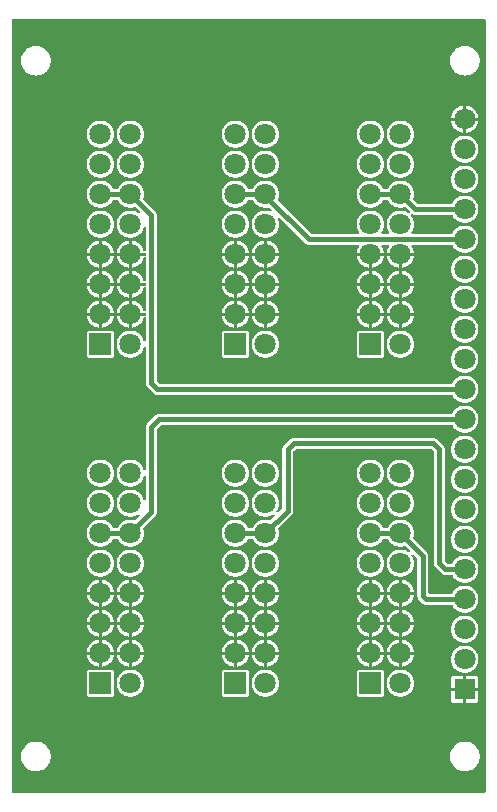
<source format=gbl>
G04 Layer: BottomLayer*
G04 EasyEDA v6.5.29, 2023-07-18 11:38:57*
G04 be89d959f12a418793a534216dc81482,5a6b42c53f6a479593ecc07194224c93,10*
G04 Gerber Generator version 0.2*
G04 Scale: 100 percent, Rotated: No, Reflected: No *
G04 Dimensions in millimeters *
G04 leading zeros omitted , absolute positions ,4 integer and 5 decimal *
%FSLAX45Y45*%
%MOMM*%

%AMMACRO1*21,1,$1,$2,0,0,$3*%
%ADD10C,0.4000*%
%ADD11MACRO1,1.8X1.8X90.0000*%
%ADD12C,1.8000*%
%ADD13R,1.8000X1.8000*%
%ADD14C,0.6096*%
%ADD15C,0.0140*%

%LPD*%
G36*
X36068Y5359908D02*
G01*
X32156Y5360670D01*
X28905Y5362905D01*
X26670Y5366156D01*
X25908Y5370068D01*
X25908Y11901932D01*
X26670Y11905843D01*
X28905Y11909094D01*
X32156Y11911330D01*
X36068Y11912092D01*
X4027932Y11912092D01*
X4031843Y11911330D01*
X4035094Y11909094D01*
X4037329Y11905843D01*
X4038092Y11901932D01*
X4038092Y5370068D01*
X4037329Y5366156D01*
X4035094Y5362905D01*
X4031843Y5360670D01*
X4027932Y5359908D01*
G37*

%LPC*%
G36*
X3860800Y11431117D02*
G01*
X3875989Y11432032D01*
X3890924Y11434775D01*
X3905453Y11439296D01*
X3919321Y11445544D01*
X3932326Y11453418D01*
X3944264Y11462766D01*
X3955034Y11473535D01*
X3964381Y11485473D01*
X3972255Y11498478D01*
X3978503Y11512346D01*
X3983024Y11526875D01*
X3985768Y11541810D01*
X3986682Y11557000D01*
X3985768Y11572189D01*
X3983024Y11587124D01*
X3978503Y11601653D01*
X3972255Y11615521D01*
X3964381Y11628526D01*
X3955034Y11640464D01*
X3944264Y11651234D01*
X3932326Y11660581D01*
X3919321Y11668455D01*
X3905453Y11674703D01*
X3890924Y11679224D01*
X3875989Y11681968D01*
X3860800Y11682882D01*
X3845610Y11681968D01*
X3830675Y11679224D01*
X3816146Y11674703D01*
X3802278Y11668455D01*
X3789273Y11660581D01*
X3777335Y11651234D01*
X3766565Y11640464D01*
X3757218Y11628526D01*
X3749344Y11615521D01*
X3743096Y11601653D01*
X3738575Y11587124D01*
X3735832Y11572189D01*
X3734917Y11557000D01*
X3735832Y11541810D01*
X3738575Y11526875D01*
X3743096Y11512346D01*
X3749344Y11498478D01*
X3757218Y11485473D01*
X3766565Y11473535D01*
X3777335Y11462766D01*
X3789273Y11453418D01*
X3802278Y11445544D01*
X3816146Y11439296D01*
X3830675Y11434775D01*
X3845610Y11432032D01*
G37*
G36*
X228600Y5541111D02*
G01*
X243789Y5542026D01*
X258724Y5544769D01*
X273253Y5549290D01*
X287121Y5555538D01*
X300126Y5563412D01*
X312064Y5572810D01*
X322834Y5583529D01*
X332181Y5595518D01*
X340055Y5608523D01*
X346303Y5622391D01*
X350824Y5636869D01*
X353568Y5651855D01*
X354482Y5666994D01*
X353568Y5682183D01*
X350824Y5697169D01*
X346303Y5711647D01*
X340055Y5725515D01*
X332181Y5738520D01*
X322834Y5750509D01*
X312064Y5761228D01*
X300126Y5770626D01*
X287121Y5778500D01*
X273253Y5784748D01*
X258724Y5789269D01*
X243789Y5792012D01*
X228600Y5792927D01*
X213410Y5792012D01*
X198475Y5789269D01*
X183946Y5784748D01*
X170078Y5778500D01*
X157073Y5770626D01*
X145135Y5761228D01*
X134366Y5750509D01*
X125018Y5738520D01*
X117144Y5725515D01*
X110896Y5711647D01*
X106375Y5697169D01*
X103632Y5682183D01*
X102717Y5666994D01*
X103632Y5651855D01*
X106375Y5636869D01*
X110896Y5622391D01*
X117144Y5608523D01*
X125018Y5595518D01*
X134366Y5583529D01*
X145135Y5572810D01*
X157073Y5563412D01*
X170078Y5555538D01*
X183946Y5549290D01*
X198475Y5544769D01*
X213410Y5542026D01*
G37*
G36*
X3873500Y6119774D02*
G01*
X3950208Y6119774D01*
X3956558Y6120485D01*
X3961993Y6122416D01*
X3966921Y6125514D01*
X3970985Y6129578D01*
X3974084Y6134506D01*
X3975963Y6139942D01*
X3976725Y6146292D01*
X3976725Y6223000D01*
X3873500Y6223000D01*
G37*
G36*
X3771341Y6119774D02*
G01*
X3848100Y6119774D01*
X3848100Y6223000D01*
X3744874Y6223000D01*
X3744874Y6146292D01*
X3745585Y6139942D01*
X3747515Y6134506D01*
X3750564Y6129578D01*
X3754678Y6125514D01*
X3759555Y6122416D01*
X3765042Y6120485D01*
G37*
G36*
X685292Y6170574D02*
G01*
X864108Y6170574D01*
X870458Y6171285D01*
X875893Y6173216D01*
X880821Y6176314D01*
X884885Y6180378D01*
X887984Y6185306D01*
X889914Y6190742D01*
X890625Y6197092D01*
X890625Y6375908D01*
X889914Y6382258D01*
X887984Y6387693D01*
X884885Y6392621D01*
X880821Y6396685D01*
X875893Y6399784D01*
X870458Y6401714D01*
X864108Y6402425D01*
X685292Y6402425D01*
X678942Y6401714D01*
X673506Y6399784D01*
X668578Y6396685D01*
X664514Y6392621D01*
X661416Y6387693D01*
X659485Y6382258D01*
X658774Y6375908D01*
X658774Y6197092D01*
X659485Y6190742D01*
X661416Y6185306D01*
X664514Y6180378D01*
X668578Y6176314D01*
X673506Y6173216D01*
X678942Y6171285D01*
G37*
G36*
X1828292Y6170574D02*
G01*
X2007107Y6170574D01*
X2013457Y6171285D01*
X2018893Y6173216D01*
X2023821Y6176314D01*
X2027885Y6180378D01*
X2030984Y6185306D01*
X2032914Y6190742D01*
X2033625Y6197092D01*
X2033625Y6375908D01*
X2032914Y6382258D01*
X2030984Y6387693D01*
X2027885Y6392621D01*
X2023821Y6396685D01*
X2018893Y6399784D01*
X2013457Y6401714D01*
X2007107Y6402425D01*
X1828292Y6402425D01*
X1821942Y6401714D01*
X1816506Y6399784D01*
X1811578Y6396685D01*
X1807514Y6392621D01*
X1804416Y6387693D01*
X1802485Y6382258D01*
X1801774Y6375908D01*
X1801774Y6197092D01*
X1802485Y6190742D01*
X1804416Y6185306D01*
X1807514Y6180378D01*
X1811578Y6176314D01*
X1816506Y6173216D01*
X1821942Y6171285D01*
G37*
G36*
X2971292Y6170574D02*
G01*
X3150108Y6170574D01*
X3156458Y6171285D01*
X3161893Y6173216D01*
X3166821Y6176314D01*
X3170885Y6180378D01*
X3173984Y6185306D01*
X3175914Y6190742D01*
X3176625Y6197092D01*
X3176625Y6375908D01*
X3175914Y6382258D01*
X3173984Y6387693D01*
X3170885Y6392621D01*
X3166821Y6396685D01*
X3161893Y6399784D01*
X3156458Y6401714D01*
X3150108Y6402425D01*
X2971292Y6402425D01*
X2964942Y6401714D01*
X2959506Y6399784D01*
X2954578Y6396685D01*
X2950514Y6392621D01*
X2947416Y6387693D01*
X2945485Y6382258D01*
X2944774Y6375908D01*
X2944774Y6197092D01*
X2945485Y6190742D01*
X2947416Y6185306D01*
X2950514Y6180378D01*
X2954578Y6176314D01*
X2959506Y6173216D01*
X2964942Y6171285D01*
G37*
G36*
X3314700Y6170625D02*
G01*
X3329228Y6171539D01*
X3343503Y6174232D01*
X3357372Y6178753D01*
X3370529Y6184950D01*
X3382822Y6192723D01*
X3394049Y6202019D01*
X3404006Y6212636D01*
X3412540Y6224422D01*
X3419551Y6237173D01*
X3424936Y6250686D01*
X3428542Y6264808D01*
X3430371Y6279235D01*
X3430371Y6293764D01*
X3428542Y6308191D01*
X3424936Y6322314D01*
X3419551Y6335826D01*
X3412540Y6348577D01*
X3404006Y6360363D01*
X3394049Y6370980D01*
X3382822Y6380276D01*
X3370529Y6388049D01*
X3357372Y6394246D01*
X3343503Y6398768D01*
X3329228Y6401460D01*
X3314700Y6402374D01*
X3300171Y6401460D01*
X3285896Y6398768D01*
X3272028Y6394246D01*
X3258870Y6388049D01*
X3246577Y6380276D01*
X3235350Y6370980D01*
X3225393Y6360363D01*
X3216859Y6348577D01*
X3209848Y6335826D01*
X3204464Y6322314D01*
X3200857Y6308191D01*
X3199028Y6293764D01*
X3199028Y6279235D01*
X3200857Y6264808D01*
X3204464Y6250686D01*
X3209848Y6237173D01*
X3216859Y6224422D01*
X3225393Y6212636D01*
X3235350Y6202019D01*
X3246577Y6192723D01*
X3258870Y6184950D01*
X3272028Y6178753D01*
X3285896Y6174232D01*
X3300171Y6171539D01*
G37*
G36*
X1028700Y6170625D02*
G01*
X1043228Y6171539D01*
X1057503Y6174232D01*
X1071372Y6178753D01*
X1084529Y6184950D01*
X1096822Y6192723D01*
X1108049Y6202019D01*
X1118006Y6212636D01*
X1126540Y6224422D01*
X1133551Y6237173D01*
X1138936Y6250686D01*
X1142542Y6264808D01*
X1144371Y6279235D01*
X1144371Y6293764D01*
X1142542Y6308191D01*
X1138936Y6322314D01*
X1133551Y6335826D01*
X1126540Y6348577D01*
X1118006Y6360363D01*
X1108049Y6370980D01*
X1096822Y6380276D01*
X1084529Y6388049D01*
X1071372Y6394246D01*
X1057503Y6398768D01*
X1043228Y6401460D01*
X1028700Y6402374D01*
X1014171Y6401460D01*
X999896Y6398768D01*
X986028Y6394246D01*
X972870Y6388049D01*
X960577Y6380276D01*
X949350Y6370980D01*
X939393Y6360363D01*
X930859Y6348577D01*
X923848Y6335826D01*
X918464Y6322314D01*
X914857Y6308191D01*
X913028Y6293764D01*
X913028Y6279235D01*
X914857Y6264808D01*
X918464Y6250686D01*
X923848Y6237173D01*
X930859Y6224422D01*
X939393Y6212636D01*
X949350Y6202019D01*
X960577Y6192723D01*
X972870Y6184950D01*
X986028Y6178753D01*
X999896Y6174232D01*
X1014171Y6171539D01*
G37*
G36*
X2171700Y6170625D02*
G01*
X2186228Y6171539D01*
X2200503Y6174232D01*
X2214372Y6178753D01*
X2227529Y6184950D01*
X2239822Y6192723D01*
X2251049Y6202019D01*
X2261006Y6212636D01*
X2269540Y6224422D01*
X2276551Y6237173D01*
X2281936Y6250686D01*
X2285542Y6264808D01*
X2287371Y6279235D01*
X2287371Y6293764D01*
X2285542Y6308191D01*
X2281936Y6322314D01*
X2276551Y6335826D01*
X2269540Y6348577D01*
X2261006Y6360363D01*
X2251049Y6370980D01*
X2239822Y6380276D01*
X2227529Y6388049D01*
X2214372Y6394246D01*
X2200503Y6398768D01*
X2186228Y6401460D01*
X2171700Y6402374D01*
X2157171Y6401460D01*
X2142896Y6398768D01*
X2129028Y6394246D01*
X2115870Y6388049D01*
X2103577Y6380276D01*
X2092350Y6370980D01*
X2082393Y6360363D01*
X2073859Y6348577D01*
X2066848Y6335826D01*
X2061464Y6322314D01*
X2057857Y6308191D01*
X2056028Y6293764D01*
X2056028Y6279235D01*
X2057857Y6264808D01*
X2061464Y6250686D01*
X2066848Y6237173D01*
X2073859Y6224422D01*
X2082393Y6212636D01*
X2092350Y6202019D01*
X2103577Y6192723D01*
X2115870Y6184950D01*
X2129028Y6178753D01*
X2142896Y6174232D01*
X2157171Y6171539D01*
G37*
G36*
X3873500Y6248400D02*
G01*
X3976725Y6248400D01*
X3976725Y6325108D01*
X3975963Y6331458D01*
X3974084Y6336893D01*
X3970985Y6341821D01*
X3966921Y6345885D01*
X3961993Y6348984D01*
X3956558Y6350914D01*
X3950208Y6351625D01*
X3873500Y6351625D01*
G37*
G36*
X3744874Y6248400D02*
G01*
X3848100Y6248400D01*
X3848100Y6351625D01*
X3771341Y6351625D01*
X3765042Y6350914D01*
X3759555Y6348984D01*
X3754678Y6345885D01*
X3750564Y6341821D01*
X3747515Y6336893D01*
X3745585Y6331458D01*
X3744874Y6325108D01*
G37*
G36*
X3860800Y6373825D02*
G01*
X3875328Y6374739D01*
X3889603Y6377432D01*
X3903472Y6381953D01*
X3916629Y6388150D01*
X3928922Y6395923D01*
X3940098Y6405219D01*
X3950106Y6415836D01*
X3958640Y6427622D01*
X3965651Y6440373D01*
X3970985Y6453886D01*
X3974642Y6468008D01*
X3976471Y6482435D01*
X3976471Y6496964D01*
X3974642Y6511391D01*
X3970985Y6525514D01*
X3965651Y6539026D01*
X3958640Y6551777D01*
X3950106Y6563563D01*
X3940098Y6574180D01*
X3928922Y6583476D01*
X3916629Y6591249D01*
X3903472Y6597446D01*
X3889603Y6601968D01*
X3875328Y6604660D01*
X3860800Y6605574D01*
X3846271Y6604660D01*
X3831996Y6601968D01*
X3818128Y6597446D01*
X3804970Y6591249D01*
X3792677Y6583476D01*
X3781450Y6574180D01*
X3771493Y6563563D01*
X3762959Y6551777D01*
X3755948Y6539026D01*
X3750564Y6525514D01*
X3746957Y6511391D01*
X3745128Y6496964D01*
X3745128Y6482435D01*
X3746957Y6468008D01*
X3750564Y6453886D01*
X3755948Y6440373D01*
X3762959Y6427622D01*
X3771493Y6415836D01*
X3781450Y6405219D01*
X3792677Y6395923D01*
X3804970Y6388150D01*
X3818128Y6381953D01*
X3831996Y6377432D01*
X3846271Y6374739D01*
G37*
G36*
X2159000Y6425387D02*
G01*
X2159000Y6527800D01*
X2056739Y6527800D01*
X2057857Y6518808D01*
X2061464Y6504685D01*
X2066848Y6491173D01*
X2073859Y6478422D01*
X2082393Y6466636D01*
X2092350Y6456019D01*
X2103577Y6446723D01*
X2115870Y6438950D01*
X2129028Y6432753D01*
X2142896Y6428232D01*
X2157171Y6425539D01*
G37*
G36*
X1905000Y6425387D02*
G01*
X1905000Y6527800D01*
X1802739Y6527800D01*
X1803857Y6518808D01*
X1807464Y6504685D01*
X1812848Y6491173D01*
X1819859Y6478422D01*
X1828393Y6466636D01*
X1838350Y6456019D01*
X1849577Y6446723D01*
X1861870Y6438950D01*
X1875028Y6432753D01*
X1888896Y6428232D01*
X1903171Y6425539D01*
G37*
G36*
X1041400Y6425387D02*
G01*
X1043228Y6425539D01*
X1057503Y6428232D01*
X1071372Y6432753D01*
X1084529Y6438950D01*
X1096822Y6446723D01*
X1108049Y6456019D01*
X1118006Y6466636D01*
X1126540Y6478422D01*
X1133551Y6491173D01*
X1138936Y6504685D01*
X1142542Y6518808D01*
X1143660Y6527800D01*
X1041400Y6527800D01*
G37*
G36*
X3048000Y6425387D02*
G01*
X3048000Y6527800D01*
X2945739Y6527800D01*
X2946857Y6518808D01*
X2950464Y6504685D01*
X2955848Y6491173D01*
X2962859Y6478422D01*
X2971393Y6466636D01*
X2981350Y6456019D01*
X2992577Y6446723D01*
X3004870Y6438950D01*
X3018028Y6432753D01*
X3031896Y6428232D01*
X3046171Y6425539D01*
G37*
G36*
X3073400Y6425387D02*
G01*
X3075228Y6425539D01*
X3089503Y6428232D01*
X3103372Y6432753D01*
X3116529Y6438950D01*
X3128822Y6446723D01*
X3140049Y6456019D01*
X3150006Y6466636D01*
X3158540Y6478422D01*
X3165551Y6491173D01*
X3170936Y6504685D01*
X3174542Y6518808D01*
X3175660Y6527800D01*
X3073400Y6527800D01*
G37*
G36*
X1930400Y6425387D02*
G01*
X1932228Y6425539D01*
X1946503Y6428232D01*
X1960372Y6432753D01*
X1973529Y6438950D01*
X1985822Y6446723D01*
X1997049Y6456019D01*
X2007006Y6466636D01*
X2015540Y6478422D01*
X2022551Y6491173D01*
X2027936Y6504685D01*
X2031542Y6518808D01*
X2032660Y6527800D01*
X1930400Y6527800D01*
G37*
G36*
X2184400Y6425387D02*
G01*
X2186228Y6425539D01*
X2200503Y6428232D01*
X2214372Y6432753D01*
X2227529Y6438950D01*
X2239822Y6446723D01*
X2251049Y6456019D01*
X2261006Y6466636D01*
X2269540Y6478422D01*
X2276551Y6491173D01*
X2281936Y6504685D01*
X2285542Y6518808D01*
X2286660Y6527800D01*
X2184400Y6527800D01*
G37*
G36*
X3327400Y6425387D02*
G01*
X3329228Y6425539D01*
X3343503Y6428232D01*
X3357372Y6432753D01*
X3370529Y6438950D01*
X3382822Y6446723D01*
X3394049Y6456019D01*
X3404006Y6466636D01*
X3412540Y6478422D01*
X3419551Y6491173D01*
X3424936Y6504685D01*
X3428542Y6518808D01*
X3429660Y6527800D01*
X3327400Y6527800D01*
G37*
G36*
X787400Y6425387D02*
G01*
X789228Y6425539D01*
X803503Y6428232D01*
X817372Y6432753D01*
X830529Y6438950D01*
X842822Y6446723D01*
X854049Y6456019D01*
X864006Y6466636D01*
X872540Y6478422D01*
X879551Y6491173D01*
X884936Y6504685D01*
X888542Y6518808D01*
X889660Y6527800D01*
X787400Y6527800D01*
G37*
G36*
X762000Y6425387D02*
G01*
X762000Y6527800D01*
X659739Y6527800D01*
X660857Y6518808D01*
X664464Y6504685D01*
X669848Y6491173D01*
X676859Y6478422D01*
X685393Y6466636D01*
X695350Y6456019D01*
X706577Y6446723D01*
X718870Y6438950D01*
X732028Y6432753D01*
X745896Y6428232D01*
X760171Y6425539D01*
G37*
G36*
X1016000Y6425387D02*
G01*
X1016000Y6527800D01*
X913739Y6527800D01*
X914857Y6518808D01*
X918464Y6504685D01*
X923848Y6491173D01*
X930859Y6478422D01*
X939393Y6466636D01*
X949350Y6456019D01*
X960577Y6446723D01*
X972870Y6438950D01*
X986028Y6432753D01*
X999896Y6428232D01*
X1014171Y6425539D01*
G37*
G36*
X3302000Y6425387D02*
G01*
X3302000Y6527800D01*
X3199739Y6527800D01*
X3200857Y6518808D01*
X3204464Y6504685D01*
X3209848Y6491173D01*
X3216859Y6478422D01*
X3225393Y6466636D01*
X3235350Y6456019D01*
X3246577Y6446723D01*
X3258870Y6438950D01*
X3272028Y6432753D01*
X3285896Y6428232D01*
X3300171Y6425539D01*
G37*
G36*
X2184400Y6553200D02*
G01*
X2286660Y6553200D01*
X2285542Y6562191D01*
X2281936Y6576314D01*
X2276551Y6589826D01*
X2269540Y6602577D01*
X2261006Y6614363D01*
X2251049Y6624980D01*
X2239822Y6634276D01*
X2227529Y6642049D01*
X2214372Y6648246D01*
X2200503Y6652768D01*
X2186228Y6655460D01*
X2184400Y6655612D01*
G37*
G36*
X2945739Y6553200D02*
G01*
X3048000Y6553200D01*
X3048000Y6655612D01*
X3046171Y6655460D01*
X3031896Y6652768D01*
X3018028Y6648246D01*
X3004870Y6642049D01*
X2992577Y6634276D01*
X2981350Y6624980D01*
X2971393Y6614363D01*
X2962859Y6602577D01*
X2955848Y6589826D01*
X2950464Y6576314D01*
X2946857Y6562191D01*
G37*
G36*
X1802739Y6553200D02*
G01*
X1905000Y6553200D01*
X1905000Y6655612D01*
X1903171Y6655460D01*
X1888896Y6652768D01*
X1875028Y6648246D01*
X1861870Y6642049D01*
X1849577Y6634276D01*
X1838350Y6624980D01*
X1828393Y6614363D01*
X1819859Y6602577D01*
X1812848Y6589826D01*
X1807464Y6576314D01*
X1803857Y6562191D01*
G37*
G36*
X1041400Y6553200D02*
G01*
X1143660Y6553200D01*
X1142542Y6562191D01*
X1138936Y6576314D01*
X1133551Y6589826D01*
X1126540Y6602577D01*
X1118006Y6614363D01*
X1108049Y6624980D01*
X1096822Y6634276D01*
X1084529Y6642049D01*
X1071372Y6648246D01*
X1057503Y6652768D01*
X1043228Y6655460D01*
X1041400Y6655612D01*
G37*
G36*
X2056739Y6553200D02*
G01*
X2159000Y6553200D01*
X2159000Y6655612D01*
X2157171Y6655460D01*
X2142896Y6652768D01*
X2129028Y6648246D01*
X2115870Y6642049D01*
X2103577Y6634276D01*
X2092350Y6624980D01*
X2082393Y6614363D01*
X2073859Y6602577D01*
X2066848Y6589826D01*
X2061464Y6576314D01*
X2057857Y6562191D01*
G37*
G36*
X1930400Y6553200D02*
G01*
X2032660Y6553200D01*
X2031542Y6562191D01*
X2027936Y6576314D01*
X2022551Y6589826D01*
X2015540Y6602577D01*
X2007006Y6614363D01*
X1997049Y6624980D01*
X1985822Y6634276D01*
X1973529Y6642049D01*
X1960372Y6648246D01*
X1946503Y6652768D01*
X1932228Y6655460D01*
X1930400Y6655612D01*
G37*
G36*
X787400Y6553200D02*
G01*
X889660Y6553200D01*
X888542Y6562191D01*
X884936Y6576314D01*
X879551Y6589826D01*
X872540Y6602577D01*
X864006Y6614363D01*
X854049Y6624980D01*
X842822Y6634276D01*
X830529Y6642049D01*
X817372Y6648246D01*
X803503Y6652768D01*
X789228Y6655460D01*
X787400Y6655612D01*
G37*
G36*
X3327400Y6553200D02*
G01*
X3429660Y6553200D01*
X3428542Y6562191D01*
X3424936Y6576314D01*
X3419551Y6589826D01*
X3412540Y6602577D01*
X3404006Y6614363D01*
X3394049Y6624980D01*
X3382822Y6634276D01*
X3370529Y6642049D01*
X3357372Y6648246D01*
X3343503Y6652768D01*
X3329228Y6655460D01*
X3327400Y6655612D01*
G37*
G36*
X3199739Y6553200D02*
G01*
X3302000Y6553200D01*
X3302000Y6655612D01*
X3300171Y6655460D01*
X3285896Y6652768D01*
X3272028Y6648246D01*
X3258870Y6642049D01*
X3246577Y6634276D01*
X3235350Y6624980D01*
X3225393Y6614363D01*
X3216859Y6602577D01*
X3209848Y6589826D01*
X3204464Y6576314D01*
X3200857Y6562191D01*
G37*
G36*
X3073400Y6553200D02*
G01*
X3175660Y6553200D01*
X3174542Y6562191D01*
X3170936Y6576314D01*
X3165551Y6589826D01*
X3158540Y6602577D01*
X3150006Y6614363D01*
X3140049Y6624980D01*
X3128822Y6634276D01*
X3116529Y6642049D01*
X3103372Y6648246D01*
X3089503Y6652768D01*
X3075228Y6655460D01*
X3073400Y6655612D01*
G37*
G36*
X913739Y6553200D02*
G01*
X1016000Y6553200D01*
X1016000Y6655612D01*
X1014171Y6655460D01*
X999896Y6652768D01*
X986028Y6648246D01*
X972870Y6642049D01*
X960577Y6634276D01*
X949350Y6624980D01*
X939393Y6614363D01*
X930859Y6602577D01*
X923848Y6589826D01*
X918464Y6576314D01*
X914857Y6562191D01*
G37*
G36*
X659739Y6553200D02*
G01*
X762000Y6553200D01*
X762000Y6655612D01*
X760171Y6655460D01*
X745896Y6652768D01*
X732028Y6648246D01*
X718870Y6642049D01*
X706577Y6634276D01*
X695350Y6624980D01*
X685393Y6614363D01*
X676859Y6602577D01*
X669848Y6589826D01*
X664464Y6576314D01*
X660857Y6562191D01*
G37*
G36*
X3860800Y6627825D02*
G01*
X3875328Y6628739D01*
X3889603Y6631431D01*
X3903472Y6635953D01*
X3916629Y6642150D01*
X3928922Y6649923D01*
X3940098Y6659219D01*
X3950106Y6669836D01*
X3958640Y6681622D01*
X3965651Y6694373D01*
X3970985Y6707886D01*
X3974642Y6722008D01*
X3976471Y6736435D01*
X3976471Y6750964D01*
X3974642Y6765391D01*
X3970985Y6779514D01*
X3965651Y6793026D01*
X3958640Y6805777D01*
X3950106Y6817563D01*
X3940098Y6828180D01*
X3928922Y6837476D01*
X3916629Y6845249D01*
X3903472Y6851446D01*
X3889603Y6855968D01*
X3875328Y6858660D01*
X3860800Y6859574D01*
X3846271Y6858660D01*
X3831996Y6855968D01*
X3818128Y6851446D01*
X3804970Y6845249D01*
X3792677Y6837476D01*
X3781450Y6828180D01*
X3771493Y6817563D01*
X3762959Y6805777D01*
X3755948Y6793026D01*
X3750564Y6779514D01*
X3746957Y6765391D01*
X3745128Y6750964D01*
X3745128Y6736435D01*
X3746957Y6722008D01*
X3750564Y6707886D01*
X3755948Y6694373D01*
X3762959Y6681622D01*
X3771493Y6669836D01*
X3781450Y6659219D01*
X3792677Y6649923D01*
X3804970Y6642150D01*
X3818128Y6635953D01*
X3831996Y6631431D01*
X3846271Y6628739D01*
G37*
G36*
X2159000Y6679387D02*
G01*
X2159000Y6781800D01*
X2056739Y6781800D01*
X2057857Y6772808D01*
X2061464Y6758686D01*
X2066848Y6745173D01*
X2073859Y6732422D01*
X2082393Y6720636D01*
X2092350Y6710019D01*
X2103577Y6700723D01*
X2115870Y6692950D01*
X2129028Y6686753D01*
X2142896Y6682231D01*
X2157171Y6679539D01*
G37*
G36*
X1905000Y6679387D02*
G01*
X1905000Y6781800D01*
X1802739Y6781800D01*
X1803857Y6772808D01*
X1807464Y6758686D01*
X1812848Y6745173D01*
X1819859Y6732422D01*
X1828393Y6720636D01*
X1838350Y6710019D01*
X1849577Y6700723D01*
X1861870Y6692950D01*
X1875028Y6686753D01*
X1888896Y6682231D01*
X1903171Y6679539D01*
G37*
G36*
X3048000Y6679387D02*
G01*
X3048000Y6781800D01*
X2945739Y6781800D01*
X2946857Y6772808D01*
X2950464Y6758686D01*
X2955848Y6745173D01*
X2962859Y6732422D01*
X2971393Y6720636D01*
X2981350Y6710019D01*
X2992577Y6700723D01*
X3004870Y6692950D01*
X3018028Y6686753D01*
X3031896Y6682231D01*
X3046171Y6679539D01*
G37*
G36*
X1041400Y6679387D02*
G01*
X1043228Y6679539D01*
X1057503Y6682231D01*
X1071372Y6686753D01*
X1084529Y6692950D01*
X1096822Y6700723D01*
X1108049Y6710019D01*
X1118006Y6720636D01*
X1126540Y6732422D01*
X1133551Y6745173D01*
X1138936Y6758686D01*
X1142542Y6772808D01*
X1143660Y6781800D01*
X1041400Y6781800D01*
G37*
G36*
X3073400Y6679387D02*
G01*
X3075228Y6679539D01*
X3089503Y6682231D01*
X3103372Y6686753D01*
X3116529Y6692950D01*
X3128822Y6700723D01*
X3140049Y6710019D01*
X3150006Y6720636D01*
X3158540Y6732422D01*
X3165551Y6745173D01*
X3170936Y6758686D01*
X3174542Y6772808D01*
X3175660Y6781800D01*
X3073400Y6781800D01*
G37*
G36*
X1930400Y6679387D02*
G01*
X1932228Y6679539D01*
X1946503Y6682231D01*
X1960372Y6686753D01*
X1973529Y6692950D01*
X1985822Y6700723D01*
X1997049Y6710019D01*
X2007006Y6720636D01*
X2015540Y6732422D01*
X2022551Y6745173D01*
X2027936Y6758686D01*
X2031542Y6772808D01*
X2032660Y6781800D01*
X1930400Y6781800D01*
G37*
G36*
X2184400Y6679387D02*
G01*
X2186228Y6679539D01*
X2200503Y6682231D01*
X2214372Y6686753D01*
X2227529Y6692950D01*
X2239822Y6700723D01*
X2251049Y6710019D01*
X2261006Y6720636D01*
X2269540Y6732422D01*
X2276551Y6745173D01*
X2281936Y6758686D01*
X2285542Y6772808D01*
X2286660Y6781800D01*
X2184400Y6781800D01*
G37*
G36*
X1016000Y6679387D02*
G01*
X1016000Y6781800D01*
X913739Y6781800D01*
X914857Y6772808D01*
X918464Y6758686D01*
X923848Y6745173D01*
X930859Y6732422D01*
X939393Y6720636D01*
X949350Y6710019D01*
X960577Y6700723D01*
X972870Y6692950D01*
X986028Y6686753D01*
X999896Y6682231D01*
X1014171Y6679539D01*
G37*
G36*
X3302000Y6679387D02*
G01*
X3302000Y6781800D01*
X3199739Y6781800D01*
X3200857Y6772808D01*
X3204464Y6758686D01*
X3209848Y6745173D01*
X3216859Y6732422D01*
X3225393Y6720636D01*
X3235350Y6710019D01*
X3246577Y6700723D01*
X3258870Y6692950D01*
X3272028Y6686753D01*
X3285896Y6682231D01*
X3300171Y6679539D01*
G37*
G36*
X762000Y6679387D02*
G01*
X762000Y6781800D01*
X659739Y6781800D01*
X660857Y6772808D01*
X664464Y6758686D01*
X669848Y6745173D01*
X676859Y6732422D01*
X685393Y6720636D01*
X695350Y6710019D01*
X706577Y6700723D01*
X718870Y6692950D01*
X732028Y6686753D01*
X745896Y6682231D01*
X760171Y6679539D01*
G37*
G36*
X787400Y6679387D02*
G01*
X789228Y6679539D01*
X803503Y6682231D01*
X817372Y6686753D01*
X830529Y6692950D01*
X842822Y6700723D01*
X854049Y6710019D01*
X864006Y6720636D01*
X872540Y6732422D01*
X879551Y6745173D01*
X884936Y6758686D01*
X888542Y6772808D01*
X889660Y6781800D01*
X787400Y6781800D01*
G37*
G36*
X3327400Y6679387D02*
G01*
X3329228Y6679539D01*
X3343503Y6682231D01*
X3357372Y6686753D01*
X3370529Y6692950D01*
X3382822Y6700723D01*
X3394049Y6710019D01*
X3404006Y6720636D01*
X3412540Y6732422D01*
X3419551Y6745173D01*
X3424936Y6758686D01*
X3428542Y6772808D01*
X3429660Y6781800D01*
X3327400Y6781800D01*
G37*
G36*
X2184400Y6807200D02*
G01*
X2286660Y6807200D01*
X2285542Y6816191D01*
X2281936Y6830314D01*
X2276551Y6843826D01*
X2269540Y6856577D01*
X2261006Y6868363D01*
X2251049Y6878980D01*
X2239822Y6888276D01*
X2227529Y6896049D01*
X2214372Y6902246D01*
X2200503Y6906768D01*
X2186228Y6909460D01*
X2184400Y6909612D01*
G37*
G36*
X1802739Y6807200D02*
G01*
X1905000Y6807200D01*
X1905000Y6909612D01*
X1903171Y6909460D01*
X1888896Y6906768D01*
X1875028Y6902246D01*
X1861870Y6896049D01*
X1849577Y6888276D01*
X1838350Y6878980D01*
X1828393Y6868363D01*
X1819859Y6856577D01*
X1812848Y6843826D01*
X1807464Y6830314D01*
X1803857Y6816191D01*
G37*
G36*
X2945739Y6807200D02*
G01*
X3048000Y6807200D01*
X3048000Y6909612D01*
X3046171Y6909460D01*
X3031896Y6906768D01*
X3018028Y6902246D01*
X3004870Y6896049D01*
X2992577Y6888276D01*
X2981350Y6878980D01*
X2971393Y6868363D01*
X2962859Y6856577D01*
X2955848Y6843826D01*
X2950464Y6830314D01*
X2946857Y6816191D01*
G37*
G36*
X2056739Y6807200D02*
G01*
X2159000Y6807200D01*
X2159000Y6909612D01*
X2157171Y6909460D01*
X2142896Y6906768D01*
X2129028Y6902246D01*
X2115870Y6896049D01*
X2103577Y6888276D01*
X2092350Y6878980D01*
X2082393Y6868363D01*
X2073859Y6856577D01*
X2066848Y6843826D01*
X2061464Y6830314D01*
X2057857Y6816191D01*
G37*
G36*
X1041400Y6807200D02*
G01*
X1143660Y6807200D01*
X1142542Y6816191D01*
X1138936Y6830314D01*
X1133551Y6843826D01*
X1126540Y6856577D01*
X1118006Y6868363D01*
X1108049Y6878980D01*
X1096822Y6888276D01*
X1084529Y6896049D01*
X1071372Y6902246D01*
X1057503Y6906768D01*
X1043228Y6909460D01*
X1041400Y6909612D01*
G37*
G36*
X1930400Y6807200D02*
G01*
X2032660Y6807200D01*
X2031542Y6816191D01*
X2027936Y6830314D01*
X2022551Y6843826D01*
X2015540Y6856577D01*
X2007006Y6868363D01*
X1997049Y6878980D01*
X1985822Y6888276D01*
X1973529Y6896049D01*
X1960372Y6902246D01*
X1946503Y6906768D01*
X1932228Y6909460D01*
X1930400Y6909612D01*
G37*
G36*
X3073400Y6807200D02*
G01*
X3175660Y6807200D01*
X3174542Y6816191D01*
X3170936Y6830314D01*
X3165551Y6843826D01*
X3158540Y6856577D01*
X3150006Y6868363D01*
X3140049Y6878980D01*
X3128822Y6888276D01*
X3116529Y6896049D01*
X3103372Y6902246D01*
X3089503Y6906768D01*
X3075228Y6909460D01*
X3073400Y6909612D01*
G37*
G36*
X913739Y6807200D02*
G01*
X1016000Y6807200D01*
X1016000Y6909612D01*
X1014171Y6909460D01*
X999896Y6906768D01*
X986028Y6902246D01*
X972870Y6896049D01*
X960577Y6888276D01*
X949350Y6878980D01*
X939393Y6868363D01*
X930859Y6856577D01*
X923848Y6843826D01*
X918464Y6830314D01*
X914857Y6816191D01*
G37*
G36*
X659739Y6807200D02*
G01*
X762000Y6807200D01*
X762000Y6909612D01*
X760171Y6909460D01*
X745896Y6906768D01*
X732028Y6902246D01*
X718870Y6896049D01*
X706577Y6888276D01*
X695350Y6878980D01*
X685393Y6868363D01*
X676859Y6856577D01*
X669848Y6843826D01*
X664464Y6830314D01*
X660857Y6816191D01*
G37*
G36*
X3327400Y6807200D02*
G01*
X3429660Y6807200D01*
X3428542Y6816191D01*
X3424936Y6830314D01*
X3419551Y6843826D01*
X3412540Y6856577D01*
X3404006Y6868363D01*
X3394049Y6878980D01*
X3382822Y6888276D01*
X3370529Y6896049D01*
X3357372Y6902246D01*
X3343503Y6906768D01*
X3329228Y6909460D01*
X3327400Y6909612D01*
G37*
G36*
X3199739Y6807200D02*
G01*
X3302000Y6807200D01*
X3302000Y6909612D01*
X3300171Y6909460D01*
X3285896Y6906768D01*
X3272028Y6902246D01*
X3258870Y6896049D01*
X3246577Y6888276D01*
X3235350Y6878980D01*
X3225393Y6868363D01*
X3216859Y6856577D01*
X3209848Y6843826D01*
X3204464Y6830314D01*
X3200857Y6816191D01*
G37*
G36*
X787400Y6807200D02*
G01*
X889660Y6807200D01*
X888542Y6816191D01*
X884936Y6830314D01*
X879551Y6843826D01*
X872540Y6856577D01*
X864006Y6868363D01*
X854049Y6878980D01*
X842822Y6888276D01*
X830529Y6896049D01*
X817372Y6902246D01*
X803503Y6906768D01*
X789228Y6909460D01*
X787400Y6909612D01*
G37*
G36*
X3860800Y6881825D02*
G01*
X3875328Y6882739D01*
X3889603Y6885431D01*
X3903472Y6889953D01*
X3916629Y6896150D01*
X3928922Y6903923D01*
X3940098Y6913219D01*
X3950106Y6923836D01*
X3958640Y6935622D01*
X3965651Y6948373D01*
X3970985Y6961886D01*
X3974642Y6976008D01*
X3976471Y6990435D01*
X3976471Y7004964D01*
X3974642Y7019391D01*
X3970985Y7033514D01*
X3965651Y7047026D01*
X3958640Y7059777D01*
X3950106Y7071563D01*
X3940098Y7082180D01*
X3928922Y7091476D01*
X3916629Y7099249D01*
X3903472Y7105446D01*
X3889603Y7109968D01*
X3875328Y7112660D01*
X3860800Y7113574D01*
X3846271Y7112660D01*
X3831996Y7109968D01*
X3818128Y7105446D01*
X3804970Y7099249D01*
X3792677Y7091476D01*
X3781450Y7082180D01*
X3771493Y7071563D01*
X3762959Y7059777D01*
X3756964Y7048855D01*
X3754678Y7046061D01*
X3751579Y7044232D01*
X3748024Y7043623D01*
X3561283Y7043623D01*
X3557371Y7044385D01*
X3554069Y7046569D01*
X3551885Y7049871D01*
X3551123Y7053783D01*
X3551072Y7367778D01*
X3549853Y7376515D01*
X3547160Y7384542D01*
X3543046Y7391958D01*
X3537305Y7398816D01*
X3426968Y7509205D01*
X3424783Y7512456D01*
X3423970Y7516266D01*
X3428542Y7534808D01*
X3430371Y7549235D01*
X3430371Y7563764D01*
X3428542Y7578191D01*
X3424936Y7592314D01*
X3419551Y7605826D01*
X3412540Y7618577D01*
X3404006Y7630363D01*
X3394049Y7640980D01*
X3382822Y7650276D01*
X3370529Y7658049D01*
X3357372Y7664246D01*
X3343503Y7668768D01*
X3329228Y7671460D01*
X3314700Y7672374D01*
X3300171Y7671460D01*
X3285896Y7668768D01*
X3272028Y7664246D01*
X3258870Y7658049D01*
X3246577Y7650276D01*
X3235350Y7640980D01*
X3225393Y7630363D01*
X3216859Y7618577D01*
X3210864Y7607706D01*
X3208578Y7604861D01*
X3205480Y7603032D01*
X3201974Y7602423D01*
X3173425Y7602423D01*
X3169920Y7603032D01*
X3166821Y7604861D01*
X3164535Y7607706D01*
X3158540Y7618577D01*
X3150006Y7630363D01*
X3140049Y7640980D01*
X3128822Y7650276D01*
X3116529Y7658049D01*
X3103372Y7664246D01*
X3089503Y7668768D01*
X3075228Y7671460D01*
X3060700Y7672374D01*
X3046171Y7671460D01*
X3031896Y7668768D01*
X3018028Y7664246D01*
X3004870Y7658049D01*
X2992577Y7650276D01*
X2981350Y7640980D01*
X2971393Y7630363D01*
X2962859Y7618577D01*
X2955848Y7605826D01*
X2950464Y7592314D01*
X2946857Y7578191D01*
X2945028Y7563764D01*
X2945028Y7549235D01*
X2946857Y7534808D01*
X2950464Y7520686D01*
X2955848Y7507173D01*
X2962859Y7494422D01*
X2971393Y7482636D01*
X2981350Y7472019D01*
X2992577Y7462723D01*
X3004870Y7454950D01*
X3018028Y7448753D01*
X3031896Y7444231D01*
X3046171Y7441539D01*
X3060700Y7440625D01*
X3075228Y7441539D01*
X3089503Y7444231D01*
X3103372Y7448753D01*
X3116529Y7454950D01*
X3128822Y7462723D01*
X3140049Y7472019D01*
X3150006Y7482636D01*
X3158540Y7494422D01*
X3164535Y7505344D01*
X3166821Y7508138D01*
X3169920Y7509967D01*
X3173476Y7510576D01*
X3201924Y7510576D01*
X3205480Y7509967D01*
X3208578Y7508138D01*
X3210864Y7505344D01*
X3216859Y7494422D01*
X3225393Y7482636D01*
X3235350Y7472019D01*
X3246577Y7462723D01*
X3258870Y7454950D01*
X3272028Y7448753D01*
X3285896Y7444231D01*
X3300171Y7441539D01*
X3314700Y7440625D01*
X3329228Y7441539D01*
X3343503Y7444231D01*
X3351580Y7446873D01*
X3355238Y7447330D01*
X3358845Y7446467D01*
X3361893Y7444384D01*
X3392271Y7414056D01*
X3394557Y7410500D01*
X3395218Y7406386D01*
X3394151Y7402271D01*
X3391509Y7399020D01*
X3387750Y7397089D01*
X3383584Y7396835D01*
X3379622Y7398308D01*
X3370529Y7404049D01*
X3357372Y7410246D01*
X3343503Y7414768D01*
X3329228Y7417460D01*
X3314700Y7418374D01*
X3300171Y7417460D01*
X3285896Y7414768D01*
X3272028Y7410246D01*
X3258870Y7404049D01*
X3246577Y7396276D01*
X3235350Y7386980D01*
X3225393Y7376363D01*
X3216859Y7364577D01*
X3209848Y7351826D01*
X3204464Y7338314D01*
X3200857Y7324191D01*
X3199028Y7309764D01*
X3199028Y7295235D01*
X3200857Y7280808D01*
X3204464Y7266686D01*
X3209848Y7253173D01*
X3216859Y7240422D01*
X3225393Y7228636D01*
X3235350Y7218019D01*
X3246577Y7208723D01*
X3258870Y7200950D01*
X3272028Y7194753D01*
X3285896Y7190231D01*
X3300171Y7187539D01*
X3314700Y7186625D01*
X3329228Y7187539D01*
X3343503Y7190231D01*
X3357372Y7194753D01*
X3370529Y7200950D01*
X3382822Y7208723D01*
X3394049Y7218019D01*
X3404006Y7228636D01*
X3412540Y7240422D01*
X3419551Y7253173D01*
X3424936Y7266686D01*
X3428542Y7280808D01*
X3430371Y7295235D01*
X3430371Y7309764D01*
X3428542Y7324191D01*
X3424936Y7338314D01*
X3419551Y7351826D01*
X3412540Y7364577D01*
X3410965Y7366762D01*
X3409238Y7370673D01*
X3409289Y7374991D01*
X3411118Y7378903D01*
X3414369Y7381697D01*
X3418535Y7382865D01*
X3422751Y7382256D01*
X3426358Y7379919D01*
X3456330Y7349998D01*
X3458514Y7346696D01*
X3459276Y7342784D01*
X3459327Y7021322D01*
X3460546Y7012584D01*
X3463239Y7004558D01*
X3467354Y6997192D01*
X3473094Y6990283D01*
X3499408Y6964019D01*
X3506470Y6958685D01*
X3514039Y6954926D01*
X3522167Y6952640D01*
X3531057Y6951776D01*
X3748024Y6951776D01*
X3751579Y6951167D01*
X3754678Y6949338D01*
X3756964Y6946544D01*
X3762959Y6935622D01*
X3771493Y6923836D01*
X3781450Y6913219D01*
X3792677Y6903923D01*
X3804970Y6896150D01*
X3818128Y6889953D01*
X3831996Y6885431D01*
X3846271Y6882739D01*
G37*
G36*
X2159000Y6933387D02*
G01*
X2159000Y7035800D01*
X2056739Y7035800D01*
X2057857Y7026808D01*
X2061464Y7012686D01*
X2066848Y6999173D01*
X2073859Y6986422D01*
X2082393Y6974636D01*
X2092350Y6964019D01*
X2103577Y6954723D01*
X2115870Y6946950D01*
X2129028Y6940753D01*
X2142896Y6936231D01*
X2157171Y6933539D01*
G37*
G36*
X1905000Y6933387D02*
G01*
X1905000Y7035800D01*
X1802739Y7035800D01*
X1803857Y7026808D01*
X1807464Y7012686D01*
X1812848Y6999173D01*
X1819859Y6986422D01*
X1828393Y6974636D01*
X1838350Y6964019D01*
X1849577Y6954723D01*
X1861870Y6946950D01*
X1875028Y6940753D01*
X1888896Y6936231D01*
X1903171Y6933539D01*
G37*
G36*
X3048000Y6933387D02*
G01*
X3048000Y7035800D01*
X2945739Y7035800D01*
X2946857Y7026808D01*
X2950464Y7012686D01*
X2955848Y6999173D01*
X2962859Y6986422D01*
X2971393Y6974636D01*
X2981350Y6964019D01*
X2992577Y6954723D01*
X3004870Y6946950D01*
X3018028Y6940753D01*
X3031896Y6936231D01*
X3046171Y6933539D01*
G37*
G36*
X1930400Y6933387D02*
G01*
X1932228Y6933539D01*
X1946503Y6936231D01*
X1960372Y6940753D01*
X1973529Y6946950D01*
X1985822Y6954723D01*
X1997049Y6964019D01*
X2007006Y6974636D01*
X2015540Y6986422D01*
X2022551Y6999173D01*
X2027936Y7012686D01*
X2031542Y7026808D01*
X2032660Y7035800D01*
X1930400Y7035800D01*
G37*
G36*
X2184400Y6933387D02*
G01*
X2186228Y6933539D01*
X2200503Y6936231D01*
X2214372Y6940753D01*
X2227529Y6946950D01*
X2239822Y6954723D01*
X2251049Y6964019D01*
X2261006Y6974636D01*
X2269540Y6986422D01*
X2276551Y6999173D01*
X2281936Y7012686D01*
X2285542Y7026808D01*
X2286660Y7035800D01*
X2184400Y7035800D01*
G37*
G36*
X3073400Y6933387D02*
G01*
X3075228Y6933539D01*
X3089503Y6936231D01*
X3103372Y6940753D01*
X3116529Y6946950D01*
X3128822Y6954723D01*
X3140049Y6964019D01*
X3150006Y6974636D01*
X3158540Y6986422D01*
X3165551Y6999173D01*
X3170936Y7012686D01*
X3174542Y7026808D01*
X3175660Y7035800D01*
X3073400Y7035800D01*
G37*
G36*
X1016000Y6933387D02*
G01*
X1016000Y7035800D01*
X913739Y7035800D01*
X914857Y7026808D01*
X918464Y7012686D01*
X923848Y6999173D01*
X930859Y6986422D01*
X939393Y6974636D01*
X949350Y6964019D01*
X960577Y6954723D01*
X972870Y6946950D01*
X986028Y6940753D01*
X999896Y6936231D01*
X1014171Y6933539D01*
G37*
G36*
X3302000Y6933387D02*
G01*
X3302000Y7035800D01*
X3199739Y7035800D01*
X3200857Y7026808D01*
X3204464Y7012686D01*
X3209848Y6999173D01*
X3216859Y6986422D01*
X3225393Y6974636D01*
X3235350Y6964019D01*
X3246577Y6954723D01*
X3258870Y6946950D01*
X3272028Y6940753D01*
X3285896Y6936231D01*
X3300171Y6933539D01*
G37*
G36*
X787400Y6933387D02*
G01*
X789228Y6933539D01*
X803503Y6936231D01*
X817372Y6940753D01*
X830529Y6946950D01*
X842822Y6954723D01*
X854049Y6964019D01*
X864006Y6974636D01*
X872540Y6986422D01*
X879551Y6999173D01*
X884936Y7012686D01*
X888542Y7026808D01*
X889660Y7035800D01*
X787400Y7035800D01*
G37*
G36*
X3327400Y6933387D02*
G01*
X3329228Y6933539D01*
X3343503Y6936231D01*
X3357372Y6940753D01*
X3370529Y6946950D01*
X3382822Y6954723D01*
X3394049Y6964019D01*
X3404006Y6974636D01*
X3412540Y6986422D01*
X3419551Y6999173D01*
X3424936Y7012686D01*
X3428542Y7026808D01*
X3429660Y7035800D01*
X3327400Y7035800D01*
G37*
G36*
X1041400Y6933387D02*
G01*
X1043228Y6933539D01*
X1057503Y6936231D01*
X1071372Y6940753D01*
X1084529Y6946950D01*
X1096822Y6954723D01*
X1108049Y6964019D01*
X1118006Y6974636D01*
X1126540Y6986422D01*
X1133551Y6999173D01*
X1138936Y7012686D01*
X1142542Y7026808D01*
X1143660Y7035800D01*
X1041400Y7035800D01*
G37*
G36*
X762000Y6933387D02*
G01*
X762000Y7035800D01*
X659739Y7035800D01*
X660857Y7026808D01*
X664464Y7012686D01*
X669848Y6999173D01*
X676859Y6986422D01*
X685393Y6974636D01*
X695350Y6964019D01*
X706577Y6954723D01*
X718870Y6946950D01*
X732028Y6940753D01*
X745896Y6936231D01*
X760171Y6933539D01*
G37*
G36*
X228600Y11431117D02*
G01*
X243789Y11432032D01*
X258724Y11434775D01*
X273253Y11439296D01*
X287121Y11445544D01*
X300126Y11453418D01*
X312064Y11462766D01*
X322834Y11473535D01*
X332181Y11485473D01*
X340055Y11498478D01*
X346303Y11512346D01*
X350824Y11526875D01*
X353568Y11541810D01*
X354482Y11557000D01*
X353568Y11572189D01*
X350824Y11587124D01*
X346303Y11601653D01*
X340055Y11615521D01*
X332181Y11628526D01*
X322834Y11640464D01*
X312064Y11651234D01*
X300126Y11660581D01*
X287121Y11668455D01*
X273253Y11674703D01*
X258724Y11679224D01*
X243789Y11681968D01*
X228600Y11682882D01*
X213410Y11681968D01*
X198475Y11679224D01*
X183946Y11674703D01*
X170078Y11668455D01*
X157073Y11660581D01*
X145135Y11651234D01*
X134366Y11640464D01*
X125018Y11628526D01*
X117144Y11615521D01*
X110896Y11601653D01*
X106375Y11587124D01*
X103632Y11572189D01*
X102717Y11557000D01*
X103632Y11541810D01*
X106375Y11526875D01*
X110896Y11512346D01*
X117144Y11498478D01*
X125018Y11485473D01*
X134366Y11473535D01*
X145135Y11462766D01*
X157073Y11453418D01*
X170078Y11445544D01*
X183946Y11439296D01*
X198475Y11434775D01*
X213410Y11432032D01*
G37*
G36*
X2056739Y7061200D02*
G01*
X2159000Y7061200D01*
X2159000Y7163612D01*
X2157171Y7163460D01*
X2142896Y7160768D01*
X2129028Y7156246D01*
X2115870Y7150049D01*
X2103577Y7142276D01*
X2092350Y7132980D01*
X2082393Y7122363D01*
X2073859Y7110577D01*
X2066848Y7097826D01*
X2061464Y7084314D01*
X2057857Y7070191D01*
G37*
G36*
X1802739Y7061200D02*
G01*
X1905000Y7061200D01*
X1905000Y7163612D01*
X1903171Y7163460D01*
X1888896Y7160768D01*
X1875028Y7156246D01*
X1861870Y7150049D01*
X1849577Y7142276D01*
X1838350Y7132980D01*
X1828393Y7122363D01*
X1819859Y7110577D01*
X1812848Y7097826D01*
X1807464Y7084314D01*
X1803857Y7070191D01*
G37*
G36*
X2945739Y7061200D02*
G01*
X3048000Y7061200D01*
X3048000Y7163612D01*
X3046171Y7163460D01*
X3031896Y7160768D01*
X3018028Y7156246D01*
X3004870Y7150049D01*
X2992577Y7142276D01*
X2981350Y7132980D01*
X2971393Y7122363D01*
X2962859Y7110577D01*
X2955848Y7097826D01*
X2950464Y7084314D01*
X2946857Y7070191D01*
G37*
G36*
X1930400Y7061200D02*
G01*
X2032660Y7061200D01*
X2031542Y7070191D01*
X2027936Y7084314D01*
X2022551Y7097826D01*
X2015540Y7110577D01*
X2007006Y7122363D01*
X1997049Y7132980D01*
X1985822Y7142276D01*
X1973529Y7150049D01*
X1960372Y7156246D01*
X1946503Y7160768D01*
X1932228Y7163460D01*
X1930400Y7163612D01*
G37*
G36*
X2184400Y7061200D02*
G01*
X2286660Y7061200D01*
X2285542Y7070191D01*
X2281936Y7084314D01*
X2276551Y7097826D01*
X2269540Y7110577D01*
X2261006Y7122363D01*
X2251049Y7132980D01*
X2239822Y7142276D01*
X2227529Y7150049D01*
X2214372Y7156246D01*
X2200503Y7160768D01*
X2186228Y7163460D01*
X2184400Y7163612D01*
G37*
G36*
X913739Y7061200D02*
G01*
X1016000Y7061200D01*
X1016000Y7163612D01*
X1014171Y7163460D01*
X999896Y7160768D01*
X986028Y7156246D01*
X972870Y7150049D01*
X960577Y7142276D01*
X949350Y7132980D01*
X939393Y7122363D01*
X930859Y7110577D01*
X923848Y7097826D01*
X918464Y7084314D01*
X914857Y7070191D01*
G37*
G36*
X3199739Y7061200D02*
G01*
X3302000Y7061200D01*
X3302000Y7163612D01*
X3300171Y7163460D01*
X3285896Y7160768D01*
X3272028Y7156246D01*
X3258870Y7150049D01*
X3246577Y7142276D01*
X3235350Y7132980D01*
X3225393Y7122363D01*
X3216859Y7110577D01*
X3209848Y7097826D01*
X3204464Y7084314D01*
X3200857Y7070191D01*
G37*
G36*
X787400Y7061200D02*
G01*
X889660Y7061200D01*
X888542Y7070191D01*
X884936Y7084314D01*
X879551Y7097826D01*
X872540Y7110577D01*
X864006Y7122363D01*
X854049Y7132980D01*
X842822Y7142276D01*
X830529Y7150049D01*
X817372Y7156246D01*
X803503Y7160768D01*
X789228Y7163460D01*
X787400Y7163612D01*
G37*
G36*
X3327400Y7061200D02*
G01*
X3429660Y7061200D01*
X3428542Y7070191D01*
X3424936Y7084314D01*
X3419551Y7097826D01*
X3412540Y7110577D01*
X3404006Y7122363D01*
X3394049Y7132980D01*
X3382822Y7142276D01*
X3370529Y7150049D01*
X3357372Y7156246D01*
X3343503Y7160768D01*
X3329228Y7163460D01*
X3327400Y7163612D01*
G37*
G36*
X659739Y7061200D02*
G01*
X762000Y7061200D01*
X762000Y7163612D01*
X760171Y7163460D01*
X745896Y7160768D01*
X732028Y7156246D01*
X718870Y7150049D01*
X706577Y7142276D01*
X695350Y7132980D01*
X685393Y7122363D01*
X676859Y7110577D01*
X669848Y7097826D01*
X664464Y7084314D01*
X660857Y7070191D01*
G37*
G36*
X1041400Y7061200D02*
G01*
X1143660Y7061200D01*
X1142542Y7070191D01*
X1138936Y7084314D01*
X1133551Y7097826D01*
X1126540Y7110577D01*
X1118006Y7122363D01*
X1108049Y7132980D01*
X1096822Y7142276D01*
X1084529Y7150049D01*
X1071372Y7156246D01*
X1057503Y7160768D01*
X1043228Y7163460D01*
X1041400Y7163612D01*
G37*
G36*
X3073400Y7061200D02*
G01*
X3175660Y7061200D01*
X3174542Y7070191D01*
X3170936Y7084314D01*
X3165551Y7097826D01*
X3158540Y7110577D01*
X3150006Y7122363D01*
X3140049Y7132980D01*
X3128822Y7142276D01*
X3116529Y7150049D01*
X3103372Y7156246D01*
X3089503Y7160768D01*
X3075228Y7163460D01*
X3073400Y7163612D01*
G37*
G36*
X3860800Y7135825D02*
G01*
X3875328Y7136739D01*
X3889603Y7139431D01*
X3903472Y7143953D01*
X3916629Y7150150D01*
X3928922Y7157923D01*
X3940098Y7167219D01*
X3950106Y7177836D01*
X3958640Y7189622D01*
X3965651Y7202373D01*
X3970985Y7215886D01*
X3974642Y7230008D01*
X3976471Y7244435D01*
X3976471Y7258964D01*
X3974642Y7273391D01*
X3970985Y7287514D01*
X3965651Y7301026D01*
X3958640Y7313777D01*
X3950106Y7325563D01*
X3940098Y7336180D01*
X3928922Y7345476D01*
X3916629Y7353249D01*
X3903472Y7359446D01*
X3889603Y7363968D01*
X3875328Y7366660D01*
X3860800Y7367574D01*
X3846271Y7366660D01*
X3831996Y7363968D01*
X3818128Y7359446D01*
X3804970Y7353249D01*
X3792677Y7345476D01*
X3781450Y7336180D01*
X3771493Y7325563D01*
X3762959Y7313777D01*
X3756964Y7302855D01*
X3754678Y7300061D01*
X3751579Y7298232D01*
X3748024Y7297623D01*
X3718915Y7297623D01*
X3715054Y7298385D01*
X3711752Y7300569D01*
X3693769Y7318552D01*
X3691585Y7321854D01*
X3690823Y7325715D01*
X3690772Y8269478D01*
X3689553Y8278215D01*
X3686860Y8286242D01*
X3682746Y8293608D01*
X3677005Y8300516D01*
X3625291Y8352180D01*
X3618229Y8357514D01*
X3610660Y8361273D01*
X3602532Y8363559D01*
X3593642Y8364423D01*
X2411222Y8364372D01*
X2402484Y8363153D01*
X2394458Y8360460D01*
X2387092Y8356346D01*
X2380183Y8350605D01*
X2328519Y8298891D01*
X2323185Y8291830D01*
X2319426Y8284260D01*
X2317140Y8276132D01*
X2316276Y8267242D01*
X2316276Y7770215D01*
X2315514Y7766354D01*
X2313330Y7763052D01*
X2283409Y7733182D01*
X2279802Y7730845D01*
X2275586Y7730185D01*
X2271420Y7731404D01*
X2268169Y7734198D01*
X2266340Y7738059D01*
X2266289Y7742377D01*
X2268016Y7746339D01*
X2269540Y7748422D01*
X2276551Y7761173D01*
X2281936Y7774686D01*
X2285542Y7788808D01*
X2287371Y7803235D01*
X2287371Y7817764D01*
X2285542Y7832191D01*
X2281936Y7846314D01*
X2276551Y7859826D01*
X2269540Y7872577D01*
X2261006Y7884363D01*
X2251049Y7894980D01*
X2239822Y7904276D01*
X2227529Y7912049D01*
X2214372Y7918246D01*
X2200503Y7922768D01*
X2186228Y7925460D01*
X2171700Y7926374D01*
X2157171Y7925460D01*
X2142896Y7922768D01*
X2129028Y7918246D01*
X2115870Y7912049D01*
X2103577Y7904276D01*
X2092350Y7894980D01*
X2082393Y7884363D01*
X2073859Y7872577D01*
X2066848Y7859826D01*
X2061464Y7846314D01*
X2057857Y7832191D01*
X2056028Y7817764D01*
X2056028Y7803235D01*
X2057857Y7788808D01*
X2061464Y7774686D01*
X2066848Y7761173D01*
X2073859Y7748422D01*
X2082393Y7736636D01*
X2092350Y7726019D01*
X2103577Y7716723D01*
X2115870Y7708950D01*
X2129028Y7702753D01*
X2142896Y7698231D01*
X2157171Y7695539D01*
X2171700Y7694625D01*
X2186228Y7695539D01*
X2200503Y7698231D01*
X2214372Y7702753D01*
X2227529Y7708950D01*
X2236571Y7714691D01*
X2240483Y7716164D01*
X2244699Y7715910D01*
X2248458Y7713980D01*
X2251100Y7710678D01*
X2252167Y7706614D01*
X2251506Y7702448D01*
X2249170Y7698892D01*
X2218893Y7668615D01*
X2215845Y7666532D01*
X2212238Y7665669D01*
X2208580Y7666126D01*
X2200503Y7668768D01*
X2186228Y7671460D01*
X2171700Y7672374D01*
X2157171Y7671460D01*
X2142896Y7668768D01*
X2129028Y7664246D01*
X2115870Y7658049D01*
X2103577Y7650276D01*
X2092350Y7640980D01*
X2082393Y7630363D01*
X2073859Y7618577D01*
X2067864Y7607706D01*
X2065578Y7604861D01*
X2062480Y7603032D01*
X2058974Y7602423D01*
X2030425Y7602423D01*
X2026920Y7603032D01*
X2023821Y7604861D01*
X2021535Y7607706D01*
X2015540Y7618577D01*
X2007006Y7630363D01*
X1997049Y7640980D01*
X1985822Y7650276D01*
X1973529Y7658049D01*
X1960372Y7664246D01*
X1946503Y7668768D01*
X1932228Y7671460D01*
X1917700Y7672374D01*
X1903171Y7671460D01*
X1888896Y7668768D01*
X1875028Y7664246D01*
X1861870Y7658049D01*
X1849577Y7650276D01*
X1838350Y7640980D01*
X1828393Y7630363D01*
X1819859Y7618577D01*
X1812848Y7605826D01*
X1807464Y7592314D01*
X1803857Y7578191D01*
X1802028Y7563764D01*
X1802028Y7549235D01*
X1803857Y7534808D01*
X1807464Y7520686D01*
X1812848Y7507173D01*
X1819859Y7494422D01*
X1828393Y7482636D01*
X1838350Y7472019D01*
X1849577Y7462723D01*
X1861870Y7454950D01*
X1875028Y7448753D01*
X1888896Y7444231D01*
X1903171Y7441539D01*
X1917700Y7440625D01*
X1932228Y7441539D01*
X1946503Y7444231D01*
X1960372Y7448753D01*
X1973529Y7454950D01*
X1985822Y7462723D01*
X1997049Y7472019D01*
X2007006Y7482636D01*
X2015540Y7494422D01*
X2021535Y7505344D01*
X2023821Y7508138D01*
X2026920Y7509967D01*
X2030475Y7510576D01*
X2058924Y7510576D01*
X2062480Y7509967D01*
X2065578Y7508138D01*
X2067864Y7505344D01*
X2073859Y7494422D01*
X2082393Y7482636D01*
X2092350Y7472019D01*
X2103577Y7462723D01*
X2115870Y7454950D01*
X2129028Y7448753D01*
X2142896Y7444231D01*
X2157171Y7441539D01*
X2171700Y7440625D01*
X2186228Y7441539D01*
X2200503Y7444231D01*
X2214372Y7448753D01*
X2227529Y7454950D01*
X2239822Y7462723D01*
X2251049Y7472019D01*
X2261006Y7482636D01*
X2269540Y7494422D01*
X2276551Y7507173D01*
X2281936Y7520686D01*
X2285542Y7534808D01*
X2287371Y7549235D01*
X2287371Y7563764D01*
X2285542Y7578191D01*
X2281682Y7592923D01*
X2280970Y7596733D01*
X2281783Y7600594D01*
X2283968Y7603845D01*
X2395880Y7715808D01*
X2401214Y7722870D01*
X2404973Y7730439D01*
X2407259Y7738567D01*
X2408123Y7747457D01*
X2408123Y8244484D01*
X2408885Y8248345D01*
X2411069Y8251647D01*
X2429052Y8269630D01*
X2432354Y8271814D01*
X2436215Y8272576D01*
X3570884Y8272576D01*
X3574745Y8271814D01*
X3578047Y8269630D01*
X3596030Y8251647D01*
X3598214Y8248345D01*
X3598976Y8244484D01*
X3599027Y7300722D01*
X3600246Y7291984D01*
X3602939Y7283958D01*
X3607054Y7276592D01*
X3612794Y7269683D01*
X3664508Y7218019D01*
X3671570Y7212685D01*
X3679139Y7208926D01*
X3687267Y7206640D01*
X3696157Y7205776D01*
X3748024Y7205776D01*
X3751579Y7205167D01*
X3754678Y7203338D01*
X3756964Y7200544D01*
X3762959Y7189622D01*
X3771493Y7177836D01*
X3781450Y7167219D01*
X3792677Y7157923D01*
X3804970Y7150150D01*
X3818128Y7143953D01*
X3831996Y7139431D01*
X3846271Y7136739D01*
G37*
G36*
X774700Y7186625D02*
G01*
X789228Y7187539D01*
X803503Y7190231D01*
X817372Y7194753D01*
X830529Y7200950D01*
X842822Y7208723D01*
X854049Y7218019D01*
X864006Y7228636D01*
X872540Y7240422D01*
X879551Y7253173D01*
X884936Y7266686D01*
X888542Y7280808D01*
X890371Y7295235D01*
X890371Y7309764D01*
X888542Y7324191D01*
X884936Y7338314D01*
X879551Y7351826D01*
X872540Y7364577D01*
X864006Y7376363D01*
X854049Y7386980D01*
X842822Y7396276D01*
X830529Y7404049D01*
X817372Y7410246D01*
X803503Y7414768D01*
X789228Y7417460D01*
X774700Y7418374D01*
X760171Y7417460D01*
X745896Y7414768D01*
X732028Y7410246D01*
X718870Y7404049D01*
X706577Y7396276D01*
X695350Y7386980D01*
X685393Y7376363D01*
X676859Y7364577D01*
X669848Y7351826D01*
X664464Y7338314D01*
X660857Y7324191D01*
X659028Y7309764D01*
X659028Y7295235D01*
X660857Y7280808D01*
X664464Y7266686D01*
X669848Y7253173D01*
X676859Y7240422D01*
X685393Y7228636D01*
X695350Y7218019D01*
X706577Y7208723D01*
X718870Y7200950D01*
X732028Y7194753D01*
X745896Y7190231D01*
X760171Y7187539D01*
G37*
G36*
X3060700Y7186625D02*
G01*
X3075228Y7187539D01*
X3089503Y7190231D01*
X3103372Y7194753D01*
X3116529Y7200950D01*
X3128822Y7208723D01*
X3140049Y7218019D01*
X3150006Y7228636D01*
X3158540Y7240422D01*
X3165551Y7253173D01*
X3170936Y7266686D01*
X3174542Y7280808D01*
X3176371Y7295235D01*
X3176371Y7309764D01*
X3174542Y7324191D01*
X3170936Y7338314D01*
X3165551Y7351826D01*
X3158540Y7364577D01*
X3150006Y7376363D01*
X3140049Y7386980D01*
X3128822Y7396276D01*
X3116529Y7404049D01*
X3103372Y7410246D01*
X3089503Y7414768D01*
X3075228Y7417460D01*
X3060700Y7418374D01*
X3046171Y7417460D01*
X3031896Y7414768D01*
X3018028Y7410246D01*
X3004870Y7404049D01*
X2992577Y7396276D01*
X2981350Y7386980D01*
X2971393Y7376363D01*
X2962859Y7364577D01*
X2955848Y7351826D01*
X2950464Y7338314D01*
X2946857Y7324191D01*
X2945028Y7309764D01*
X2945028Y7295235D01*
X2946857Y7280808D01*
X2950464Y7266686D01*
X2955848Y7253173D01*
X2962859Y7240422D01*
X2971393Y7228636D01*
X2981350Y7218019D01*
X2992577Y7208723D01*
X3004870Y7200950D01*
X3018028Y7194753D01*
X3031896Y7190231D01*
X3046171Y7187539D01*
G37*
G36*
X1028700Y7186625D02*
G01*
X1043228Y7187539D01*
X1057503Y7190231D01*
X1071372Y7194753D01*
X1084529Y7200950D01*
X1096822Y7208723D01*
X1108049Y7218019D01*
X1118006Y7228636D01*
X1126540Y7240422D01*
X1133551Y7253173D01*
X1138936Y7266686D01*
X1142542Y7280808D01*
X1144371Y7295235D01*
X1144371Y7309764D01*
X1142542Y7324191D01*
X1138936Y7338314D01*
X1133551Y7351826D01*
X1126540Y7364577D01*
X1118006Y7376363D01*
X1108049Y7386980D01*
X1096822Y7396276D01*
X1084529Y7404049D01*
X1071372Y7410246D01*
X1057503Y7414768D01*
X1043228Y7417460D01*
X1028700Y7418374D01*
X1014171Y7417460D01*
X999896Y7414768D01*
X986028Y7410246D01*
X972870Y7404049D01*
X960577Y7396276D01*
X949350Y7386980D01*
X939393Y7376363D01*
X930859Y7364577D01*
X923848Y7351826D01*
X918464Y7338314D01*
X914857Y7324191D01*
X913028Y7309764D01*
X913028Y7295235D01*
X914857Y7280808D01*
X918464Y7266686D01*
X923848Y7253173D01*
X930859Y7240422D01*
X939393Y7228636D01*
X949350Y7218019D01*
X960577Y7208723D01*
X972870Y7200950D01*
X986028Y7194753D01*
X999896Y7190231D01*
X1014171Y7187539D01*
G37*
G36*
X2171700Y7186625D02*
G01*
X2186228Y7187539D01*
X2200503Y7190231D01*
X2214372Y7194753D01*
X2227529Y7200950D01*
X2239822Y7208723D01*
X2251049Y7218019D01*
X2261006Y7228636D01*
X2269540Y7240422D01*
X2276551Y7253173D01*
X2281936Y7266686D01*
X2285542Y7280808D01*
X2287371Y7295235D01*
X2287371Y7309764D01*
X2285542Y7324191D01*
X2281936Y7338314D01*
X2276551Y7351826D01*
X2269540Y7364577D01*
X2261006Y7376363D01*
X2251049Y7386980D01*
X2239822Y7396276D01*
X2227529Y7404049D01*
X2214372Y7410246D01*
X2200503Y7414768D01*
X2186228Y7417460D01*
X2171700Y7418374D01*
X2157171Y7417460D01*
X2142896Y7414768D01*
X2129028Y7410246D01*
X2115870Y7404049D01*
X2103577Y7396276D01*
X2092350Y7386980D01*
X2082393Y7376363D01*
X2073859Y7364577D01*
X2066848Y7351826D01*
X2061464Y7338314D01*
X2057857Y7324191D01*
X2056028Y7309764D01*
X2056028Y7295235D01*
X2057857Y7280808D01*
X2061464Y7266686D01*
X2066848Y7253173D01*
X2073859Y7240422D01*
X2082393Y7228636D01*
X2092350Y7218019D01*
X2103577Y7208723D01*
X2115870Y7200950D01*
X2129028Y7194753D01*
X2142896Y7190231D01*
X2157171Y7187539D01*
G37*
G36*
X1917700Y7186625D02*
G01*
X1932228Y7187539D01*
X1946503Y7190231D01*
X1960372Y7194753D01*
X1973529Y7200950D01*
X1985822Y7208723D01*
X1997049Y7218019D01*
X2007006Y7228636D01*
X2015540Y7240422D01*
X2022551Y7253173D01*
X2027936Y7266686D01*
X2031542Y7280808D01*
X2033371Y7295235D01*
X2033371Y7309764D01*
X2031542Y7324191D01*
X2027936Y7338314D01*
X2022551Y7351826D01*
X2015540Y7364577D01*
X2007006Y7376363D01*
X1997049Y7386980D01*
X1985822Y7396276D01*
X1973529Y7404049D01*
X1960372Y7410246D01*
X1946503Y7414768D01*
X1932228Y7417460D01*
X1917700Y7418374D01*
X1903171Y7417460D01*
X1888896Y7414768D01*
X1875028Y7410246D01*
X1861870Y7404049D01*
X1849577Y7396276D01*
X1838350Y7386980D01*
X1828393Y7376363D01*
X1819859Y7364577D01*
X1812848Y7351826D01*
X1807464Y7338314D01*
X1803857Y7324191D01*
X1802028Y7309764D01*
X1802028Y7295235D01*
X1803857Y7280808D01*
X1807464Y7266686D01*
X1812848Y7253173D01*
X1819859Y7240422D01*
X1828393Y7228636D01*
X1838350Y7218019D01*
X1849577Y7208723D01*
X1861870Y7200950D01*
X1875028Y7194753D01*
X1888896Y7190231D01*
X1903171Y7187539D01*
G37*
G36*
X3745839Y11074400D02*
G01*
X3848100Y11074400D01*
X3848100Y11176812D01*
X3846271Y11176660D01*
X3831996Y11173968D01*
X3818128Y11169446D01*
X3804970Y11163249D01*
X3792677Y11155476D01*
X3781450Y11146180D01*
X3771493Y11135563D01*
X3762959Y11123777D01*
X3755948Y11111026D01*
X3750564Y11097514D01*
X3746957Y11083391D01*
G37*
G36*
X3873500Y11074400D02*
G01*
X3975760Y11074400D01*
X3974642Y11083391D01*
X3970985Y11097514D01*
X3965651Y11111026D01*
X3958640Y11123777D01*
X3950106Y11135563D01*
X3940098Y11146180D01*
X3928922Y11155476D01*
X3916629Y11163249D01*
X3903472Y11169446D01*
X3889603Y11173968D01*
X3875328Y11176660D01*
X3873500Y11176812D01*
G37*
G36*
X3860800Y7389825D02*
G01*
X3875328Y7390739D01*
X3889603Y7393431D01*
X3903472Y7397953D01*
X3916629Y7404150D01*
X3928922Y7411923D01*
X3940098Y7421219D01*
X3950106Y7431836D01*
X3958640Y7443622D01*
X3965651Y7456373D01*
X3970985Y7469886D01*
X3974642Y7484008D01*
X3976471Y7498435D01*
X3976471Y7512964D01*
X3974642Y7527391D01*
X3970985Y7541514D01*
X3965651Y7555026D01*
X3958640Y7567777D01*
X3950106Y7579563D01*
X3940098Y7590180D01*
X3928922Y7599476D01*
X3916629Y7607249D01*
X3903472Y7613446D01*
X3889603Y7617968D01*
X3875328Y7620660D01*
X3860800Y7621574D01*
X3846271Y7620660D01*
X3831996Y7617968D01*
X3818128Y7613446D01*
X3804970Y7607249D01*
X3792677Y7599476D01*
X3781450Y7590180D01*
X3771493Y7579563D01*
X3762959Y7567777D01*
X3755948Y7555026D01*
X3750564Y7541514D01*
X3746957Y7527391D01*
X3745128Y7512964D01*
X3745128Y7498435D01*
X3746957Y7484008D01*
X3750564Y7469886D01*
X3755948Y7456373D01*
X3762959Y7443622D01*
X3771493Y7431836D01*
X3781450Y7421219D01*
X3792677Y7411923D01*
X3804970Y7404150D01*
X3818128Y7397953D01*
X3831996Y7393431D01*
X3846271Y7390739D01*
G37*
G36*
X3848100Y10946587D02*
G01*
X3848100Y11049000D01*
X3745839Y11049000D01*
X3746957Y11040008D01*
X3750564Y11025886D01*
X3755948Y11012373D01*
X3762959Y10999622D01*
X3771493Y10987836D01*
X3781450Y10977219D01*
X3792677Y10967923D01*
X3804970Y10960150D01*
X3818128Y10953953D01*
X3831996Y10949432D01*
X3846271Y10946739D01*
G37*
G36*
X3873500Y10946587D02*
G01*
X3875328Y10946739D01*
X3889603Y10949432D01*
X3903472Y10953953D01*
X3916629Y10960150D01*
X3928922Y10967923D01*
X3940098Y10977219D01*
X3950106Y10987836D01*
X3958640Y10999622D01*
X3965651Y11012373D01*
X3970985Y11025886D01*
X3974642Y11040008D01*
X3975760Y11049000D01*
X3873500Y11049000D01*
G37*
G36*
X3314700Y10818825D02*
G01*
X3329228Y10819739D01*
X3343503Y10822432D01*
X3357372Y10826953D01*
X3370529Y10833150D01*
X3382822Y10840923D01*
X3394049Y10850219D01*
X3404006Y10860836D01*
X3412540Y10872622D01*
X3419551Y10885373D01*
X3424936Y10898886D01*
X3428542Y10913008D01*
X3430371Y10927435D01*
X3430371Y10941964D01*
X3428542Y10956391D01*
X3424936Y10970514D01*
X3419551Y10984026D01*
X3412540Y10996777D01*
X3404006Y11008563D01*
X3394049Y11019180D01*
X3382822Y11028476D01*
X3370529Y11036249D01*
X3357372Y11042446D01*
X3343503Y11046968D01*
X3329228Y11049660D01*
X3314700Y11050574D01*
X3300171Y11049660D01*
X3285896Y11046968D01*
X3272028Y11042446D01*
X3258870Y11036249D01*
X3246577Y11028476D01*
X3235350Y11019180D01*
X3225393Y11008563D01*
X3216859Y10996777D01*
X3209848Y10984026D01*
X3204464Y10970514D01*
X3200857Y10956391D01*
X3199028Y10941964D01*
X3199028Y10927435D01*
X3200857Y10913008D01*
X3204464Y10898886D01*
X3209848Y10885373D01*
X3216859Y10872622D01*
X3225393Y10860836D01*
X3235350Y10850219D01*
X3246577Y10840923D01*
X3258870Y10833150D01*
X3272028Y10826953D01*
X3285896Y10822432D01*
X3300171Y10819739D01*
G37*
G36*
X1917700Y10818825D02*
G01*
X1932228Y10819739D01*
X1946503Y10822432D01*
X1960372Y10826953D01*
X1973529Y10833150D01*
X1985822Y10840923D01*
X1997049Y10850219D01*
X2007006Y10860836D01*
X2015540Y10872622D01*
X2022551Y10885373D01*
X2027936Y10898886D01*
X2031542Y10913008D01*
X2033371Y10927435D01*
X2033371Y10941964D01*
X2031542Y10956391D01*
X2027936Y10970514D01*
X2022551Y10984026D01*
X2015540Y10996777D01*
X2007006Y11008563D01*
X1997049Y11019180D01*
X1985822Y11028476D01*
X1973529Y11036249D01*
X1960372Y11042446D01*
X1946503Y11046968D01*
X1932228Y11049660D01*
X1917700Y11050574D01*
X1903171Y11049660D01*
X1888896Y11046968D01*
X1875028Y11042446D01*
X1861870Y11036249D01*
X1849577Y11028476D01*
X1838350Y11019180D01*
X1828393Y11008563D01*
X1819859Y10996777D01*
X1812848Y10984026D01*
X1807464Y10970514D01*
X1803857Y10956391D01*
X1802028Y10941964D01*
X1802028Y10927435D01*
X1803857Y10913008D01*
X1807464Y10898886D01*
X1812848Y10885373D01*
X1819859Y10872622D01*
X1828393Y10860836D01*
X1838350Y10850219D01*
X1849577Y10840923D01*
X1861870Y10833150D01*
X1875028Y10826953D01*
X1888896Y10822432D01*
X1903171Y10819739D01*
G37*
G36*
X2171700Y10818825D02*
G01*
X2186228Y10819739D01*
X2200503Y10822432D01*
X2214372Y10826953D01*
X2227529Y10833150D01*
X2239822Y10840923D01*
X2251049Y10850219D01*
X2261006Y10860836D01*
X2269540Y10872622D01*
X2276551Y10885373D01*
X2281936Y10898886D01*
X2285542Y10913008D01*
X2287371Y10927435D01*
X2287371Y10941964D01*
X2285542Y10956391D01*
X2281936Y10970514D01*
X2276551Y10984026D01*
X2269540Y10996777D01*
X2261006Y11008563D01*
X2251049Y11019180D01*
X2239822Y11028476D01*
X2227529Y11036249D01*
X2214372Y11042446D01*
X2200503Y11046968D01*
X2186228Y11049660D01*
X2171700Y11050574D01*
X2157171Y11049660D01*
X2142896Y11046968D01*
X2129028Y11042446D01*
X2115870Y11036249D01*
X2103577Y11028476D01*
X2092350Y11019180D01*
X2082393Y11008563D01*
X2073859Y10996777D01*
X2066848Y10984026D01*
X2061464Y10970514D01*
X2057857Y10956391D01*
X2056028Y10941964D01*
X2056028Y10927435D01*
X2057857Y10913008D01*
X2061464Y10898886D01*
X2066848Y10885373D01*
X2073859Y10872622D01*
X2082393Y10860836D01*
X2092350Y10850219D01*
X2103577Y10840923D01*
X2115870Y10833150D01*
X2129028Y10826953D01*
X2142896Y10822432D01*
X2157171Y10819739D01*
G37*
G36*
X774700Y7440625D02*
G01*
X789228Y7441539D01*
X803503Y7444231D01*
X817372Y7448753D01*
X830529Y7454950D01*
X842822Y7462723D01*
X854049Y7472019D01*
X864006Y7482636D01*
X872540Y7494422D01*
X878535Y7505344D01*
X880821Y7508138D01*
X883919Y7509967D01*
X887476Y7510576D01*
X915924Y7510576D01*
X919480Y7509967D01*
X922578Y7508138D01*
X924864Y7505344D01*
X930859Y7494422D01*
X939393Y7482636D01*
X949350Y7472019D01*
X960577Y7462723D01*
X972870Y7454950D01*
X986028Y7448753D01*
X999896Y7444231D01*
X1014171Y7441539D01*
X1028700Y7440625D01*
X1043228Y7441539D01*
X1057503Y7444231D01*
X1071372Y7448753D01*
X1084529Y7454950D01*
X1096822Y7462723D01*
X1108049Y7472019D01*
X1118006Y7482636D01*
X1126540Y7494422D01*
X1133551Y7507173D01*
X1138936Y7520686D01*
X1142542Y7534808D01*
X1144371Y7549235D01*
X1144371Y7563764D01*
X1142542Y7578191D01*
X1138682Y7592923D01*
X1137970Y7596733D01*
X1138783Y7600594D01*
X1140968Y7603845D01*
X1240180Y7703108D01*
X1245514Y7710170D01*
X1249273Y7717739D01*
X1251559Y7725867D01*
X1252423Y7734757D01*
X1252423Y8434984D01*
X1253185Y8438845D01*
X1255369Y8442147D01*
X1286052Y8472830D01*
X1289354Y8475014D01*
X1293215Y8475776D01*
X3748024Y8475776D01*
X3751579Y8475167D01*
X3754678Y8473338D01*
X3756964Y8470544D01*
X3762959Y8459622D01*
X3771493Y8447836D01*
X3781450Y8437219D01*
X3792677Y8427923D01*
X3804970Y8420150D01*
X3818128Y8413953D01*
X3831996Y8409432D01*
X3846271Y8406739D01*
X3860800Y8405825D01*
X3875328Y8406739D01*
X3889603Y8409432D01*
X3903472Y8413953D01*
X3916629Y8420150D01*
X3928922Y8427923D01*
X3940098Y8437219D01*
X3950106Y8447836D01*
X3958640Y8459622D01*
X3965651Y8472373D01*
X3970985Y8485886D01*
X3974642Y8500008D01*
X3976471Y8514435D01*
X3976471Y8528964D01*
X3974642Y8543391D01*
X3970985Y8557514D01*
X3965651Y8571026D01*
X3958640Y8583777D01*
X3950106Y8595563D01*
X3940098Y8606180D01*
X3928922Y8615476D01*
X3916629Y8623249D01*
X3903472Y8629446D01*
X3889603Y8633968D01*
X3875328Y8636660D01*
X3860800Y8637574D01*
X3846271Y8636660D01*
X3831996Y8633968D01*
X3818128Y8629446D01*
X3804970Y8623249D01*
X3792677Y8615476D01*
X3781450Y8606180D01*
X3771493Y8595563D01*
X3762959Y8583777D01*
X3756964Y8572855D01*
X3754678Y8570061D01*
X3751579Y8568232D01*
X3748024Y8567623D01*
X1268222Y8567572D01*
X1259484Y8566353D01*
X1251458Y8563660D01*
X1244092Y8559546D01*
X1237183Y8553805D01*
X1172819Y8489391D01*
X1167485Y8482330D01*
X1163726Y8474760D01*
X1161440Y8466632D01*
X1160576Y8457742D01*
X1160576Y8096300D01*
X1159713Y8092236D01*
X1157325Y8088833D01*
X1153769Y8086699D01*
X1149604Y8086191D01*
X1145641Y8087359D01*
X1142441Y8090052D01*
X1140612Y8093760D01*
X1138936Y8100314D01*
X1133551Y8113826D01*
X1126540Y8126577D01*
X1118006Y8138363D01*
X1108049Y8148980D01*
X1096822Y8158276D01*
X1084529Y8166049D01*
X1071372Y8172246D01*
X1057503Y8176768D01*
X1043228Y8179460D01*
X1028700Y8180374D01*
X1014171Y8179460D01*
X999896Y8176768D01*
X986028Y8172246D01*
X972870Y8166049D01*
X960577Y8158276D01*
X949350Y8148980D01*
X939393Y8138363D01*
X930859Y8126577D01*
X923848Y8113826D01*
X918464Y8100314D01*
X914857Y8086191D01*
X913028Y8071764D01*
X913028Y8057235D01*
X914857Y8042808D01*
X918464Y8028686D01*
X923848Y8015173D01*
X930859Y8002422D01*
X939393Y7990636D01*
X949350Y7980019D01*
X960577Y7970723D01*
X972870Y7962950D01*
X986028Y7956753D01*
X999896Y7952231D01*
X1014171Y7949539D01*
X1028700Y7948625D01*
X1043228Y7949539D01*
X1057503Y7952231D01*
X1071372Y7956753D01*
X1084529Y7962950D01*
X1096822Y7970723D01*
X1108049Y7980019D01*
X1118006Y7990636D01*
X1126540Y8002422D01*
X1133551Y8015173D01*
X1138936Y8028686D01*
X1140612Y8035239D01*
X1142441Y8038947D01*
X1145641Y8041640D01*
X1149604Y8042808D01*
X1153769Y8042300D01*
X1157325Y8040166D01*
X1159713Y8036763D01*
X1160576Y8032699D01*
X1160576Y7842300D01*
X1159713Y7838236D01*
X1157325Y7834833D01*
X1153769Y7832699D01*
X1149604Y7832191D01*
X1145641Y7833359D01*
X1142441Y7836052D01*
X1140612Y7839760D01*
X1138936Y7846314D01*
X1133551Y7859826D01*
X1126540Y7872577D01*
X1118006Y7884363D01*
X1108049Y7894980D01*
X1096822Y7904276D01*
X1084529Y7912049D01*
X1071372Y7918246D01*
X1057503Y7922768D01*
X1043228Y7925460D01*
X1028700Y7926374D01*
X1014171Y7925460D01*
X999896Y7922768D01*
X986028Y7918246D01*
X972870Y7912049D01*
X960577Y7904276D01*
X949350Y7894980D01*
X939393Y7884363D01*
X930859Y7872577D01*
X923848Y7859826D01*
X918464Y7846314D01*
X914857Y7832191D01*
X913028Y7817764D01*
X913028Y7803235D01*
X914857Y7788808D01*
X918464Y7774686D01*
X923848Y7761173D01*
X930859Y7748422D01*
X939393Y7736636D01*
X949350Y7726019D01*
X960577Y7716723D01*
X972870Y7708950D01*
X986028Y7702753D01*
X999896Y7698231D01*
X1014171Y7695539D01*
X1028700Y7694625D01*
X1043228Y7695539D01*
X1057503Y7698231D01*
X1071372Y7702753D01*
X1084529Y7708950D01*
X1093571Y7714691D01*
X1097483Y7716164D01*
X1101699Y7715910D01*
X1105458Y7713980D01*
X1108100Y7710678D01*
X1109167Y7706614D01*
X1108506Y7702448D01*
X1106170Y7698892D01*
X1075893Y7668615D01*
X1072845Y7666532D01*
X1069238Y7665669D01*
X1065580Y7666126D01*
X1057503Y7668768D01*
X1043228Y7671460D01*
X1028700Y7672374D01*
X1014171Y7671460D01*
X999896Y7668768D01*
X986028Y7664246D01*
X972870Y7658049D01*
X960577Y7650276D01*
X949350Y7640980D01*
X939393Y7630363D01*
X930859Y7618577D01*
X924864Y7607706D01*
X922578Y7604861D01*
X919480Y7603032D01*
X915974Y7602423D01*
X887425Y7602423D01*
X883919Y7603032D01*
X880821Y7604861D01*
X878535Y7607706D01*
X872540Y7618577D01*
X864006Y7630363D01*
X854049Y7640980D01*
X842822Y7650276D01*
X830529Y7658049D01*
X817372Y7664246D01*
X803503Y7668768D01*
X789228Y7671460D01*
X774700Y7672374D01*
X760171Y7671460D01*
X745896Y7668768D01*
X732028Y7664246D01*
X718870Y7658049D01*
X706577Y7650276D01*
X695350Y7640980D01*
X685393Y7630363D01*
X676859Y7618577D01*
X669848Y7605826D01*
X664464Y7592314D01*
X660857Y7578191D01*
X659028Y7563764D01*
X659028Y7549235D01*
X660857Y7534808D01*
X664464Y7520686D01*
X669848Y7507173D01*
X676859Y7494422D01*
X685393Y7482636D01*
X695350Y7472019D01*
X706577Y7462723D01*
X718870Y7454950D01*
X732028Y7448753D01*
X745896Y7444231D01*
X760171Y7441539D01*
G37*
G36*
X3060700Y10818825D02*
G01*
X3075228Y10819739D01*
X3089503Y10822432D01*
X3103372Y10826953D01*
X3116529Y10833150D01*
X3128822Y10840923D01*
X3140049Y10850219D01*
X3150006Y10860836D01*
X3158540Y10872622D01*
X3165551Y10885373D01*
X3170936Y10898886D01*
X3174542Y10913008D01*
X3176371Y10927435D01*
X3176371Y10941964D01*
X3174542Y10956391D01*
X3170936Y10970514D01*
X3165551Y10984026D01*
X3158540Y10996777D01*
X3150006Y11008563D01*
X3140049Y11019180D01*
X3128822Y11028476D01*
X3116529Y11036249D01*
X3103372Y11042446D01*
X3089503Y11046968D01*
X3075228Y11049660D01*
X3060700Y11050574D01*
X3046171Y11049660D01*
X3031896Y11046968D01*
X3018028Y11042446D01*
X3004870Y11036249D01*
X2992577Y11028476D01*
X2981350Y11019180D01*
X2971393Y11008563D01*
X2962859Y10996777D01*
X2955848Y10984026D01*
X2950464Y10970514D01*
X2946857Y10956391D01*
X2945028Y10941964D01*
X2945028Y10927435D01*
X2946857Y10913008D01*
X2950464Y10898886D01*
X2955848Y10885373D01*
X2962859Y10872622D01*
X2971393Y10860836D01*
X2981350Y10850219D01*
X2992577Y10840923D01*
X3004870Y10833150D01*
X3018028Y10826953D01*
X3031896Y10822432D01*
X3046171Y10819739D01*
G37*
G36*
X1028700Y10818825D02*
G01*
X1043228Y10819739D01*
X1057503Y10822432D01*
X1071372Y10826953D01*
X1084529Y10833150D01*
X1096822Y10840923D01*
X1108049Y10850219D01*
X1118006Y10860836D01*
X1126540Y10872622D01*
X1133551Y10885373D01*
X1138936Y10898886D01*
X1142542Y10913008D01*
X1144371Y10927435D01*
X1144371Y10941964D01*
X1142542Y10956391D01*
X1138936Y10970514D01*
X1133551Y10984026D01*
X1126540Y10996777D01*
X1118006Y11008563D01*
X1108049Y11019180D01*
X1096822Y11028476D01*
X1084529Y11036249D01*
X1071372Y11042446D01*
X1057503Y11046968D01*
X1043228Y11049660D01*
X1028700Y11050574D01*
X1014171Y11049660D01*
X999896Y11046968D01*
X986028Y11042446D01*
X972870Y11036249D01*
X960577Y11028476D01*
X949350Y11019180D01*
X939393Y11008563D01*
X930859Y10996777D01*
X923848Y10984026D01*
X918464Y10970514D01*
X914857Y10956391D01*
X913028Y10941964D01*
X913028Y10927435D01*
X914857Y10913008D01*
X918464Y10898886D01*
X923848Y10885373D01*
X930859Y10872622D01*
X939393Y10860836D01*
X949350Y10850219D01*
X960577Y10840923D01*
X972870Y10833150D01*
X986028Y10826953D01*
X999896Y10822432D01*
X1014171Y10819739D01*
G37*
G36*
X774700Y10818825D02*
G01*
X789228Y10819739D01*
X803503Y10822432D01*
X817372Y10826953D01*
X830529Y10833150D01*
X842822Y10840923D01*
X854049Y10850219D01*
X864006Y10860836D01*
X872540Y10872622D01*
X879551Y10885373D01*
X884936Y10898886D01*
X888542Y10913008D01*
X890371Y10927435D01*
X890371Y10941964D01*
X888542Y10956391D01*
X884936Y10970514D01*
X879551Y10984026D01*
X872540Y10996777D01*
X864006Y11008563D01*
X854049Y11019180D01*
X842822Y11028476D01*
X830529Y11036249D01*
X817372Y11042446D01*
X803503Y11046968D01*
X789228Y11049660D01*
X774700Y11050574D01*
X760171Y11049660D01*
X745896Y11046968D01*
X732028Y11042446D01*
X718870Y11036249D01*
X706577Y11028476D01*
X695350Y11019180D01*
X685393Y11008563D01*
X676859Y10996777D01*
X669848Y10984026D01*
X664464Y10970514D01*
X660857Y10956391D01*
X659028Y10941964D01*
X659028Y10927435D01*
X660857Y10913008D01*
X664464Y10898886D01*
X669848Y10885373D01*
X676859Y10872622D01*
X685393Y10860836D01*
X695350Y10850219D01*
X706577Y10840923D01*
X718870Y10833150D01*
X732028Y10826953D01*
X745896Y10822432D01*
X760171Y10819739D01*
G37*
G36*
X3860800Y10691825D02*
G01*
X3875328Y10692739D01*
X3889603Y10695432D01*
X3903472Y10699953D01*
X3916629Y10706150D01*
X3928922Y10713923D01*
X3940098Y10723219D01*
X3950106Y10733836D01*
X3958640Y10745622D01*
X3965651Y10758373D01*
X3970985Y10771886D01*
X3974642Y10786008D01*
X3976471Y10800435D01*
X3976471Y10814964D01*
X3974642Y10829391D01*
X3970985Y10843514D01*
X3965651Y10857026D01*
X3958640Y10869777D01*
X3950106Y10881563D01*
X3940098Y10892180D01*
X3928922Y10901476D01*
X3916629Y10909249D01*
X3903472Y10915446D01*
X3889603Y10919968D01*
X3875328Y10922660D01*
X3860800Y10923574D01*
X3846271Y10922660D01*
X3831996Y10919968D01*
X3818128Y10915446D01*
X3804970Y10909249D01*
X3792677Y10901476D01*
X3781450Y10892180D01*
X3771493Y10881563D01*
X3762959Y10869777D01*
X3755948Y10857026D01*
X3750564Y10843514D01*
X3746957Y10829391D01*
X3745128Y10814964D01*
X3745128Y10800435D01*
X3746957Y10786008D01*
X3750564Y10771886D01*
X3755948Y10758373D01*
X3762959Y10745622D01*
X3771493Y10733836D01*
X3781450Y10723219D01*
X3792677Y10713923D01*
X3804970Y10706150D01*
X3818128Y10699953D01*
X3831996Y10695432D01*
X3846271Y10692739D01*
G37*
G36*
X3860800Y7643825D02*
G01*
X3875328Y7644739D01*
X3889603Y7647431D01*
X3903472Y7651953D01*
X3916629Y7658150D01*
X3928922Y7665923D01*
X3940098Y7675219D01*
X3950106Y7685836D01*
X3958640Y7697622D01*
X3965651Y7710373D01*
X3970985Y7723886D01*
X3974642Y7738008D01*
X3976471Y7752435D01*
X3976471Y7766964D01*
X3974642Y7781391D01*
X3970985Y7795514D01*
X3965651Y7809026D01*
X3958640Y7821777D01*
X3950106Y7833563D01*
X3940098Y7844180D01*
X3928922Y7853476D01*
X3916629Y7861249D01*
X3903472Y7867446D01*
X3889603Y7871968D01*
X3875328Y7874660D01*
X3860800Y7875574D01*
X3846271Y7874660D01*
X3831996Y7871968D01*
X3818128Y7867446D01*
X3804970Y7861249D01*
X3792677Y7853476D01*
X3781450Y7844180D01*
X3771493Y7833563D01*
X3762959Y7821777D01*
X3755948Y7809026D01*
X3750564Y7795514D01*
X3746957Y7781391D01*
X3745128Y7766964D01*
X3745128Y7752435D01*
X3746957Y7738008D01*
X3750564Y7723886D01*
X3755948Y7710373D01*
X3762959Y7697622D01*
X3771493Y7685836D01*
X3781450Y7675219D01*
X3792677Y7665923D01*
X3804970Y7658150D01*
X3818128Y7651953D01*
X3831996Y7647431D01*
X3846271Y7644739D01*
G37*
G36*
X3060700Y10564825D02*
G01*
X3075228Y10565739D01*
X3089503Y10568432D01*
X3103372Y10572953D01*
X3116529Y10579150D01*
X3128822Y10586923D01*
X3140049Y10596219D01*
X3150006Y10606836D01*
X3158540Y10618622D01*
X3165551Y10631373D01*
X3170936Y10644886D01*
X3174542Y10659008D01*
X3176371Y10673435D01*
X3176371Y10687964D01*
X3174542Y10702391D01*
X3170936Y10716514D01*
X3165551Y10730026D01*
X3158540Y10742777D01*
X3150006Y10754563D01*
X3140049Y10765180D01*
X3128822Y10774476D01*
X3116529Y10782249D01*
X3103372Y10788446D01*
X3089503Y10792968D01*
X3075228Y10795660D01*
X3060700Y10796574D01*
X3046171Y10795660D01*
X3031896Y10792968D01*
X3018028Y10788446D01*
X3004870Y10782249D01*
X2992577Y10774476D01*
X2981350Y10765180D01*
X2971393Y10754563D01*
X2962859Y10742777D01*
X2955848Y10730026D01*
X2950464Y10716514D01*
X2946857Y10702391D01*
X2945028Y10687964D01*
X2945028Y10673435D01*
X2946857Y10659008D01*
X2950464Y10644886D01*
X2955848Y10631373D01*
X2962859Y10618622D01*
X2971393Y10606836D01*
X2981350Y10596219D01*
X2992577Y10586923D01*
X3004870Y10579150D01*
X3018028Y10572953D01*
X3031896Y10568432D01*
X3046171Y10565739D01*
G37*
G36*
X1917700Y10564825D02*
G01*
X1932228Y10565739D01*
X1946503Y10568432D01*
X1960372Y10572953D01*
X1973529Y10579150D01*
X1985822Y10586923D01*
X1997049Y10596219D01*
X2007006Y10606836D01*
X2015540Y10618622D01*
X2022551Y10631373D01*
X2027936Y10644886D01*
X2031542Y10659008D01*
X2033371Y10673435D01*
X2033371Y10687964D01*
X2031542Y10702391D01*
X2027936Y10716514D01*
X2022551Y10730026D01*
X2015540Y10742777D01*
X2007006Y10754563D01*
X1997049Y10765180D01*
X1985822Y10774476D01*
X1973529Y10782249D01*
X1960372Y10788446D01*
X1946503Y10792968D01*
X1932228Y10795660D01*
X1917700Y10796574D01*
X1903171Y10795660D01*
X1888896Y10792968D01*
X1875028Y10788446D01*
X1861870Y10782249D01*
X1849577Y10774476D01*
X1838350Y10765180D01*
X1828393Y10754563D01*
X1819859Y10742777D01*
X1812848Y10730026D01*
X1807464Y10716514D01*
X1803857Y10702391D01*
X1802028Y10687964D01*
X1802028Y10673435D01*
X1803857Y10659008D01*
X1807464Y10644886D01*
X1812848Y10631373D01*
X1819859Y10618622D01*
X1828393Y10606836D01*
X1838350Y10596219D01*
X1849577Y10586923D01*
X1861870Y10579150D01*
X1875028Y10572953D01*
X1888896Y10568432D01*
X1903171Y10565739D01*
G37*
G36*
X774700Y7694625D02*
G01*
X789228Y7695539D01*
X803503Y7698231D01*
X817372Y7702753D01*
X830529Y7708950D01*
X842822Y7716723D01*
X854049Y7726019D01*
X864006Y7736636D01*
X872540Y7748422D01*
X879551Y7761173D01*
X884936Y7774686D01*
X888542Y7788808D01*
X890371Y7803235D01*
X890371Y7817764D01*
X888542Y7832191D01*
X884936Y7846314D01*
X879551Y7859826D01*
X872540Y7872577D01*
X864006Y7884363D01*
X854049Y7894980D01*
X842822Y7904276D01*
X830529Y7912049D01*
X817372Y7918246D01*
X803503Y7922768D01*
X789228Y7925460D01*
X774700Y7926374D01*
X760171Y7925460D01*
X745896Y7922768D01*
X732028Y7918246D01*
X718870Y7912049D01*
X706577Y7904276D01*
X695350Y7894980D01*
X685393Y7884363D01*
X676859Y7872577D01*
X669848Y7859826D01*
X664464Y7846314D01*
X660857Y7832191D01*
X659028Y7817764D01*
X659028Y7803235D01*
X660857Y7788808D01*
X664464Y7774686D01*
X669848Y7761173D01*
X676859Y7748422D01*
X685393Y7736636D01*
X695350Y7726019D01*
X706577Y7716723D01*
X718870Y7708950D01*
X732028Y7702753D01*
X745896Y7698231D01*
X760171Y7695539D01*
G37*
G36*
X1917700Y7694625D02*
G01*
X1932228Y7695539D01*
X1946503Y7698231D01*
X1960372Y7702753D01*
X1973529Y7708950D01*
X1985822Y7716723D01*
X1997049Y7726019D01*
X2007006Y7736636D01*
X2015540Y7748422D01*
X2022551Y7761173D01*
X2027936Y7774686D01*
X2031542Y7788808D01*
X2033371Y7803235D01*
X2033371Y7817764D01*
X2031542Y7832191D01*
X2027936Y7846314D01*
X2022551Y7859826D01*
X2015540Y7872577D01*
X2007006Y7884363D01*
X1997049Y7894980D01*
X1985822Y7904276D01*
X1973529Y7912049D01*
X1960372Y7918246D01*
X1946503Y7922768D01*
X1932228Y7925460D01*
X1917700Y7926374D01*
X1903171Y7925460D01*
X1888896Y7922768D01*
X1875028Y7918246D01*
X1861870Y7912049D01*
X1849577Y7904276D01*
X1838350Y7894980D01*
X1828393Y7884363D01*
X1819859Y7872577D01*
X1812848Y7859826D01*
X1807464Y7846314D01*
X1803857Y7832191D01*
X1802028Y7817764D01*
X1802028Y7803235D01*
X1803857Y7788808D01*
X1807464Y7774686D01*
X1812848Y7761173D01*
X1819859Y7748422D01*
X1828393Y7736636D01*
X1838350Y7726019D01*
X1849577Y7716723D01*
X1861870Y7708950D01*
X1875028Y7702753D01*
X1888896Y7698231D01*
X1903171Y7695539D01*
G37*
G36*
X3314700Y7694625D02*
G01*
X3329228Y7695539D01*
X3343503Y7698231D01*
X3357372Y7702753D01*
X3370529Y7708950D01*
X3382822Y7716723D01*
X3394049Y7726019D01*
X3404006Y7736636D01*
X3412540Y7748422D01*
X3419551Y7761173D01*
X3424936Y7774686D01*
X3428542Y7788808D01*
X3430371Y7803235D01*
X3430371Y7817764D01*
X3428542Y7832191D01*
X3424936Y7846314D01*
X3419551Y7859826D01*
X3412540Y7872577D01*
X3404006Y7884363D01*
X3394049Y7894980D01*
X3382822Y7904276D01*
X3370529Y7912049D01*
X3357372Y7918246D01*
X3343503Y7922768D01*
X3329228Y7925460D01*
X3314700Y7926374D01*
X3300171Y7925460D01*
X3285896Y7922768D01*
X3272028Y7918246D01*
X3258870Y7912049D01*
X3246577Y7904276D01*
X3235350Y7894980D01*
X3225393Y7884363D01*
X3216859Y7872577D01*
X3209848Y7859826D01*
X3204464Y7846314D01*
X3200857Y7832191D01*
X3199028Y7817764D01*
X3199028Y7803235D01*
X3200857Y7788808D01*
X3204464Y7774686D01*
X3209848Y7761173D01*
X3216859Y7748422D01*
X3225393Y7736636D01*
X3235350Y7726019D01*
X3246577Y7716723D01*
X3258870Y7708950D01*
X3272028Y7702753D01*
X3285896Y7698231D01*
X3300171Y7695539D01*
G37*
G36*
X3060700Y7694625D02*
G01*
X3075228Y7695539D01*
X3089503Y7698231D01*
X3103372Y7702753D01*
X3116529Y7708950D01*
X3128822Y7716723D01*
X3140049Y7726019D01*
X3150006Y7736636D01*
X3158540Y7748422D01*
X3165551Y7761173D01*
X3170936Y7774686D01*
X3174542Y7788808D01*
X3176371Y7803235D01*
X3176371Y7817764D01*
X3174542Y7832191D01*
X3170936Y7846314D01*
X3165551Y7859826D01*
X3158540Y7872577D01*
X3150006Y7884363D01*
X3140049Y7894980D01*
X3128822Y7904276D01*
X3116529Y7912049D01*
X3103372Y7918246D01*
X3089503Y7922768D01*
X3075228Y7925460D01*
X3060700Y7926374D01*
X3046171Y7925460D01*
X3031896Y7922768D01*
X3018028Y7918246D01*
X3004870Y7912049D01*
X2992577Y7904276D01*
X2981350Y7894980D01*
X2971393Y7884363D01*
X2962859Y7872577D01*
X2955848Y7859826D01*
X2950464Y7846314D01*
X2946857Y7832191D01*
X2945028Y7817764D01*
X2945028Y7803235D01*
X2946857Y7788808D01*
X2950464Y7774686D01*
X2955848Y7761173D01*
X2962859Y7748422D01*
X2971393Y7736636D01*
X2981350Y7726019D01*
X2992577Y7716723D01*
X3004870Y7708950D01*
X3018028Y7702753D01*
X3031896Y7698231D01*
X3046171Y7695539D01*
G37*
G36*
X3314700Y10564825D02*
G01*
X3329228Y10565739D01*
X3343503Y10568432D01*
X3357372Y10572953D01*
X3370529Y10579150D01*
X3382822Y10586923D01*
X3394049Y10596219D01*
X3404006Y10606836D01*
X3412540Y10618622D01*
X3419551Y10631373D01*
X3424936Y10644886D01*
X3428542Y10659008D01*
X3430371Y10673435D01*
X3430371Y10687964D01*
X3428542Y10702391D01*
X3424936Y10716514D01*
X3419551Y10730026D01*
X3412540Y10742777D01*
X3404006Y10754563D01*
X3394049Y10765180D01*
X3382822Y10774476D01*
X3370529Y10782249D01*
X3357372Y10788446D01*
X3343503Y10792968D01*
X3329228Y10795660D01*
X3314700Y10796574D01*
X3300171Y10795660D01*
X3285896Y10792968D01*
X3272028Y10788446D01*
X3258870Y10782249D01*
X3246577Y10774476D01*
X3235350Y10765180D01*
X3225393Y10754563D01*
X3216859Y10742777D01*
X3209848Y10730026D01*
X3204464Y10716514D01*
X3200857Y10702391D01*
X3199028Y10687964D01*
X3199028Y10673435D01*
X3200857Y10659008D01*
X3204464Y10644886D01*
X3209848Y10631373D01*
X3216859Y10618622D01*
X3225393Y10606836D01*
X3235350Y10596219D01*
X3246577Y10586923D01*
X3258870Y10579150D01*
X3272028Y10572953D01*
X3285896Y10568432D01*
X3300171Y10565739D01*
G37*
G36*
X1028700Y10564825D02*
G01*
X1043228Y10565739D01*
X1057503Y10568432D01*
X1071372Y10572953D01*
X1084529Y10579150D01*
X1096822Y10586923D01*
X1108049Y10596219D01*
X1118006Y10606836D01*
X1126540Y10618622D01*
X1133551Y10631373D01*
X1138936Y10644886D01*
X1142542Y10659008D01*
X1144371Y10673435D01*
X1144371Y10687964D01*
X1142542Y10702391D01*
X1138936Y10716514D01*
X1133551Y10730026D01*
X1126540Y10742777D01*
X1118006Y10754563D01*
X1108049Y10765180D01*
X1096822Y10774476D01*
X1084529Y10782249D01*
X1071372Y10788446D01*
X1057503Y10792968D01*
X1043228Y10795660D01*
X1028700Y10796574D01*
X1014171Y10795660D01*
X999896Y10792968D01*
X986028Y10788446D01*
X972870Y10782249D01*
X960577Y10774476D01*
X949350Y10765180D01*
X939393Y10754563D01*
X930859Y10742777D01*
X923848Y10730026D01*
X918464Y10716514D01*
X914857Y10702391D01*
X913028Y10687964D01*
X913028Y10673435D01*
X914857Y10659008D01*
X918464Y10644886D01*
X923848Y10631373D01*
X930859Y10618622D01*
X939393Y10606836D01*
X949350Y10596219D01*
X960577Y10586923D01*
X972870Y10579150D01*
X986028Y10572953D01*
X999896Y10568432D01*
X1014171Y10565739D01*
G37*
G36*
X2171700Y10564825D02*
G01*
X2186228Y10565739D01*
X2200503Y10568432D01*
X2214372Y10572953D01*
X2227529Y10579150D01*
X2239822Y10586923D01*
X2251049Y10596219D01*
X2261006Y10606836D01*
X2269540Y10618622D01*
X2276551Y10631373D01*
X2281936Y10644886D01*
X2285542Y10659008D01*
X2287371Y10673435D01*
X2287371Y10687964D01*
X2285542Y10702391D01*
X2281936Y10716514D01*
X2276551Y10730026D01*
X2269540Y10742777D01*
X2261006Y10754563D01*
X2251049Y10765180D01*
X2239822Y10774476D01*
X2227529Y10782249D01*
X2214372Y10788446D01*
X2200503Y10792968D01*
X2186228Y10795660D01*
X2171700Y10796574D01*
X2157171Y10795660D01*
X2142896Y10792968D01*
X2129028Y10788446D01*
X2115870Y10782249D01*
X2103577Y10774476D01*
X2092350Y10765180D01*
X2082393Y10754563D01*
X2073859Y10742777D01*
X2066848Y10730026D01*
X2061464Y10716514D01*
X2057857Y10702391D01*
X2056028Y10687964D01*
X2056028Y10673435D01*
X2057857Y10659008D01*
X2061464Y10644886D01*
X2066848Y10631373D01*
X2073859Y10618622D01*
X2082393Y10606836D01*
X2092350Y10596219D01*
X2103577Y10586923D01*
X2115870Y10579150D01*
X2129028Y10572953D01*
X2142896Y10568432D01*
X2157171Y10565739D01*
G37*
G36*
X774700Y10564825D02*
G01*
X789228Y10565739D01*
X803503Y10568432D01*
X817372Y10572953D01*
X830529Y10579150D01*
X842822Y10586923D01*
X854049Y10596219D01*
X864006Y10606836D01*
X872540Y10618622D01*
X879551Y10631373D01*
X884936Y10644886D01*
X888542Y10659008D01*
X890371Y10673435D01*
X890371Y10687964D01*
X888542Y10702391D01*
X884936Y10716514D01*
X879551Y10730026D01*
X872540Y10742777D01*
X864006Y10754563D01*
X854049Y10765180D01*
X842822Y10774476D01*
X830529Y10782249D01*
X817372Y10788446D01*
X803503Y10792968D01*
X789228Y10795660D01*
X774700Y10796574D01*
X760171Y10795660D01*
X745896Y10792968D01*
X732028Y10788446D01*
X718870Y10782249D01*
X706577Y10774476D01*
X695350Y10765180D01*
X685393Y10754563D01*
X676859Y10742777D01*
X669848Y10730026D01*
X664464Y10716514D01*
X660857Y10702391D01*
X659028Y10687964D01*
X659028Y10673435D01*
X660857Y10659008D01*
X664464Y10644886D01*
X669848Y10631373D01*
X676859Y10618622D01*
X685393Y10606836D01*
X695350Y10596219D01*
X706577Y10586923D01*
X718870Y10579150D01*
X732028Y10572953D01*
X745896Y10568432D01*
X760171Y10565739D01*
G37*
G36*
X3860800Y7897825D02*
G01*
X3875328Y7898739D01*
X3889603Y7901431D01*
X3903472Y7905953D01*
X3916629Y7912150D01*
X3928922Y7919923D01*
X3940098Y7929219D01*
X3950106Y7939836D01*
X3958640Y7951622D01*
X3965651Y7964373D01*
X3970985Y7977886D01*
X3974642Y7992008D01*
X3976471Y8006435D01*
X3976471Y8020964D01*
X3974642Y8035391D01*
X3970985Y8049514D01*
X3965651Y8063026D01*
X3958640Y8075777D01*
X3950106Y8087563D01*
X3940098Y8098180D01*
X3928922Y8107476D01*
X3916629Y8115249D01*
X3903472Y8121446D01*
X3889603Y8125968D01*
X3875328Y8128660D01*
X3860800Y8129574D01*
X3846271Y8128660D01*
X3831996Y8125968D01*
X3818128Y8121446D01*
X3804970Y8115249D01*
X3792677Y8107476D01*
X3781450Y8098180D01*
X3771493Y8087563D01*
X3762959Y8075777D01*
X3755948Y8063026D01*
X3750564Y8049514D01*
X3746957Y8035391D01*
X3745128Y8020964D01*
X3745128Y8006435D01*
X3746957Y7992008D01*
X3750564Y7977886D01*
X3755948Y7964373D01*
X3762959Y7951622D01*
X3771493Y7939836D01*
X3781450Y7929219D01*
X3792677Y7919923D01*
X3804970Y7912150D01*
X3818128Y7905953D01*
X3831996Y7901431D01*
X3846271Y7898739D01*
G37*
G36*
X774700Y7948625D02*
G01*
X789228Y7949539D01*
X803503Y7952231D01*
X817372Y7956753D01*
X830529Y7962950D01*
X842822Y7970723D01*
X854049Y7980019D01*
X864006Y7990636D01*
X872540Y8002422D01*
X879551Y8015173D01*
X884936Y8028686D01*
X888542Y8042808D01*
X890371Y8057235D01*
X890371Y8071764D01*
X888542Y8086191D01*
X884936Y8100314D01*
X879551Y8113826D01*
X872540Y8126577D01*
X864006Y8138363D01*
X854049Y8148980D01*
X842822Y8158276D01*
X830529Y8166049D01*
X817372Y8172246D01*
X803503Y8176768D01*
X789228Y8179460D01*
X774700Y8180374D01*
X760171Y8179460D01*
X745896Y8176768D01*
X732028Y8172246D01*
X718870Y8166049D01*
X706577Y8158276D01*
X695350Y8148980D01*
X685393Y8138363D01*
X676859Y8126577D01*
X669848Y8113826D01*
X664464Y8100314D01*
X660857Y8086191D01*
X659028Y8071764D01*
X659028Y8057235D01*
X660857Y8042808D01*
X664464Y8028686D01*
X669848Y8015173D01*
X676859Y8002422D01*
X685393Y7990636D01*
X695350Y7980019D01*
X706577Y7970723D01*
X718870Y7962950D01*
X732028Y7956753D01*
X745896Y7952231D01*
X760171Y7949539D01*
G37*
G36*
X2171700Y7948625D02*
G01*
X2186228Y7949539D01*
X2200503Y7952231D01*
X2214372Y7956753D01*
X2227529Y7962950D01*
X2239822Y7970723D01*
X2251049Y7980019D01*
X2261006Y7990636D01*
X2269540Y8002422D01*
X2276551Y8015173D01*
X2281936Y8028686D01*
X2285542Y8042808D01*
X2287371Y8057235D01*
X2287371Y8071764D01*
X2285542Y8086191D01*
X2281936Y8100314D01*
X2276551Y8113826D01*
X2269540Y8126577D01*
X2261006Y8138363D01*
X2251049Y8148980D01*
X2239822Y8158276D01*
X2227529Y8166049D01*
X2214372Y8172246D01*
X2200503Y8176768D01*
X2186228Y8179460D01*
X2171700Y8180374D01*
X2157171Y8179460D01*
X2142896Y8176768D01*
X2129028Y8172246D01*
X2115870Y8166049D01*
X2103577Y8158276D01*
X2092350Y8148980D01*
X2082393Y8138363D01*
X2073859Y8126577D01*
X2066848Y8113826D01*
X2061464Y8100314D01*
X2057857Y8086191D01*
X2056028Y8071764D01*
X2056028Y8057235D01*
X2057857Y8042808D01*
X2061464Y8028686D01*
X2066848Y8015173D01*
X2073859Y8002422D01*
X2082393Y7990636D01*
X2092350Y7980019D01*
X2103577Y7970723D01*
X2115870Y7962950D01*
X2129028Y7956753D01*
X2142896Y7952231D01*
X2157171Y7949539D01*
G37*
G36*
X3060700Y7948625D02*
G01*
X3075228Y7949539D01*
X3089503Y7952231D01*
X3103372Y7956753D01*
X3116529Y7962950D01*
X3128822Y7970723D01*
X3140049Y7980019D01*
X3150006Y7990636D01*
X3158540Y8002422D01*
X3165551Y8015173D01*
X3170936Y8028686D01*
X3174542Y8042808D01*
X3176371Y8057235D01*
X3176371Y8071764D01*
X3174542Y8086191D01*
X3170936Y8100314D01*
X3165551Y8113826D01*
X3158540Y8126577D01*
X3150006Y8138363D01*
X3140049Y8148980D01*
X3128822Y8158276D01*
X3116529Y8166049D01*
X3103372Y8172246D01*
X3089503Y8176768D01*
X3075228Y8179460D01*
X3060700Y8180374D01*
X3046171Y8179460D01*
X3031896Y8176768D01*
X3018028Y8172246D01*
X3004870Y8166049D01*
X2992577Y8158276D01*
X2981350Y8148980D01*
X2971393Y8138363D01*
X2962859Y8126577D01*
X2955848Y8113826D01*
X2950464Y8100314D01*
X2946857Y8086191D01*
X2945028Y8071764D01*
X2945028Y8057235D01*
X2946857Y8042808D01*
X2950464Y8028686D01*
X2955848Y8015173D01*
X2962859Y8002422D01*
X2971393Y7990636D01*
X2981350Y7980019D01*
X2992577Y7970723D01*
X3004870Y7962950D01*
X3018028Y7956753D01*
X3031896Y7952231D01*
X3046171Y7949539D01*
G37*
G36*
X1917700Y7948625D02*
G01*
X1932228Y7949539D01*
X1946503Y7952231D01*
X1960372Y7956753D01*
X1973529Y7962950D01*
X1985822Y7970723D01*
X1997049Y7980019D01*
X2007006Y7990636D01*
X2015540Y8002422D01*
X2022551Y8015173D01*
X2027936Y8028686D01*
X2031542Y8042808D01*
X2033371Y8057235D01*
X2033371Y8071764D01*
X2031542Y8086191D01*
X2027936Y8100314D01*
X2022551Y8113826D01*
X2015540Y8126577D01*
X2007006Y8138363D01*
X1997049Y8148980D01*
X1985822Y8158276D01*
X1973529Y8166049D01*
X1960372Y8172246D01*
X1946503Y8176768D01*
X1932228Y8179460D01*
X1917700Y8180374D01*
X1903171Y8179460D01*
X1888896Y8176768D01*
X1875028Y8172246D01*
X1861870Y8166049D01*
X1849577Y8158276D01*
X1838350Y8148980D01*
X1828393Y8138363D01*
X1819859Y8126577D01*
X1812848Y8113826D01*
X1807464Y8100314D01*
X1803857Y8086191D01*
X1802028Y8071764D01*
X1802028Y8057235D01*
X1803857Y8042808D01*
X1807464Y8028686D01*
X1812848Y8015173D01*
X1819859Y8002422D01*
X1828393Y7990636D01*
X1838350Y7980019D01*
X1849577Y7970723D01*
X1861870Y7962950D01*
X1875028Y7956753D01*
X1888896Y7952231D01*
X1903171Y7949539D01*
G37*
G36*
X3314700Y7948625D02*
G01*
X3329228Y7949539D01*
X3343503Y7952231D01*
X3357372Y7956753D01*
X3370529Y7962950D01*
X3382822Y7970723D01*
X3394049Y7980019D01*
X3404006Y7990636D01*
X3412540Y8002422D01*
X3419551Y8015173D01*
X3424936Y8028686D01*
X3428542Y8042808D01*
X3430371Y8057235D01*
X3430371Y8071764D01*
X3428542Y8086191D01*
X3424936Y8100314D01*
X3419551Y8113826D01*
X3412540Y8126577D01*
X3404006Y8138363D01*
X3394049Y8148980D01*
X3382822Y8158276D01*
X3370529Y8166049D01*
X3357372Y8172246D01*
X3343503Y8176768D01*
X3329228Y8179460D01*
X3314700Y8180374D01*
X3300171Y8179460D01*
X3285896Y8176768D01*
X3272028Y8172246D01*
X3258870Y8166049D01*
X3246577Y8158276D01*
X3235350Y8148980D01*
X3225393Y8138363D01*
X3216859Y8126577D01*
X3209848Y8113826D01*
X3204464Y8100314D01*
X3200857Y8086191D01*
X3199028Y8071764D01*
X3199028Y8057235D01*
X3200857Y8042808D01*
X3204464Y8028686D01*
X3209848Y8015173D01*
X3216859Y8002422D01*
X3225393Y7990636D01*
X3235350Y7980019D01*
X3246577Y7970723D01*
X3258870Y7962950D01*
X3272028Y7956753D01*
X3285896Y7952231D01*
X3300171Y7949539D01*
G37*
G36*
X3860800Y10437825D02*
G01*
X3875328Y10438739D01*
X3889603Y10441432D01*
X3903472Y10445953D01*
X3916629Y10452150D01*
X3928922Y10459923D01*
X3940098Y10469219D01*
X3950106Y10479836D01*
X3958640Y10491622D01*
X3965651Y10504373D01*
X3970985Y10517886D01*
X3974642Y10532008D01*
X3976471Y10546435D01*
X3976471Y10560964D01*
X3974642Y10575391D01*
X3970985Y10589514D01*
X3965651Y10603026D01*
X3958640Y10615777D01*
X3950106Y10627563D01*
X3940098Y10638180D01*
X3928922Y10647476D01*
X3916629Y10655249D01*
X3903472Y10661446D01*
X3889603Y10665968D01*
X3875328Y10668660D01*
X3860800Y10669574D01*
X3846271Y10668660D01*
X3831996Y10665968D01*
X3818128Y10661446D01*
X3804970Y10655249D01*
X3792677Y10647476D01*
X3781450Y10638180D01*
X3771493Y10627563D01*
X3762959Y10615777D01*
X3755948Y10603026D01*
X3750564Y10589514D01*
X3746957Y10575391D01*
X3745128Y10560964D01*
X3745128Y10546435D01*
X3746957Y10532008D01*
X3750564Y10517886D01*
X3755948Y10504373D01*
X3762959Y10491622D01*
X3771493Y10479836D01*
X3781450Y10469219D01*
X3792677Y10459923D01*
X3804970Y10452150D01*
X3818128Y10445953D01*
X3831996Y10441432D01*
X3846271Y10438739D01*
G37*
G36*
X1917700Y10056825D02*
G01*
X1932228Y10057739D01*
X1946503Y10060432D01*
X1960372Y10064953D01*
X1973529Y10071150D01*
X1985822Y10078923D01*
X1997049Y10088219D01*
X2007006Y10098836D01*
X2015540Y10110622D01*
X2022551Y10123373D01*
X2027936Y10136886D01*
X2031542Y10151008D01*
X2033371Y10165435D01*
X2033371Y10179964D01*
X2031542Y10194391D01*
X2027936Y10208514D01*
X2022551Y10222026D01*
X2015540Y10234777D01*
X2007006Y10246563D01*
X1997049Y10257180D01*
X1985822Y10266476D01*
X1973529Y10274249D01*
X1960372Y10280446D01*
X1946503Y10284968D01*
X1932228Y10287660D01*
X1917700Y10288574D01*
X1903171Y10287660D01*
X1888896Y10284968D01*
X1875028Y10280446D01*
X1861870Y10274249D01*
X1849577Y10266476D01*
X1838350Y10257180D01*
X1828393Y10246563D01*
X1819859Y10234777D01*
X1812848Y10222026D01*
X1807464Y10208514D01*
X1803857Y10194391D01*
X1802028Y10179964D01*
X1802028Y10165435D01*
X1803857Y10151008D01*
X1807464Y10136886D01*
X1812848Y10123373D01*
X1819859Y10110622D01*
X1828393Y10098836D01*
X1838350Y10088219D01*
X1849577Y10078923D01*
X1861870Y10071150D01*
X1875028Y10064953D01*
X1888896Y10060432D01*
X1903171Y10057739D01*
G37*
G36*
X3860800Y8151825D02*
G01*
X3875328Y8152739D01*
X3889603Y8155431D01*
X3903472Y8159953D01*
X3916629Y8166150D01*
X3928922Y8173923D01*
X3940098Y8183219D01*
X3950106Y8193836D01*
X3958640Y8205622D01*
X3965651Y8218373D01*
X3970985Y8231886D01*
X3974642Y8246008D01*
X3976471Y8260435D01*
X3976471Y8274964D01*
X3974642Y8289391D01*
X3970985Y8303514D01*
X3965651Y8317026D01*
X3958640Y8329777D01*
X3950106Y8341563D01*
X3940098Y8352180D01*
X3928922Y8361476D01*
X3916629Y8369249D01*
X3903472Y8375446D01*
X3889603Y8379968D01*
X3875328Y8382660D01*
X3860800Y8383574D01*
X3846271Y8382660D01*
X3831996Y8379968D01*
X3818128Y8375446D01*
X3804970Y8369249D01*
X3792677Y8361476D01*
X3781450Y8352180D01*
X3771493Y8341563D01*
X3762959Y8329777D01*
X3755948Y8317026D01*
X3750564Y8303514D01*
X3746957Y8289391D01*
X3745128Y8274964D01*
X3745128Y8260435D01*
X3746957Y8246008D01*
X3750564Y8231886D01*
X3755948Y8218373D01*
X3762959Y8205622D01*
X3771493Y8193836D01*
X3781450Y8183219D01*
X3792677Y8173923D01*
X3804970Y8166150D01*
X3818128Y8159953D01*
X3831996Y8155431D01*
X3846271Y8152739D01*
G37*
G36*
X3860800Y5541111D02*
G01*
X3875989Y5542026D01*
X3890924Y5544769D01*
X3905453Y5549290D01*
X3919321Y5555538D01*
X3932326Y5563412D01*
X3944264Y5572810D01*
X3955034Y5583529D01*
X3964381Y5595518D01*
X3972255Y5608523D01*
X3978503Y5622391D01*
X3983024Y5636869D01*
X3985768Y5651855D01*
X3986682Y5666994D01*
X3985768Y5682183D01*
X3983024Y5697169D01*
X3978503Y5711647D01*
X3972255Y5725515D01*
X3964381Y5738520D01*
X3955034Y5750509D01*
X3944264Y5761228D01*
X3932326Y5770626D01*
X3919321Y5778500D01*
X3905453Y5784748D01*
X3890924Y5789269D01*
X3875989Y5792012D01*
X3860800Y5792927D01*
X3845610Y5792012D01*
X3830675Y5789269D01*
X3816146Y5784748D01*
X3802278Y5778500D01*
X3789273Y5770626D01*
X3777335Y5761228D01*
X3766565Y5750509D01*
X3757218Y5738520D01*
X3749344Y5725515D01*
X3743096Y5711647D01*
X3738575Y5697169D01*
X3735832Y5682183D01*
X3734917Y5666994D01*
X3735832Y5651855D01*
X3738575Y5636869D01*
X3743096Y5622391D01*
X3749344Y5608523D01*
X3757218Y5595518D01*
X3766565Y5583529D01*
X3777335Y5572810D01*
X3789273Y5563412D01*
X3802278Y5555538D01*
X3816146Y5549290D01*
X3830675Y5544769D01*
X3845610Y5542026D01*
G37*
G36*
X3860800Y8659825D02*
G01*
X3875328Y8660739D01*
X3889603Y8663432D01*
X3903472Y8667953D01*
X3916629Y8674150D01*
X3928922Y8681923D01*
X3940098Y8691219D01*
X3950106Y8701836D01*
X3958640Y8713622D01*
X3965651Y8726373D01*
X3970985Y8739886D01*
X3974642Y8754008D01*
X3976471Y8768435D01*
X3976471Y8782964D01*
X3974642Y8797391D01*
X3970985Y8811514D01*
X3965651Y8825026D01*
X3958640Y8837777D01*
X3950106Y8849563D01*
X3940098Y8860180D01*
X3928922Y8869476D01*
X3916629Y8877249D01*
X3903472Y8883446D01*
X3889603Y8887968D01*
X3875328Y8890660D01*
X3860800Y8891574D01*
X3846271Y8890660D01*
X3831996Y8887968D01*
X3818128Y8883446D01*
X3804970Y8877249D01*
X3792677Y8869476D01*
X3781450Y8860180D01*
X3771493Y8849563D01*
X3762959Y8837777D01*
X3756964Y8826855D01*
X3754678Y8824061D01*
X3751579Y8822232D01*
X3748024Y8821623D01*
X1280515Y8821623D01*
X1276654Y8822385D01*
X1273352Y8824569D01*
X1255369Y8842552D01*
X1253185Y8845854D01*
X1252423Y8849715D01*
X1252372Y10250678D01*
X1251153Y10259415D01*
X1248460Y10267442D01*
X1244346Y10274858D01*
X1238605Y10281716D01*
X1140968Y10379405D01*
X1138783Y10382656D01*
X1137970Y10386466D01*
X1142542Y10405008D01*
X1144371Y10419435D01*
X1144371Y10433964D01*
X1142542Y10448391D01*
X1138936Y10462514D01*
X1133551Y10476026D01*
X1126540Y10488777D01*
X1118006Y10500563D01*
X1108049Y10511180D01*
X1096822Y10520476D01*
X1084529Y10528249D01*
X1071372Y10534446D01*
X1057503Y10538968D01*
X1043228Y10541660D01*
X1028700Y10542574D01*
X1014171Y10541660D01*
X999896Y10538968D01*
X986028Y10534446D01*
X972870Y10528249D01*
X960577Y10520476D01*
X949350Y10511180D01*
X939393Y10500563D01*
X930859Y10488777D01*
X924864Y10477906D01*
X922578Y10475061D01*
X919480Y10473232D01*
X915974Y10472623D01*
X887425Y10472623D01*
X883919Y10473232D01*
X880821Y10475061D01*
X878535Y10477906D01*
X872540Y10488777D01*
X864006Y10500563D01*
X854049Y10511180D01*
X842822Y10520476D01*
X830529Y10528249D01*
X817372Y10534446D01*
X803503Y10538968D01*
X789228Y10541660D01*
X774700Y10542574D01*
X760171Y10541660D01*
X745896Y10538968D01*
X732028Y10534446D01*
X718870Y10528249D01*
X706577Y10520476D01*
X695350Y10511180D01*
X685393Y10500563D01*
X676859Y10488777D01*
X669848Y10476026D01*
X664464Y10462514D01*
X660857Y10448391D01*
X659028Y10433964D01*
X659028Y10419435D01*
X660857Y10405008D01*
X664464Y10390886D01*
X669848Y10377373D01*
X676859Y10364622D01*
X685393Y10352836D01*
X695350Y10342219D01*
X706577Y10332923D01*
X718870Y10325150D01*
X732028Y10318953D01*
X745896Y10314432D01*
X760171Y10311739D01*
X774700Y10310825D01*
X789228Y10311739D01*
X803503Y10314432D01*
X817372Y10318953D01*
X830529Y10325150D01*
X842822Y10332923D01*
X854049Y10342219D01*
X864006Y10352836D01*
X872540Y10364622D01*
X878535Y10375544D01*
X880821Y10378338D01*
X883919Y10380167D01*
X887476Y10380776D01*
X915924Y10380776D01*
X919480Y10380167D01*
X922578Y10378338D01*
X924864Y10375544D01*
X930859Y10364622D01*
X939393Y10352836D01*
X949350Y10342219D01*
X960577Y10332923D01*
X972870Y10325150D01*
X986028Y10318953D01*
X999896Y10314432D01*
X1014171Y10311739D01*
X1028700Y10310825D01*
X1043228Y10311739D01*
X1057503Y10314432D01*
X1065580Y10317073D01*
X1069238Y10317530D01*
X1072845Y10316667D01*
X1075893Y10314584D01*
X1106271Y10284256D01*
X1108557Y10280700D01*
X1109218Y10276586D01*
X1108151Y10272471D01*
X1105509Y10269220D01*
X1101750Y10267289D01*
X1097584Y10267035D01*
X1093622Y10268508D01*
X1084529Y10274249D01*
X1071372Y10280446D01*
X1057503Y10284968D01*
X1043228Y10287660D01*
X1028700Y10288574D01*
X1014171Y10287660D01*
X999896Y10284968D01*
X986028Y10280446D01*
X972870Y10274249D01*
X960577Y10266476D01*
X949350Y10257180D01*
X939393Y10246563D01*
X930859Y10234777D01*
X923848Y10222026D01*
X918464Y10208514D01*
X914857Y10194391D01*
X913028Y10179964D01*
X913028Y10165435D01*
X914857Y10151008D01*
X918464Y10136886D01*
X923848Y10123373D01*
X930859Y10110622D01*
X939393Y10098836D01*
X949350Y10088219D01*
X960577Y10078923D01*
X972870Y10071150D01*
X986028Y10064953D01*
X999896Y10060432D01*
X1014171Y10057739D01*
X1028700Y10056825D01*
X1043228Y10057739D01*
X1057503Y10060432D01*
X1071372Y10064953D01*
X1084529Y10071150D01*
X1096822Y10078923D01*
X1108049Y10088219D01*
X1118006Y10098836D01*
X1126540Y10110622D01*
X1133551Y10123373D01*
X1138936Y10136886D01*
X1140612Y10143439D01*
X1142441Y10147147D01*
X1145641Y10149840D01*
X1149604Y10151008D01*
X1153769Y10150500D01*
X1157325Y10148366D01*
X1159713Y10144963D01*
X1160576Y10140899D01*
X1160576Y9950500D01*
X1159713Y9946436D01*
X1157325Y9943033D01*
X1153769Y9940899D01*
X1149604Y9940391D01*
X1145641Y9941560D01*
X1142441Y9944252D01*
X1140612Y9947960D01*
X1138936Y9954514D01*
X1133551Y9968026D01*
X1126540Y9980777D01*
X1118006Y9992563D01*
X1108049Y10003180D01*
X1096822Y10012476D01*
X1084529Y10020249D01*
X1071372Y10026446D01*
X1057503Y10030968D01*
X1043228Y10033660D01*
X1041400Y10033812D01*
X1041400Y9931400D01*
X1150416Y9931400D01*
X1154328Y9930638D01*
X1157630Y9928402D01*
X1159814Y9925151D01*
X1160576Y9921240D01*
X1160576Y9916160D01*
X1159814Y9912248D01*
X1157630Y9908997D01*
X1154328Y9906762D01*
X1150416Y9906000D01*
X1041400Y9906000D01*
X1041400Y9803587D01*
X1043228Y9803739D01*
X1057503Y9806432D01*
X1071372Y9810953D01*
X1084529Y9817150D01*
X1096822Y9824923D01*
X1108049Y9834219D01*
X1118006Y9844836D01*
X1126540Y9856622D01*
X1133551Y9869373D01*
X1138936Y9882886D01*
X1140612Y9889439D01*
X1142441Y9893147D01*
X1145641Y9895840D01*
X1149604Y9897008D01*
X1153769Y9896500D01*
X1157325Y9894366D01*
X1159713Y9890963D01*
X1160576Y9886899D01*
X1160576Y9696500D01*
X1159713Y9692436D01*
X1157325Y9689033D01*
X1153769Y9686899D01*
X1149604Y9686391D01*
X1145641Y9687560D01*
X1142441Y9690252D01*
X1140612Y9693960D01*
X1138936Y9700514D01*
X1133551Y9714026D01*
X1126540Y9726777D01*
X1118006Y9738563D01*
X1108049Y9749180D01*
X1096822Y9758476D01*
X1084529Y9766249D01*
X1071372Y9772446D01*
X1057503Y9776968D01*
X1043228Y9779660D01*
X1041400Y9779812D01*
X1041400Y9677400D01*
X1150416Y9677400D01*
X1154328Y9676638D01*
X1157630Y9674402D01*
X1159814Y9671151D01*
X1160576Y9667240D01*
X1160576Y9662160D01*
X1159814Y9658248D01*
X1157630Y9654997D01*
X1154328Y9652762D01*
X1150416Y9652000D01*
X1041400Y9652000D01*
X1041400Y9549587D01*
X1043228Y9549739D01*
X1057503Y9552432D01*
X1071372Y9556953D01*
X1084529Y9563150D01*
X1096822Y9570923D01*
X1108049Y9580219D01*
X1118006Y9590836D01*
X1126540Y9602622D01*
X1133551Y9615373D01*
X1138936Y9628886D01*
X1140612Y9635439D01*
X1142441Y9639147D01*
X1145641Y9641840D01*
X1149604Y9643008D01*
X1153769Y9642500D01*
X1157325Y9640366D01*
X1159713Y9636963D01*
X1160576Y9632899D01*
X1160576Y9442500D01*
X1159713Y9438436D01*
X1157325Y9435033D01*
X1153769Y9432899D01*
X1149604Y9432391D01*
X1145641Y9433560D01*
X1142441Y9436252D01*
X1140612Y9439960D01*
X1138936Y9446514D01*
X1133551Y9460026D01*
X1126540Y9472777D01*
X1118006Y9484563D01*
X1108049Y9495180D01*
X1096822Y9504476D01*
X1084529Y9512249D01*
X1071372Y9518446D01*
X1057503Y9522968D01*
X1043228Y9525660D01*
X1041400Y9525812D01*
X1041400Y9423400D01*
X1150416Y9423400D01*
X1154328Y9422638D01*
X1157630Y9420402D01*
X1159814Y9417151D01*
X1160576Y9413240D01*
X1160576Y9408160D01*
X1159814Y9404248D01*
X1157630Y9400997D01*
X1154328Y9398762D01*
X1150416Y9398000D01*
X1041400Y9398000D01*
X1041400Y9295587D01*
X1043228Y9295739D01*
X1057503Y9298432D01*
X1071372Y9302953D01*
X1084529Y9309150D01*
X1096822Y9316923D01*
X1108049Y9326219D01*
X1118006Y9336836D01*
X1126540Y9348622D01*
X1133551Y9361373D01*
X1138936Y9374886D01*
X1140612Y9381439D01*
X1142441Y9385147D01*
X1145641Y9387840D01*
X1149604Y9389008D01*
X1153769Y9388500D01*
X1157325Y9386366D01*
X1159713Y9382963D01*
X1160576Y9378899D01*
X1160576Y9188500D01*
X1159713Y9184436D01*
X1157325Y9181033D01*
X1153769Y9178899D01*
X1149604Y9178391D01*
X1145641Y9179560D01*
X1142441Y9182252D01*
X1140612Y9185960D01*
X1138936Y9192514D01*
X1133551Y9206026D01*
X1126540Y9218777D01*
X1118006Y9230563D01*
X1108049Y9241180D01*
X1096822Y9250476D01*
X1084529Y9258249D01*
X1071372Y9264446D01*
X1057503Y9268968D01*
X1043228Y9271660D01*
X1028700Y9272574D01*
X1014171Y9271660D01*
X999896Y9268968D01*
X986028Y9264446D01*
X972870Y9258249D01*
X960577Y9250476D01*
X949350Y9241180D01*
X939393Y9230563D01*
X930859Y9218777D01*
X923848Y9206026D01*
X918464Y9192514D01*
X914857Y9178391D01*
X913028Y9163964D01*
X913028Y9149435D01*
X914857Y9135008D01*
X918464Y9120886D01*
X923848Y9107373D01*
X930859Y9094622D01*
X939393Y9082836D01*
X949350Y9072219D01*
X960577Y9062923D01*
X972870Y9055150D01*
X986028Y9048953D01*
X999896Y9044432D01*
X1014171Y9041739D01*
X1028700Y9040825D01*
X1043228Y9041739D01*
X1057503Y9044432D01*
X1071372Y9048953D01*
X1084529Y9055150D01*
X1096822Y9062923D01*
X1108049Y9072219D01*
X1118006Y9082836D01*
X1126540Y9094622D01*
X1133551Y9107373D01*
X1138936Y9120886D01*
X1140612Y9127439D01*
X1142441Y9131147D01*
X1145641Y9133840D01*
X1149604Y9135008D01*
X1153769Y9134500D01*
X1157325Y9132366D01*
X1159713Y9128963D01*
X1160576Y9124899D01*
X1160627Y8824722D01*
X1161846Y8815984D01*
X1164539Y8807958D01*
X1168654Y8800592D01*
X1174394Y8793683D01*
X1226108Y8742019D01*
X1233170Y8736685D01*
X1240739Y8732926D01*
X1248867Y8730640D01*
X1257757Y8729776D01*
X3748024Y8729776D01*
X3751579Y8729167D01*
X3754678Y8727338D01*
X3756964Y8724544D01*
X3762959Y8713622D01*
X3771493Y8701836D01*
X3781450Y8691219D01*
X3792677Y8681923D01*
X3804970Y8674150D01*
X3818128Y8667953D01*
X3831996Y8663432D01*
X3846271Y8660739D01*
G37*
G36*
X774700Y10056825D02*
G01*
X789228Y10057739D01*
X803503Y10060432D01*
X817372Y10064953D01*
X830529Y10071150D01*
X842822Y10078923D01*
X854049Y10088219D01*
X864006Y10098836D01*
X872540Y10110622D01*
X879551Y10123373D01*
X884936Y10136886D01*
X888542Y10151008D01*
X890371Y10165435D01*
X890371Y10179964D01*
X888542Y10194391D01*
X884936Y10208514D01*
X879551Y10222026D01*
X872540Y10234777D01*
X864006Y10246563D01*
X854049Y10257180D01*
X842822Y10266476D01*
X830529Y10274249D01*
X817372Y10280446D01*
X803503Y10284968D01*
X789228Y10287660D01*
X774700Y10288574D01*
X760171Y10287660D01*
X745896Y10284968D01*
X732028Y10280446D01*
X718870Y10274249D01*
X706577Y10266476D01*
X695350Y10257180D01*
X685393Y10246563D01*
X676859Y10234777D01*
X669848Y10222026D01*
X664464Y10208514D01*
X660857Y10194391D01*
X659028Y10179964D01*
X659028Y10165435D01*
X660857Y10151008D01*
X664464Y10136886D01*
X669848Y10123373D01*
X676859Y10110622D01*
X685393Y10098836D01*
X695350Y10088219D01*
X706577Y10078923D01*
X718870Y10071150D01*
X732028Y10064953D01*
X745896Y10060432D01*
X760171Y10057739D01*
G37*
G36*
X3860800Y8913825D02*
G01*
X3875328Y8914739D01*
X3889603Y8917432D01*
X3903472Y8921953D01*
X3916629Y8928150D01*
X3928922Y8935923D01*
X3940098Y8945219D01*
X3950106Y8955836D01*
X3958640Y8967622D01*
X3965651Y8980373D01*
X3970985Y8993886D01*
X3974642Y9008008D01*
X3976471Y9022435D01*
X3976471Y9036964D01*
X3974642Y9051391D01*
X3970985Y9065514D01*
X3965651Y9079026D01*
X3958640Y9091777D01*
X3950106Y9103563D01*
X3940098Y9114180D01*
X3928922Y9123476D01*
X3916629Y9131249D01*
X3903472Y9137446D01*
X3889603Y9141968D01*
X3875328Y9144660D01*
X3860800Y9145574D01*
X3846271Y9144660D01*
X3831996Y9141968D01*
X3818128Y9137446D01*
X3804970Y9131249D01*
X3792677Y9123476D01*
X3781450Y9114180D01*
X3771493Y9103563D01*
X3762959Y9091777D01*
X3755948Y9079026D01*
X3750564Y9065514D01*
X3746957Y9051391D01*
X3745128Y9036964D01*
X3745128Y9022435D01*
X3746957Y9008008D01*
X3750564Y8993886D01*
X3755948Y8980373D01*
X3762959Y8967622D01*
X3771493Y8955836D01*
X3781450Y8945219D01*
X3792677Y8935923D01*
X3804970Y8928150D01*
X3818128Y8921953D01*
X3831996Y8917432D01*
X3846271Y8914739D01*
G37*
G36*
X685292Y9040774D02*
G01*
X864108Y9040774D01*
X870458Y9041485D01*
X875893Y9043416D01*
X880821Y9046514D01*
X884885Y9050578D01*
X887984Y9055506D01*
X889914Y9060942D01*
X890625Y9067292D01*
X890625Y9246108D01*
X889914Y9252458D01*
X887984Y9257893D01*
X884885Y9262821D01*
X880821Y9266885D01*
X875893Y9269984D01*
X870458Y9271914D01*
X864108Y9272625D01*
X685292Y9272625D01*
X678942Y9271914D01*
X673506Y9269984D01*
X668578Y9266885D01*
X664514Y9262821D01*
X661416Y9257893D01*
X659485Y9252458D01*
X658774Y9246108D01*
X658774Y9067292D01*
X659485Y9060942D01*
X661416Y9055506D01*
X664514Y9050578D01*
X668578Y9046514D01*
X673506Y9043416D01*
X678942Y9041485D01*
G37*
G36*
X1828292Y9040774D02*
G01*
X2007107Y9040774D01*
X2013457Y9041485D01*
X2018893Y9043416D01*
X2023821Y9046514D01*
X2027885Y9050578D01*
X2030984Y9055506D01*
X2032914Y9060942D01*
X2033625Y9067292D01*
X2033625Y9246108D01*
X2032914Y9252458D01*
X2030984Y9257893D01*
X2027885Y9262821D01*
X2023821Y9266885D01*
X2018893Y9269984D01*
X2013457Y9271914D01*
X2007107Y9272625D01*
X1828292Y9272625D01*
X1821942Y9271914D01*
X1816506Y9269984D01*
X1811578Y9266885D01*
X1807514Y9262821D01*
X1804416Y9257893D01*
X1802485Y9252458D01*
X1801774Y9246108D01*
X1801774Y9067292D01*
X1802485Y9060942D01*
X1804416Y9055506D01*
X1807514Y9050578D01*
X1811578Y9046514D01*
X1816506Y9043416D01*
X1821942Y9041485D01*
G37*
G36*
X2971292Y9040774D02*
G01*
X3150108Y9040774D01*
X3156458Y9041485D01*
X3161893Y9043416D01*
X3166821Y9046514D01*
X3170885Y9050578D01*
X3173984Y9055506D01*
X3175914Y9060942D01*
X3176625Y9067292D01*
X3176625Y9246108D01*
X3175914Y9252458D01*
X3173984Y9257893D01*
X3170885Y9262821D01*
X3166821Y9266885D01*
X3161893Y9269984D01*
X3156458Y9271914D01*
X3150108Y9272625D01*
X2971292Y9272625D01*
X2964942Y9271914D01*
X2959506Y9269984D01*
X2954578Y9266885D01*
X2950514Y9262821D01*
X2947416Y9257893D01*
X2945485Y9252458D01*
X2944774Y9246108D01*
X2944774Y9067292D01*
X2945485Y9060942D01*
X2947416Y9055506D01*
X2950514Y9050578D01*
X2954578Y9046514D01*
X2959506Y9043416D01*
X2964942Y9041485D01*
G37*
G36*
X3314700Y9040825D02*
G01*
X3329228Y9041739D01*
X3343503Y9044432D01*
X3357372Y9048953D01*
X3370529Y9055150D01*
X3382822Y9062923D01*
X3394049Y9072219D01*
X3404006Y9082836D01*
X3412540Y9094622D01*
X3419551Y9107373D01*
X3424936Y9120886D01*
X3428542Y9135008D01*
X3430371Y9149435D01*
X3430371Y9163964D01*
X3428542Y9178391D01*
X3424936Y9192514D01*
X3419551Y9206026D01*
X3412540Y9218777D01*
X3404006Y9230563D01*
X3394049Y9241180D01*
X3382822Y9250476D01*
X3370529Y9258249D01*
X3357372Y9264446D01*
X3343503Y9268968D01*
X3329228Y9271660D01*
X3314700Y9272574D01*
X3300171Y9271660D01*
X3285896Y9268968D01*
X3272028Y9264446D01*
X3258870Y9258249D01*
X3246577Y9250476D01*
X3235350Y9241180D01*
X3225393Y9230563D01*
X3216859Y9218777D01*
X3209848Y9206026D01*
X3204464Y9192514D01*
X3200857Y9178391D01*
X3199028Y9163964D01*
X3199028Y9149435D01*
X3200857Y9135008D01*
X3204464Y9120886D01*
X3209848Y9107373D01*
X3216859Y9094622D01*
X3225393Y9082836D01*
X3235350Y9072219D01*
X3246577Y9062923D01*
X3258870Y9055150D01*
X3272028Y9048953D01*
X3285896Y9044432D01*
X3300171Y9041739D01*
G37*
G36*
X2171700Y9040825D02*
G01*
X2186228Y9041739D01*
X2200503Y9044432D01*
X2214372Y9048953D01*
X2227529Y9055150D01*
X2239822Y9062923D01*
X2251049Y9072219D01*
X2261006Y9082836D01*
X2269540Y9094622D01*
X2276551Y9107373D01*
X2281936Y9120886D01*
X2285542Y9135008D01*
X2287371Y9149435D01*
X2287371Y9163964D01*
X2285542Y9178391D01*
X2281936Y9192514D01*
X2276551Y9206026D01*
X2269540Y9218777D01*
X2261006Y9230563D01*
X2251049Y9241180D01*
X2239822Y9250476D01*
X2227529Y9258249D01*
X2214372Y9264446D01*
X2200503Y9268968D01*
X2186228Y9271660D01*
X2171700Y9272574D01*
X2157171Y9271660D01*
X2142896Y9268968D01*
X2129028Y9264446D01*
X2115870Y9258249D01*
X2103577Y9250476D01*
X2092350Y9241180D01*
X2082393Y9230563D01*
X2073859Y9218777D01*
X2066848Y9206026D01*
X2061464Y9192514D01*
X2057857Y9178391D01*
X2056028Y9163964D01*
X2056028Y9149435D01*
X2057857Y9135008D01*
X2061464Y9120886D01*
X2066848Y9107373D01*
X2073859Y9094622D01*
X2082393Y9082836D01*
X2092350Y9072219D01*
X2103577Y9062923D01*
X2115870Y9055150D01*
X2129028Y9048953D01*
X2142896Y9044432D01*
X2157171Y9041739D01*
G37*
G36*
X1930400Y9931400D02*
G01*
X2032660Y9931400D01*
X2031542Y9940391D01*
X2027936Y9954514D01*
X2022551Y9968026D01*
X2015540Y9980777D01*
X2007006Y9992563D01*
X1997049Y10003180D01*
X1985822Y10012476D01*
X1973529Y10020249D01*
X1960372Y10026446D01*
X1946503Y10030968D01*
X1932228Y10033660D01*
X1930400Y10033812D01*
G37*
G36*
X3860800Y9167825D02*
G01*
X3875328Y9168739D01*
X3889603Y9171432D01*
X3903472Y9175953D01*
X3916629Y9182150D01*
X3928922Y9189923D01*
X3940098Y9199219D01*
X3950106Y9209836D01*
X3958640Y9221622D01*
X3965651Y9234373D01*
X3970985Y9247886D01*
X3974642Y9262008D01*
X3976471Y9276435D01*
X3976471Y9290964D01*
X3974642Y9305391D01*
X3970985Y9319514D01*
X3965651Y9333026D01*
X3958640Y9345777D01*
X3950106Y9357563D01*
X3940098Y9368180D01*
X3928922Y9377476D01*
X3916629Y9385249D01*
X3903472Y9391446D01*
X3889603Y9395968D01*
X3875328Y9398660D01*
X3860800Y9399574D01*
X3846271Y9398660D01*
X3831996Y9395968D01*
X3818128Y9391446D01*
X3804970Y9385249D01*
X3792677Y9377476D01*
X3781450Y9368180D01*
X3771493Y9357563D01*
X3762959Y9345777D01*
X3755948Y9333026D01*
X3750564Y9319514D01*
X3746957Y9305391D01*
X3745128Y9290964D01*
X3745128Y9276435D01*
X3746957Y9262008D01*
X3750564Y9247886D01*
X3755948Y9234373D01*
X3762959Y9221622D01*
X3771493Y9209836D01*
X3781450Y9199219D01*
X3792677Y9189923D01*
X3804970Y9182150D01*
X3818128Y9175953D01*
X3831996Y9171432D01*
X3846271Y9168739D01*
G37*
G36*
X787400Y9931400D02*
G01*
X889660Y9931400D01*
X888542Y9940391D01*
X884936Y9954514D01*
X879551Y9968026D01*
X872540Y9980777D01*
X864006Y9992563D01*
X854049Y10003180D01*
X842822Y10012476D01*
X830529Y10020249D01*
X817372Y10026446D01*
X803503Y10030968D01*
X789228Y10033660D01*
X787400Y10033812D01*
G37*
G36*
X1930400Y9295587D02*
G01*
X1932228Y9295739D01*
X1946503Y9298432D01*
X1960372Y9302953D01*
X1973529Y9309150D01*
X1985822Y9316923D01*
X1997049Y9326219D01*
X2007006Y9336836D01*
X2015540Y9348622D01*
X2022551Y9361373D01*
X2027936Y9374886D01*
X2031542Y9389008D01*
X2032660Y9398000D01*
X1930400Y9398000D01*
G37*
G36*
X787400Y9295587D02*
G01*
X789228Y9295739D01*
X803503Y9298432D01*
X817372Y9302953D01*
X830529Y9309150D01*
X842822Y9316923D01*
X854049Y9326219D01*
X864006Y9336836D01*
X872540Y9348622D01*
X879551Y9361373D01*
X884936Y9374886D01*
X888542Y9389008D01*
X889660Y9398000D01*
X787400Y9398000D01*
G37*
G36*
X3327400Y9295587D02*
G01*
X3329228Y9295739D01*
X3343503Y9298432D01*
X3357372Y9302953D01*
X3370529Y9309150D01*
X3382822Y9316923D01*
X3394049Y9326219D01*
X3404006Y9336836D01*
X3412540Y9348622D01*
X3419551Y9361373D01*
X3424936Y9374886D01*
X3428542Y9389008D01*
X3429660Y9398000D01*
X3327400Y9398000D01*
G37*
G36*
X1016000Y9295587D02*
G01*
X1016000Y9398000D01*
X913739Y9398000D01*
X914857Y9389008D01*
X918464Y9374886D01*
X923848Y9361373D01*
X930859Y9348622D01*
X939393Y9336836D01*
X949350Y9326219D01*
X960577Y9316923D01*
X972870Y9309150D01*
X986028Y9302953D01*
X999896Y9298432D01*
X1014171Y9295739D01*
G37*
G36*
X1905000Y9295587D02*
G01*
X1905000Y9398000D01*
X1802739Y9398000D01*
X1803857Y9389008D01*
X1807464Y9374886D01*
X1812848Y9361373D01*
X1819859Y9348622D01*
X1828393Y9336836D01*
X1838350Y9326219D01*
X1849577Y9316923D01*
X1861870Y9309150D01*
X1875028Y9302953D01*
X1888896Y9298432D01*
X1903171Y9295739D01*
G37*
G36*
X3073400Y9295587D02*
G01*
X3075228Y9295739D01*
X3089503Y9298432D01*
X3103372Y9302953D01*
X3116529Y9309150D01*
X3128822Y9316923D01*
X3140049Y9326219D01*
X3150006Y9336836D01*
X3158540Y9348622D01*
X3165551Y9361373D01*
X3170936Y9374886D01*
X3174542Y9389008D01*
X3175660Y9398000D01*
X3073400Y9398000D01*
G37*
G36*
X3048000Y9295587D02*
G01*
X3048000Y9398000D01*
X2945739Y9398000D01*
X2946857Y9389008D01*
X2950464Y9374886D01*
X2955848Y9361373D01*
X2962859Y9348622D01*
X2971393Y9336836D01*
X2981350Y9326219D01*
X2992577Y9316923D01*
X3004870Y9309150D01*
X3018028Y9302953D01*
X3031896Y9298432D01*
X3046171Y9295739D01*
G37*
G36*
X762000Y9295587D02*
G01*
X762000Y9398000D01*
X659739Y9398000D01*
X660857Y9389008D01*
X664464Y9374886D01*
X669848Y9361373D01*
X676859Y9348622D01*
X685393Y9336836D01*
X695350Y9326219D01*
X706577Y9316923D01*
X718870Y9309150D01*
X732028Y9302953D01*
X745896Y9298432D01*
X760171Y9295739D01*
G37*
G36*
X2159000Y9295587D02*
G01*
X2159000Y9398000D01*
X2056739Y9398000D01*
X2057857Y9389008D01*
X2061464Y9374886D01*
X2066848Y9361373D01*
X2073859Y9348622D01*
X2082393Y9336836D01*
X2092350Y9326219D01*
X2103577Y9316923D01*
X2115870Y9309150D01*
X2129028Y9302953D01*
X2142896Y9298432D01*
X2157171Y9295739D01*
G37*
G36*
X3302000Y9295587D02*
G01*
X3302000Y9398000D01*
X3199739Y9398000D01*
X3200857Y9389008D01*
X3204464Y9374886D01*
X3209848Y9361373D01*
X3216859Y9348622D01*
X3225393Y9336836D01*
X3235350Y9326219D01*
X3246577Y9316923D01*
X3258870Y9309150D01*
X3272028Y9302953D01*
X3285896Y9298432D01*
X3300171Y9295739D01*
G37*
G36*
X2184400Y9295587D02*
G01*
X2186228Y9295739D01*
X2200503Y9298432D01*
X2214372Y9302953D01*
X2227529Y9309150D01*
X2239822Y9316923D01*
X2251049Y9326219D01*
X2261006Y9336836D01*
X2269540Y9348622D01*
X2276551Y9361373D01*
X2281936Y9374886D01*
X2285542Y9389008D01*
X2286660Y9398000D01*
X2184400Y9398000D01*
G37*
G36*
X659739Y9931400D02*
G01*
X762000Y9931400D01*
X762000Y10033812D01*
X760171Y10033660D01*
X745896Y10030968D01*
X732028Y10026446D01*
X718870Y10020249D01*
X706577Y10012476D01*
X695350Y10003180D01*
X685393Y9992563D01*
X676859Y9980777D01*
X669848Y9968026D01*
X664464Y9954514D01*
X660857Y9940391D01*
G37*
G36*
X3860800Y9421825D02*
G01*
X3875328Y9422739D01*
X3889603Y9425432D01*
X3903472Y9429953D01*
X3916629Y9436150D01*
X3928922Y9443923D01*
X3940098Y9453219D01*
X3950106Y9463836D01*
X3958640Y9475622D01*
X3965651Y9488373D01*
X3970985Y9501886D01*
X3974642Y9516008D01*
X3976471Y9530435D01*
X3976471Y9544964D01*
X3974642Y9559391D01*
X3970985Y9573514D01*
X3965651Y9587026D01*
X3958640Y9599777D01*
X3950106Y9611563D01*
X3940098Y9622180D01*
X3928922Y9631476D01*
X3916629Y9639249D01*
X3903472Y9645446D01*
X3889603Y9649968D01*
X3875328Y9652660D01*
X3860800Y9653574D01*
X3846271Y9652660D01*
X3831996Y9649968D01*
X3818128Y9645446D01*
X3804970Y9639249D01*
X3792677Y9631476D01*
X3781450Y9622180D01*
X3771493Y9611563D01*
X3762959Y9599777D01*
X3755948Y9587026D01*
X3750564Y9573514D01*
X3746957Y9559391D01*
X3745128Y9544964D01*
X3745128Y9530435D01*
X3746957Y9516008D01*
X3750564Y9501886D01*
X3755948Y9488373D01*
X3762959Y9475622D01*
X3771493Y9463836D01*
X3781450Y9453219D01*
X3792677Y9443923D01*
X3804970Y9436150D01*
X3818128Y9429953D01*
X3831996Y9425432D01*
X3846271Y9422739D01*
G37*
G36*
X787400Y9423400D02*
G01*
X889660Y9423400D01*
X888542Y9432391D01*
X884936Y9446514D01*
X879551Y9460026D01*
X872540Y9472777D01*
X864006Y9484563D01*
X854049Y9495180D01*
X842822Y9504476D01*
X830529Y9512249D01*
X817372Y9518446D01*
X803503Y9522968D01*
X789228Y9525660D01*
X787400Y9525812D01*
G37*
G36*
X3327400Y9423400D02*
G01*
X3429660Y9423400D01*
X3428542Y9432391D01*
X3424936Y9446514D01*
X3419551Y9460026D01*
X3412540Y9472777D01*
X3404006Y9484563D01*
X3394049Y9495180D01*
X3382822Y9504476D01*
X3370529Y9512249D01*
X3357372Y9518446D01*
X3343503Y9522968D01*
X3329228Y9525660D01*
X3327400Y9525812D01*
G37*
G36*
X1930400Y9423400D02*
G01*
X2032660Y9423400D01*
X2031542Y9432391D01*
X2027936Y9446514D01*
X2022551Y9460026D01*
X2015540Y9472777D01*
X2007006Y9484563D01*
X1997049Y9495180D01*
X1985822Y9504476D01*
X1973529Y9512249D01*
X1960372Y9518446D01*
X1946503Y9522968D01*
X1932228Y9525660D01*
X1930400Y9525812D01*
G37*
G36*
X3073400Y9423400D02*
G01*
X3175660Y9423400D01*
X3174542Y9432391D01*
X3170936Y9446514D01*
X3165551Y9460026D01*
X3158540Y9472777D01*
X3150006Y9484563D01*
X3140049Y9495180D01*
X3128822Y9504476D01*
X3116529Y9512249D01*
X3103372Y9518446D01*
X3089503Y9522968D01*
X3075228Y9525660D01*
X3073400Y9525812D01*
G37*
G36*
X2945739Y9423400D02*
G01*
X3048000Y9423400D01*
X3048000Y9525812D01*
X3046171Y9525660D01*
X3031896Y9522968D01*
X3018028Y9518446D01*
X3004870Y9512249D01*
X2992577Y9504476D01*
X2981350Y9495180D01*
X2971393Y9484563D01*
X2962859Y9472777D01*
X2955848Y9460026D01*
X2950464Y9446514D01*
X2946857Y9432391D01*
G37*
G36*
X2056739Y9423400D02*
G01*
X2159000Y9423400D01*
X2159000Y9525812D01*
X2157171Y9525660D01*
X2142896Y9522968D01*
X2129028Y9518446D01*
X2115870Y9512249D01*
X2103577Y9504476D01*
X2092350Y9495180D01*
X2082393Y9484563D01*
X2073859Y9472777D01*
X2066848Y9460026D01*
X2061464Y9446514D01*
X2057857Y9432391D01*
G37*
G36*
X3199739Y9423400D02*
G01*
X3302000Y9423400D01*
X3302000Y9525812D01*
X3300171Y9525660D01*
X3285896Y9522968D01*
X3272028Y9518446D01*
X3258870Y9512249D01*
X3246577Y9504476D01*
X3235350Y9495180D01*
X3225393Y9484563D01*
X3216859Y9472777D01*
X3209848Y9460026D01*
X3204464Y9446514D01*
X3200857Y9432391D01*
G37*
G36*
X2184400Y9423400D02*
G01*
X2286660Y9423400D01*
X2285542Y9432391D01*
X2281936Y9446514D01*
X2276551Y9460026D01*
X2269540Y9472777D01*
X2261006Y9484563D01*
X2251049Y9495180D01*
X2239822Y9504476D01*
X2227529Y9512249D01*
X2214372Y9518446D01*
X2200503Y9522968D01*
X2186228Y9525660D01*
X2184400Y9525812D01*
G37*
G36*
X1802739Y9423400D02*
G01*
X1905000Y9423400D01*
X1905000Y9525812D01*
X1903171Y9525660D01*
X1888896Y9522968D01*
X1875028Y9518446D01*
X1861870Y9512249D01*
X1849577Y9504476D01*
X1838350Y9495180D01*
X1828393Y9484563D01*
X1819859Y9472777D01*
X1812848Y9460026D01*
X1807464Y9446514D01*
X1803857Y9432391D01*
G37*
G36*
X913739Y9423400D02*
G01*
X1016000Y9423400D01*
X1016000Y9525812D01*
X1014171Y9525660D01*
X999896Y9522968D01*
X986028Y9518446D01*
X972870Y9512249D01*
X960577Y9504476D01*
X949350Y9495180D01*
X939393Y9484563D01*
X930859Y9472777D01*
X923848Y9460026D01*
X918464Y9446514D01*
X914857Y9432391D01*
G37*
G36*
X659739Y9423400D02*
G01*
X762000Y9423400D01*
X762000Y9525812D01*
X760171Y9525660D01*
X745896Y9522968D01*
X732028Y9518446D01*
X718870Y9512249D01*
X706577Y9504476D01*
X695350Y9495180D01*
X685393Y9484563D01*
X676859Y9472777D01*
X669848Y9460026D01*
X664464Y9446514D01*
X660857Y9432391D01*
G37*
G36*
X2056739Y9931400D02*
G01*
X2159000Y9931400D01*
X2159000Y10033812D01*
X2157171Y10033660D01*
X2142896Y10030968D01*
X2129028Y10026446D01*
X2115870Y10020249D01*
X2103577Y10012476D01*
X2092350Y10003180D01*
X2082393Y9992563D01*
X2073859Y9980777D01*
X2066848Y9968026D01*
X2061464Y9954514D01*
X2057857Y9940391D01*
G37*
G36*
X787400Y9549587D02*
G01*
X789228Y9549739D01*
X803503Y9552432D01*
X817372Y9556953D01*
X830529Y9563150D01*
X842822Y9570923D01*
X854049Y9580219D01*
X864006Y9590836D01*
X872540Y9602622D01*
X879551Y9615373D01*
X884936Y9628886D01*
X888542Y9643008D01*
X889660Y9652000D01*
X787400Y9652000D01*
G37*
G36*
X3327400Y9549587D02*
G01*
X3329228Y9549739D01*
X3343503Y9552432D01*
X3357372Y9556953D01*
X3370529Y9563150D01*
X3382822Y9570923D01*
X3394049Y9580219D01*
X3404006Y9590836D01*
X3412540Y9602622D01*
X3419551Y9615373D01*
X3424936Y9628886D01*
X3428542Y9643008D01*
X3429660Y9652000D01*
X3327400Y9652000D01*
G37*
G36*
X3073400Y9549587D02*
G01*
X3075228Y9549739D01*
X3089503Y9552432D01*
X3103372Y9556953D01*
X3116529Y9563150D01*
X3128822Y9570923D01*
X3140049Y9580219D01*
X3150006Y9590836D01*
X3158540Y9602622D01*
X3165551Y9615373D01*
X3170936Y9628886D01*
X3174542Y9643008D01*
X3175660Y9652000D01*
X3073400Y9652000D01*
G37*
G36*
X1930400Y9549587D02*
G01*
X1932228Y9549739D01*
X1946503Y9552432D01*
X1960372Y9556953D01*
X1973529Y9563150D01*
X1985822Y9570923D01*
X1997049Y9580219D01*
X2007006Y9590836D01*
X2015540Y9602622D01*
X2022551Y9615373D01*
X2027936Y9628886D01*
X2031542Y9643008D01*
X2032660Y9652000D01*
X1930400Y9652000D01*
G37*
G36*
X3048000Y9549587D02*
G01*
X3048000Y9652000D01*
X2945739Y9652000D01*
X2946857Y9643008D01*
X2950464Y9628886D01*
X2955848Y9615373D01*
X2962859Y9602622D01*
X2971393Y9590836D01*
X2981350Y9580219D01*
X2992577Y9570923D01*
X3004870Y9563150D01*
X3018028Y9556953D01*
X3031896Y9552432D01*
X3046171Y9549739D01*
G37*
G36*
X2159000Y9549587D02*
G01*
X2159000Y9652000D01*
X2056739Y9652000D01*
X2057857Y9643008D01*
X2061464Y9628886D01*
X2066848Y9615373D01*
X2073859Y9602622D01*
X2082393Y9590836D01*
X2092350Y9580219D01*
X2103577Y9570923D01*
X2115870Y9563150D01*
X2129028Y9556953D01*
X2142896Y9552432D01*
X2157171Y9549739D01*
G37*
G36*
X3302000Y9549587D02*
G01*
X3302000Y9652000D01*
X3199739Y9652000D01*
X3200857Y9643008D01*
X3204464Y9628886D01*
X3209848Y9615373D01*
X3216859Y9602622D01*
X3225393Y9590836D01*
X3235350Y9580219D01*
X3246577Y9570923D01*
X3258870Y9563150D01*
X3272028Y9556953D01*
X3285896Y9552432D01*
X3300171Y9549739D01*
G37*
G36*
X1905000Y9549587D02*
G01*
X1905000Y9652000D01*
X1802739Y9652000D01*
X1803857Y9643008D01*
X1807464Y9628886D01*
X1812848Y9615373D01*
X1819859Y9602622D01*
X1828393Y9590836D01*
X1838350Y9580219D01*
X1849577Y9570923D01*
X1861870Y9563150D01*
X1875028Y9556953D01*
X1888896Y9552432D01*
X1903171Y9549739D01*
G37*
G36*
X2184400Y9549587D02*
G01*
X2186228Y9549739D01*
X2200503Y9552432D01*
X2214372Y9556953D01*
X2227529Y9563150D01*
X2239822Y9570923D01*
X2251049Y9580219D01*
X2261006Y9590836D01*
X2269540Y9602622D01*
X2276551Y9615373D01*
X2281936Y9628886D01*
X2285542Y9643008D01*
X2286660Y9652000D01*
X2184400Y9652000D01*
G37*
G36*
X1016000Y9549587D02*
G01*
X1016000Y9652000D01*
X913739Y9652000D01*
X914857Y9643008D01*
X918464Y9628886D01*
X923848Y9615373D01*
X930859Y9602622D01*
X939393Y9590836D01*
X949350Y9580219D01*
X960577Y9570923D01*
X972870Y9563150D01*
X986028Y9556953D01*
X999896Y9552432D01*
X1014171Y9549739D01*
G37*
G36*
X762000Y9549587D02*
G01*
X762000Y9652000D01*
X659739Y9652000D01*
X660857Y9643008D01*
X664464Y9628886D01*
X669848Y9615373D01*
X676859Y9602622D01*
X685393Y9590836D01*
X695350Y9580219D01*
X706577Y9570923D01*
X718870Y9563150D01*
X732028Y9556953D01*
X745896Y9552432D01*
X760171Y9549739D01*
G37*
G36*
X913739Y9931400D02*
G01*
X1016000Y9931400D01*
X1016000Y10033812D01*
X1014171Y10033660D01*
X999896Y10030968D01*
X986028Y10026446D01*
X972870Y10020249D01*
X960577Y10012476D01*
X949350Y10003180D01*
X939393Y9992563D01*
X930859Y9980777D01*
X923848Y9968026D01*
X918464Y9954514D01*
X914857Y9940391D01*
G37*
G36*
X3860800Y9675825D02*
G01*
X3875328Y9676739D01*
X3889603Y9679432D01*
X3903472Y9683953D01*
X3916629Y9690150D01*
X3928922Y9697923D01*
X3940098Y9707219D01*
X3950106Y9717836D01*
X3958640Y9729622D01*
X3965651Y9742373D01*
X3970985Y9755886D01*
X3974642Y9770008D01*
X3976471Y9784435D01*
X3976471Y9798964D01*
X3974642Y9813391D01*
X3970985Y9827514D01*
X3965651Y9841026D01*
X3958640Y9853777D01*
X3950106Y9865563D01*
X3940098Y9876180D01*
X3928922Y9885476D01*
X3916629Y9893249D01*
X3903472Y9899446D01*
X3889603Y9903968D01*
X3875328Y9906660D01*
X3860800Y9907574D01*
X3846271Y9906660D01*
X3831996Y9903968D01*
X3818128Y9899446D01*
X3804970Y9893249D01*
X3792677Y9885476D01*
X3781450Y9876180D01*
X3771493Y9865563D01*
X3762959Y9853777D01*
X3755948Y9841026D01*
X3750564Y9827514D01*
X3746957Y9813391D01*
X3745128Y9798964D01*
X3745128Y9784435D01*
X3746957Y9770008D01*
X3750564Y9755886D01*
X3755948Y9742373D01*
X3762959Y9729622D01*
X3771493Y9717836D01*
X3781450Y9707219D01*
X3792677Y9697923D01*
X3804970Y9690150D01*
X3818128Y9683953D01*
X3831996Y9679432D01*
X3846271Y9676739D01*
G37*
G36*
X787400Y9677400D02*
G01*
X889660Y9677400D01*
X888542Y9686391D01*
X884936Y9700514D01*
X879551Y9714026D01*
X872540Y9726777D01*
X864006Y9738563D01*
X854049Y9749180D01*
X842822Y9758476D01*
X830529Y9766249D01*
X817372Y9772446D01*
X803503Y9776968D01*
X789228Y9779660D01*
X787400Y9779812D01*
G37*
G36*
X3327400Y9677400D02*
G01*
X3429660Y9677400D01*
X3428542Y9686391D01*
X3424936Y9700514D01*
X3419551Y9714026D01*
X3412540Y9726777D01*
X3404006Y9738563D01*
X3394049Y9749180D01*
X3382822Y9758476D01*
X3370529Y9766249D01*
X3357372Y9772446D01*
X3343503Y9776968D01*
X3329228Y9779660D01*
X3327400Y9779812D01*
G37*
G36*
X3073400Y9677400D02*
G01*
X3175660Y9677400D01*
X3174542Y9686391D01*
X3170936Y9700514D01*
X3165551Y9714026D01*
X3158540Y9726777D01*
X3150006Y9738563D01*
X3140049Y9749180D01*
X3128822Y9758476D01*
X3116529Y9766249D01*
X3103372Y9772446D01*
X3089503Y9776968D01*
X3075228Y9779660D01*
X3073400Y9779812D01*
G37*
G36*
X2945739Y9677400D02*
G01*
X3048000Y9677400D01*
X3048000Y9779812D01*
X3046171Y9779660D01*
X3031896Y9776968D01*
X3018028Y9772446D01*
X3004870Y9766249D01*
X2992577Y9758476D01*
X2981350Y9749180D01*
X2971393Y9738563D01*
X2962859Y9726777D01*
X2955848Y9714026D01*
X2950464Y9700514D01*
X2946857Y9686391D01*
G37*
G36*
X1930400Y9677400D02*
G01*
X2032660Y9677400D01*
X2031542Y9686391D01*
X2027936Y9700514D01*
X2022551Y9714026D01*
X2015540Y9726777D01*
X2007006Y9738563D01*
X1997049Y9749180D01*
X1985822Y9758476D01*
X1973529Y9766249D01*
X1960372Y9772446D01*
X1946503Y9776968D01*
X1932228Y9779660D01*
X1930400Y9779812D01*
G37*
G36*
X2056739Y9677400D02*
G01*
X2159000Y9677400D01*
X2159000Y9779812D01*
X2157171Y9779660D01*
X2142896Y9776968D01*
X2129028Y9772446D01*
X2115870Y9766249D01*
X2103577Y9758476D01*
X2092350Y9749180D01*
X2082393Y9738563D01*
X2073859Y9726777D01*
X2066848Y9714026D01*
X2061464Y9700514D01*
X2057857Y9686391D01*
G37*
G36*
X1802739Y9677400D02*
G01*
X1905000Y9677400D01*
X1905000Y9779812D01*
X1903171Y9779660D01*
X1888896Y9776968D01*
X1875028Y9772446D01*
X1861870Y9766249D01*
X1849577Y9758476D01*
X1838350Y9749180D01*
X1828393Y9738563D01*
X1819859Y9726777D01*
X1812848Y9714026D01*
X1807464Y9700514D01*
X1803857Y9686391D01*
G37*
G36*
X3199739Y9677400D02*
G01*
X3302000Y9677400D01*
X3302000Y9779812D01*
X3300171Y9779660D01*
X3285896Y9776968D01*
X3272028Y9772446D01*
X3258870Y9766249D01*
X3246577Y9758476D01*
X3235350Y9749180D01*
X3225393Y9738563D01*
X3216859Y9726777D01*
X3209848Y9714026D01*
X3204464Y9700514D01*
X3200857Y9686391D01*
G37*
G36*
X913739Y9677400D02*
G01*
X1016000Y9677400D01*
X1016000Y9779812D01*
X1014171Y9779660D01*
X999896Y9776968D01*
X986028Y9772446D01*
X972870Y9766249D01*
X960577Y9758476D01*
X949350Y9749180D01*
X939393Y9738563D01*
X930859Y9726777D01*
X923848Y9714026D01*
X918464Y9700514D01*
X914857Y9686391D01*
G37*
G36*
X2184400Y9677400D02*
G01*
X2286660Y9677400D01*
X2285542Y9686391D01*
X2281936Y9700514D01*
X2276551Y9714026D01*
X2269540Y9726777D01*
X2261006Y9738563D01*
X2251049Y9749180D01*
X2239822Y9758476D01*
X2227529Y9766249D01*
X2214372Y9772446D01*
X2200503Y9776968D01*
X2186228Y9779660D01*
X2184400Y9779812D01*
G37*
G36*
X659739Y9677400D02*
G01*
X762000Y9677400D01*
X762000Y9779812D01*
X760171Y9779660D01*
X745896Y9776968D01*
X732028Y9772446D01*
X718870Y9766249D01*
X706577Y9758476D01*
X695350Y9749180D01*
X685393Y9738563D01*
X676859Y9726777D01*
X669848Y9714026D01*
X664464Y9700514D01*
X660857Y9686391D01*
G37*
G36*
X1802739Y9931400D02*
G01*
X1905000Y9931400D01*
X1905000Y10033812D01*
X1903171Y10033660D01*
X1888896Y10030968D01*
X1875028Y10026446D01*
X1861870Y10020249D01*
X1849577Y10012476D01*
X1838350Y10003180D01*
X1828393Y9992563D01*
X1819859Y9980777D01*
X1812848Y9968026D01*
X1807464Y9954514D01*
X1803857Y9940391D01*
G37*
G36*
X3073400Y9803587D02*
G01*
X3075228Y9803739D01*
X3089503Y9806432D01*
X3103372Y9810953D01*
X3116529Y9817150D01*
X3128822Y9824923D01*
X3140049Y9834219D01*
X3150006Y9844836D01*
X3158540Y9856622D01*
X3165551Y9869373D01*
X3170936Y9882886D01*
X3174542Y9897008D01*
X3175660Y9906000D01*
X3073400Y9906000D01*
G37*
G36*
X3327400Y9803587D02*
G01*
X3329228Y9803739D01*
X3343503Y9806432D01*
X3357372Y9810953D01*
X3370529Y9817150D01*
X3382822Y9824923D01*
X3394049Y9834219D01*
X3404006Y9844836D01*
X3412540Y9856622D01*
X3419551Y9869373D01*
X3424936Y9882886D01*
X3428542Y9897008D01*
X3429660Y9906000D01*
X3327400Y9906000D01*
G37*
G36*
X3048000Y9803587D02*
G01*
X3048000Y9906000D01*
X2945739Y9906000D01*
X2946857Y9897008D01*
X2950464Y9882886D01*
X2955848Y9869373D01*
X2962859Y9856622D01*
X2971393Y9844836D01*
X2981350Y9834219D01*
X2992577Y9824923D01*
X3004870Y9817150D01*
X3018028Y9810953D01*
X3031896Y9806432D01*
X3046171Y9803739D01*
G37*
G36*
X1905000Y9803587D02*
G01*
X1905000Y9906000D01*
X1802739Y9906000D01*
X1803857Y9897008D01*
X1807464Y9882886D01*
X1812848Y9869373D01*
X1819859Y9856622D01*
X1828393Y9844836D01*
X1838350Y9834219D01*
X1849577Y9824923D01*
X1861870Y9817150D01*
X1875028Y9810953D01*
X1888896Y9806432D01*
X1903171Y9803739D01*
G37*
G36*
X2159000Y9803587D02*
G01*
X2159000Y9906000D01*
X2056739Y9906000D01*
X2057857Y9897008D01*
X2061464Y9882886D01*
X2066848Y9869373D01*
X2073859Y9856622D01*
X2082393Y9844836D01*
X2092350Y9834219D01*
X2103577Y9824923D01*
X2115870Y9817150D01*
X2129028Y9810953D01*
X2142896Y9806432D01*
X2157171Y9803739D01*
G37*
G36*
X1016000Y9803587D02*
G01*
X1016000Y9906000D01*
X913739Y9906000D01*
X914857Y9897008D01*
X918464Y9882886D01*
X923848Y9869373D01*
X930859Y9856622D01*
X939393Y9844836D01*
X949350Y9834219D01*
X960577Y9824923D01*
X972870Y9817150D01*
X986028Y9810953D01*
X999896Y9806432D01*
X1014171Y9803739D01*
G37*
G36*
X3302000Y9803587D02*
G01*
X3302000Y9906000D01*
X3199739Y9906000D01*
X3200857Y9897008D01*
X3204464Y9882886D01*
X3209848Y9869373D01*
X3216859Y9856622D01*
X3225393Y9844836D01*
X3235350Y9834219D01*
X3246577Y9824923D01*
X3258870Y9817150D01*
X3272028Y9810953D01*
X3285896Y9806432D01*
X3300171Y9803739D01*
G37*
G36*
X2184400Y9803587D02*
G01*
X2186228Y9803739D01*
X2200503Y9806432D01*
X2214372Y9810953D01*
X2227529Y9817150D01*
X2239822Y9824923D01*
X2251049Y9834219D01*
X2261006Y9844836D01*
X2269540Y9856622D01*
X2276551Y9869373D01*
X2281936Y9882886D01*
X2285542Y9897008D01*
X2286660Y9906000D01*
X2184400Y9906000D01*
G37*
G36*
X762000Y9803587D02*
G01*
X762000Y9906000D01*
X659739Y9906000D01*
X660857Y9897008D01*
X664464Y9882886D01*
X669848Y9869373D01*
X676859Y9856622D01*
X685393Y9844836D01*
X695350Y9834219D01*
X706577Y9824923D01*
X718870Y9817150D01*
X732028Y9810953D01*
X745896Y9806432D01*
X760171Y9803739D01*
G37*
G36*
X787400Y9803587D02*
G01*
X789228Y9803739D01*
X803503Y9806432D01*
X817372Y9810953D01*
X830529Y9817150D01*
X842822Y9824923D01*
X854049Y9834219D01*
X864006Y9844836D01*
X872540Y9856622D01*
X879551Y9869373D01*
X884936Y9882886D01*
X888542Y9897008D01*
X889660Y9906000D01*
X787400Y9906000D01*
G37*
G36*
X1930400Y9803587D02*
G01*
X1932228Y9803739D01*
X1946503Y9806432D01*
X1960372Y9810953D01*
X1973529Y9817150D01*
X1985822Y9824923D01*
X1997049Y9834219D01*
X2007006Y9844836D01*
X2015540Y9856622D01*
X2022551Y9869373D01*
X2027936Y9882886D01*
X2031542Y9897008D01*
X2032660Y9906000D01*
X1930400Y9906000D01*
G37*
G36*
X2184400Y9931400D02*
G01*
X2286660Y9931400D01*
X2285542Y9940391D01*
X2281936Y9954514D01*
X2276551Y9968026D01*
X2269540Y9980777D01*
X2261006Y9992563D01*
X2251049Y10003180D01*
X2239822Y10012476D01*
X2227529Y10020249D01*
X2214372Y10026446D01*
X2200503Y10030968D01*
X2186228Y10033660D01*
X2184400Y10033812D01*
G37*
G36*
X3860800Y9929825D02*
G01*
X3875328Y9930739D01*
X3889603Y9933432D01*
X3903472Y9937953D01*
X3916629Y9944150D01*
X3928922Y9951923D01*
X3940098Y9961219D01*
X3950106Y9971836D01*
X3958640Y9983622D01*
X3965651Y9996373D01*
X3970985Y10009886D01*
X3974642Y10024008D01*
X3976471Y10038435D01*
X3976471Y10052964D01*
X3974642Y10067391D01*
X3970985Y10081514D01*
X3965651Y10095026D01*
X3958640Y10107777D01*
X3950106Y10119563D01*
X3940098Y10130180D01*
X3928922Y10139476D01*
X3916629Y10147249D01*
X3903472Y10153446D01*
X3889603Y10157968D01*
X3875328Y10160660D01*
X3860800Y10161574D01*
X3846271Y10160660D01*
X3831996Y10157968D01*
X3818128Y10153446D01*
X3804970Y10147249D01*
X3792677Y10139476D01*
X3781450Y10130180D01*
X3771493Y10119563D01*
X3762959Y10107777D01*
X3756964Y10096855D01*
X3754678Y10094061D01*
X3751579Y10092232D01*
X3748024Y10091623D01*
X3418687Y10091623D01*
X3414369Y10092588D01*
X3410864Y10095280D01*
X3408832Y10099243D01*
X3408730Y10103662D01*
X3410458Y10107726D01*
X3412540Y10110622D01*
X3419551Y10123373D01*
X3424936Y10136886D01*
X3428542Y10151008D01*
X3430371Y10165435D01*
X3430371Y10179964D01*
X3428542Y10194391D01*
X3424936Y10208514D01*
X3419551Y10222026D01*
X3412540Y10234777D01*
X3404565Y10245750D01*
X3402837Y10249865D01*
X3402990Y10254335D01*
X3405022Y10258298D01*
X3408629Y10260990D01*
X3412998Y10261904D01*
X3417315Y10260838D01*
X3425139Y10256926D01*
X3433267Y10254640D01*
X3442208Y10253776D01*
X3748024Y10253776D01*
X3751579Y10253167D01*
X3754678Y10251338D01*
X3756964Y10248544D01*
X3762959Y10237622D01*
X3771493Y10225836D01*
X3781450Y10215219D01*
X3792677Y10205923D01*
X3804970Y10198150D01*
X3818128Y10191953D01*
X3831996Y10187432D01*
X3846271Y10184739D01*
X3860800Y10183825D01*
X3875328Y10184739D01*
X3889603Y10187432D01*
X3903472Y10191953D01*
X3916629Y10198150D01*
X3928922Y10205923D01*
X3940098Y10215219D01*
X3950106Y10225836D01*
X3958640Y10237622D01*
X3965651Y10250373D01*
X3970985Y10263886D01*
X3974642Y10278008D01*
X3976471Y10292435D01*
X3976471Y10306964D01*
X3974642Y10321391D01*
X3970985Y10335514D01*
X3965651Y10349026D01*
X3958640Y10361777D01*
X3950106Y10373563D01*
X3940098Y10384180D01*
X3928922Y10393476D01*
X3916629Y10401249D01*
X3903472Y10407446D01*
X3889603Y10411968D01*
X3875328Y10414660D01*
X3860800Y10415574D01*
X3846271Y10414660D01*
X3831996Y10411968D01*
X3818128Y10407446D01*
X3804970Y10401249D01*
X3792677Y10393476D01*
X3781450Y10384180D01*
X3771493Y10373563D01*
X3762959Y10361777D01*
X3756964Y10350855D01*
X3754678Y10348061D01*
X3751579Y10346232D01*
X3748024Y10345623D01*
X3464966Y10345623D01*
X3461054Y10346385D01*
X3457752Y10348569D01*
X3426968Y10379405D01*
X3424783Y10382656D01*
X3423970Y10386466D01*
X3428542Y10405008D01*
X3430371Y10419435D01*
X3430371Y10433964D01*
X3428542Y10448391D01*
X3424936Y10462514D01*
X3419551Y10476026D01*
X3412540Y10488777D01*
X3404006Y10500563D01*
X3394049Y10511180D01*
X3382822Y10520476D01*
X3370529Y10528249D01*
X3357372Y10534446D01*
X3343503Y10538968D01*
X3329228Y10541660D01*
X3314700Y10542574D01*
X3300171Y10541660D01*
X3285896Y10538968D01*
X3272028Y10534446D01*
X3258870Y10528249D01*
X3246577Y10520476D01*
X3235350Y10511180D01*
X3225393Y10500563D01*
X3216859Y10488777D01*
X3210864Y10477906D01*
X3208578Y10475061D01*
X3205480Y10473232D01*
X3201974Y10472623D01*
X3173425Y10472623D01*
X3169920Y10473232D01*
X3166821Y10475061D01*
X3164535Y10477906D01*
X3158540Y10488777D01*
X3150006Y10500563D01*
X3140049Y10511180D01*
X3128822Y10520476D01*
X3116529Y10528249D01*
X3103372Y10534446D01*
X3089503Y10538968D01*
X3075228Y10541660D01*
X3060700Y10542574D01*
X3046171Y10541660D01*
X3031896Y10538968D01*
X3018028Y10534446D01*
X3004870Y10528249D01*
X2992577Y10520476D01*
X2981350Y10511180D01*
X2971393Y10500563D01*
X2962859Y10488777D01*
X2955848Y10476026D01*
X2950464Y10462514D01*
X2946857Y10448391D01*
X2945028Y10433964D01*
X2945028Y10419435D01*
X2946857Y10405008D01*
X2950464Y10390886D01*
X2955848Y10377373D01*
X2962859Y10364622D01*
X2971393Y10352836D01*
X2981350Y10342219D01*
X2992577Y10332923D01*
X3004870Y10325150D01*
X3018028Y10318953D01*
X3031896Y10314432D01*
X3046171Y10311739D01*
X3060700Y10310825D01*
X3075228Y10311739D01*
X3089503Y10314432D01*
X3103372Y10318953D01*
X3116529Y10325150D01*
X3128822Y10332923D01*
X3140049Y10342219D01*
X3150006Y10352836D01*
X3158540Y10364622D01*
X3164535Y10375544D01*
X3166821Y10378338D01*
X3169920Y10380167D01*
X3173476Y10380776D01*
X3201924Y10380776D01*
X3205480Y10380167D01*
X3208578Y10378338D01*
X3210864Y10375544D01*
X3216859Y10364622D01*
X3225393Y10352836D01*
X3235350Y10342219D01*
X3246577Y10332923D01*
X3258870Y10325150D01*
X3272028Y10318953D01*
X3285896Y10314432D01*
X3300171Y10311739D01*
X3314700Y10310825D01*
X3329228Y10311739D01*
X3343503Y10314432D01*
X3351580Y10317073D01*
X3355238Y10317530D01*
X3358845Y10316667D01*
X3361893Y10314584D01*
X3392271Y10284256D01*
X3394557Y10280700D01*
X3395218Y10276586D01*
X3394151Y10272471D01*
X3391509Y10269220D01*
X3387750Y10267289D01*
X3383584Y10267035D01*
X3379622Y10268508D01*
X3370529Y10274249D01*
X3357372Y10280446D01*
X3343503Y10284968D01*
X3329228Y10287660D01*
X3314700Y10288574D01*
X3300171Y10287660D01*
X3285896Y10284968D01*
X3272028Y10280446D01*
X3258870Y10274249D01*
X3246577Y10266476D01*
X3235350Y10257180D01*
X3225393Y10246563D01*
X3216859Y10234777D01*
X3209848Y10222026D01*
X3204464Y10208514D01*
X3200857Y10194391D01*
X3199028Y10179964D01*
X3199028Y10165435D01*
X3200857Y10151008D01*
X3204464Y10136886D01*
X3209848Y10123373D01*
X3216859Y10110622D01*
X3218942Y10107726D01*
X3220669Y10103662D01*
X3220567Y10099243D01*
X3218535Y10095280D01*
X3215030Y10092588D01*
X3210712Y10091623D01*
X3164687Y10091623D01*
X3160369Y10092588D01*
X3156864Y10095280D01*
X3154832Y10099243D01*
X3154730Y10103662D01*
X3156458Y10107726D01*
X3158540Y10110622D01*
X3165551Y10123373D01*
X3170936Y10136886D01*
X3174542Y10151008D01*
X3176371Y10165435D01*
X3176371Y10179964D01*
X3174542Y10194391D01*
X3170936Y10208514D01*
X3165551Y10222026D01*
X3158540Y10234777D01*
X3150006Y10246563D01*
X3140049Y10257180D01*
X3128822Y10266476D01*
X3116529Y10274249D01*
X3103372Y10280446D01*
X3089503Y10284968D01*
X3075228Y10287660D01*
X3060700Y10288574D01*
X3046171Y10287660D01*
X3031896Y10284968D01*
X3018028Y10280446D01*
X3004870Y10274249D01*
X2992577Y10266476D01*
X2981350Y10257180D01*
X2971393Y10246563D01*
X2962859Y10234777D01*
X2955848Y10222026D01*
X2950464Y10208514D01*
X2946857Y10194391D01*
X2945028Y10179964D01*
X2945028Y10165435D01*
X2946857Y10151008D01*
X2950464Y10136886D01*
X2955848Y10123373D01*
X2962859Y10110622D01*
X2964942Y10107726D01*
X2966669Y10103662D01*
X2966567Y10099243D01*
X2964535Y10095280D01*
X2961030Y10092588D01*
X2956712Y10091623D01*
X2563215Y10091623D01*
X2559354Y10092385D01*
X2556052Y10094569D01*
X2280361Y10370261D01*
X2278176Y10373512D01*
X2277364Y10377373D01*
X2278075Y10381183D01*
X2281936Y10390886D01*
X2285542Y10405008D01*
X2287371Y10419435D01*
X2287371Y10433964D01*
X2285542Y10448391D01*
X2281936Y10462514D01*
X2276551Y10476026D01*
X2269540Y10488777D01*
X2261006Y10500563D01*
X2251049Y10511180D01*
X2239822Y10520476D01*
X2227529Y10528249D01*
X2214372Y10534446D01*
X2200503Y10538968D01*
X2186228Y10541660D01*
X2171700Y10542574D01*
X2157171Y10541660D01*
X2142896Y10538968D01*
X2129028Y10534446D01*
X2115870Y10528249D01*
X2103577Y10520476D01*
X2092350Y10511180D01*
X2082393Y10500563D01*
X2073859Y10488777D01*
X2067864Y10477906D01*
X2065578Y10475061D01*
X2062480Y10473232D01*
X2058974Y10472623D01*
X2030425Y10472623D01*
X2026920Y10473232D01*
X2023821Y10475061D01*
X2021535Y10477906D01*
X2015540Y10488777D01*
X2007006Y10500563D01*
X1997049Y10511180D01*
X1985822Y10520476D01*
X1973529Y10528249D01*
X1960372Y10534446D01*
X1946503Y10538968D01*
X1932228Y10541660D01*
X1917700Y10542574D01*
X1903171Y10541660D01*
X1888896Y10538968D01*
X1875028Y10534446D01*
X1861870Y10528249D01*
X1849577Y10520476D01*
X1838350Y10511180D01*
X1828393Y10500563D01*
X1819859Y10488777D01*
X1812848Y10476026D01*
X1807464Y10462514D01*
X1803857Y10448391D01*
X1802028Y10433964D01*
X1802028Y10419435D01*
X1803857Y10405008D01*
X1807464Y10390886D01*
X1812848Y10377373D01*
X1819859Y10364622D01*
X1828393Y10352836D01*
X1838350Y10342219D01*
X1849577Y10332923D01*
X1861870Y10325150D01*
X1875028Y10318953D01*
X1888896Y10314432D01*
X1903171Y10311739D01*
X1917700Y10310825D01*
X1932228Y10311739D01*
X1946503Y10314432D01*
X1960372Y10318953D01*
X1973529Y10325150D01*
X1985822Y10332923D01*
X1997049Y10342219D01*
X2007006Y10352836D01*
X2015540Y10364622D01*
X2021535Y10375544D01*
X2023821Y10378338D01*
X2026920Y10380167D01*
X2030475Y10380776D01*
X2058924Y10380776D01*
X2062480Y10380167D01*
X2065578Y10378338D01*
X2067864Y10375544D01*
X2073859Y10364622D01*
X2082393Y10352836D01*
X2092350Y10342219D01*
X2103577Y10332923D01*
X2115870Y10325150D01*
X2129028Y10318953D01*
X2142896Y10314432D01*
X2157171Y10311739D01*
X2171700Y10310825D01*
X2186228Y10311739D01*
X2200097Y10314381D01*
X2203399Y10314482D01*
X2206548Y10313517D01*
X2209190Y10311587D01*
X2222906Y10297871D01*
X2225294Y10294061D01*
X2225802Y10289641D01*
X2224379Y10285374D01*
X2221230Y10282174D01*
X2217064Y10280599D01*
X2212594Y10281005D01*
X2200503Y10284968D01*
X2186228Y10287660D01*
X2171700Y10288574D01*
X2157171Y10287660D01*
X2142896Y10284968D01*
X2129028Y10280446D01*
X2115870Y10274249D01*
X2103577Y10266476D01*
X2092350Y10257180D01*
X2082393Y10246563D01*
X2073859Y10234777D01*
X2066848Y10222026D01*
X2061464Y10208514D01*
X2057857Y10194391D01*
X2056028Y10179964D01*
X2056028Y10165435D01*
X2057857Y10151008D01*
X2061464Y10136886D01*
X2066848Y10123373D01*
X2073859Y10110622D01*
X2082393Y10098836D01*
X2092350Y10088219D01*
X2103577Y10078923D01*
X2115870Y10071150D01*
X2129028Y10064953D01*
X2142896Y10060432D01*
X2157171Y10057739D01*
X2171700Y10056825D01*
X2186228Y10057739D01*
X2200503Y10060432D01*
X2214372Y10064953D01*
X2227529Y10071150D01*
X2239822Y10078923D01*
X2251049Y10088219D01*
X2261006Y10098836D01*
X2269540Y10110622D01*
X2276551Y10123373D01*
X2281936Y10136886D01*
X2285542Y10151008D01*
X2287371Y10165435D01*
X2287371Y10179964D01*
X2285542Y10194391D01*
X2281936Y10208514D01*
X2280107Y10213136D01*
X2279396Y10216997D01*
X2280208Y10220858D01*
X2282393Y10224109D01*
X2285695Y10226294D01*
X2289556Y10227056D01*
X2293416Y10226243D01*
X2296718Y10224058D01*
X2508808Y10012019D01*
X2515870Y10006685D01*
X2523439Y10002926D01*
X2531567Y10000640D01*
X2540457Y9999776D01*
X2956712Y9999776D01*
X2961030Y9998811D01*
X2964535Y9996119D01*
X2966567Y9992156D01*
X2966669Y9987737D01*
X2964942Y9983673D01*
X2962859Y9980777D01*
X2955848Y9968026D01*
X2950464Y9954514D01*
X2946857Y9940391D01*
X2945739Y9931400D01*
X3048000Y9931400D01*
X3048000Y9989616D01*
X3048762Y9993528D01*
X3050997Y9996830D01*
X3054248Y9999014D01*
X3058160Y9999776D01*
X3063240Y9999776D01*
X3067151Y9999014D01*
X3070402Y9996830D01*
X3072638Y9993528D01*
X3073400Y9989616D01*
X3073400Y9931400D01*
X3175660Y9931400D01*
X3174542Y9940391D01*
X3170936Y9954514D01*
X3165551Y9968026D01*
X3158540Y9980777D01*
X3156458Y9983673D01*
X3154730Y9987737D01*
X3154832Y9992156D01*
X3156864Y9996119D01*
X3160369Y9998811D01*
X3164687Y9999776D01*
X3210712Y9999776D01*
X3215030Y9998811D01*
X3218535Y9996119D01*
X3220567Y9992156D01*
X3220669Y9987737D01*
X3218942Y9983673D01*
X3216859Y9980777D01*
X3209848Y9968026D01*
X3204464Y9954514D01*
X3200857Y9940391D01*
X3199739Y9931400D01*
X3302000Y9931400D01*
X3302000Y9989616D01*
X3302762Y9993528D01*
X3304997Y9996830D01*
X3308248Y9999014D01*
X3312160Y9999776D01*
X3317240Y9999776D01*
X3321151Y9999014D01*
X3324402Y9996830D01*
X3326637Y9993528D01*
X3327400Y9989616D01*
X3327400Y9931400D01*
X3429660Y9931400D01*
X3428542Y9940391D01*
X3424936Y9954514D01*
X3419551Y9968026D01*
X3412540Y9980777D01*
X3410458Y9983673D01*
X3408730Y9987737D01*
X3408832Y9992156D01*
X3410864Y9996119D01*
X3414369Y9998811D01*
X3418687Y9999776D01*
X3748024Y9999776D01*
X3751579Y9999167D01*
X3754678Y9997338D01*
X3756964Y9994544D01*
X3762959Y9983622D01*
X3771493Y9971836D01*
X3781450Y9961219D01*
X3792677Y9951923D01*
X3804970Y9944150D01*
X3818128Y9937953D01*
X3831996Y9933432D01*
X3846271Y9930739D01*
G37*

%LPD*%
D10*
X3860800Y10045700D02*
G01*
X2540000Y10045700D01*
X2171700Y10414000D01*
X3860784Y10299700D02*
G01*
X3441717Y10299700D01*
X3314707Y10426710D01*
X3314707Y10426710D02*
G01*
X3060707Y10426710D01*
X2171707Y10426710D02*
G01*
X1917707Y10426710D01*
X3860784Y8775700D02*
G01*
X1257300Y8775700D01*
X1206500Y8826500D01*
X1206500Y10248917D01*
X1028707Y10426710D01*
X1028707Y10426710D02*
G01*
X774707Y10426710D01*
X3860784Y8521700D02*
G01*
X1270000Y8521700D01*
X1206500Y8458200D01*
X1206500Y7734302D01*
X1028707Y7556510D01*
X1028707Y7556510D02*
G01*
X774707Y7556510D01*
X3860784Y7251700D02*
G01*
X3695700Y7251700D01*
X3644900Y7302500D01*
X3644900Y8267700D01*
X3594100Y8318500D01*
X2413000Y8318500D01*
X2362200Y8267700D01*
X2362200Y7747002D01*
X2171707Y7556510D01*
X2171707Y7556510D02*
G01*
X1917707Y7556510D01*
X3860784Y6997700D02*
G01*
X3530600Y6997700D01*
X3505200Y7023100D01*
X3505200Y7366017D01*
X3314707Y7556510D01*
X3314707Y7556510D02*
G01*
X3060707Y7556510D01*
D11*
G01*
X774700Y9156700D03*
D12*
G01*
X1028700Y9156700D03*
G01*
X774700Y9410700D03*
G01*
X1028700Y9410700D03*
G01*
X774700Y9664700D03*
G01*
X1028700Y9664700D03*
G01*
X774700Y9918700D03*
G01*
X1028700Y9918700D03*
G01*
X774700Y10172700D03*
G01*
X1028700Y10172700D03*
G01*
X774700Y10426700D03*
G01*
X1028700Y10426700D03*
G01*
X774700Y10680700D03*
G01*
X1028700Y10680700D03*
G01*
X774700Y10934700D03*
G01*
X1028700Y10934700D03*
D11*
G01*
X774700Y6286500D03*
D12*
G01*
X1028700Y6286500D03*
G01*
X774700Y6540500D03*
G01*
X1028700Y6540500D03*
G01*
X774700Y6794500D03*
G01*
X1028700Y6794500D03*
G01*
X774700Y7048500D03*
G01*
X1028700Y7048500D03*
G01*
X774700Y7302500D03*
G01*
X1028700Y7302500D03*
G01*
X774700Y7556500D03*
G01*
X1028700Y7556500D03*
G01*
X774700Y7810500D03*
G01*
X1028700Y7810500D03*
G01*
X774700Y8064500D03*
G01*
X1028700Y8064500D03*
D11*
G01*
X1917700Y9156700D03*
D12*
G01*
X2171700Y9156700D03*
G01*
X1917700Y9410700D03*
G01*
X2171700Y9410700D03*
G01*
X1917700Y9664700D03*
G01*
X2171700Y9664700D03*
G01*
X1917700Y9918700D03*
G01*
X2171700Y9918700D03*
G01*
X1917700Y10172700D03*
G01*
X2171700Y10172700D03*
G01*
X1917700Y10426700D03*
G01*
X2171700Y10426700D03*
G01*
X1917700Y10680700D03*
G01*
X2171700Y10680700D03*
G01*
X1917700Y10934700D03*
G01*
X2171700Y10934700D03*
D11*
G01*
X3060700Y9156700D03*
D12*
G01*
X3314700Y9156700D03*
G01*
X3060700Y9410700D03*
G01*
X3314700Y9410700D03*
G01*
X3060700Y9664700D03*
G01*
X3314700Y9664700D03*
G01*
X3060700Y9918700D03*
G01*
X3314700Y9918700D03*
G01*
X3060700Y10172700D03*
G01*
X3314700Y10172700D03*
G01*
X3060700Y10426700D03*
G01*
X3314700Y10426700D03*
G01*
X3060700Y10680700D03*
G01*
X3314700Y10680700D03*
G01*
X3060700Y10934700D03*
G01*
X3314700Y10934700D03*
D11*
G01*
X1917700Y6286500D03*
D12*
G01*
X2171700Y6286500D03*
G01*
X1917700Y6540500D03*
G01*
X2171700Y6540500D03*
G01*
X1917700Y6794500D03*
G01*
X2171700Y6794500D03*
G01*
X1917700Y7048500D03*
G01*
X2171700Y7048500D03*
G01*
X1917700Y7302500D03*
G01*
X2171700Y7302500D03*
G01*
X1917700Y7556500D03*
G01*
X2171700Y7556500D03*
G01*
X1917700Y7810500D03*
G01*
X2171700Y7810500D03*
G01*
X1917700Y8064500D03*
G01*
X2171700Y8064500D03*
D11*
G01*
X3060700Y6286500D03*
D12*
G01*
X3314700Y6286500D03*
G01*
X3060700Y6540500D03*
G01*
X3314700Y6540500D03*
G01*
X3060700Y6794500D03*
G01*
X3314700Y6794500D03*
G01*
X3060700Y7048500D03*
G01*
X3314700Y7048500D03*
G01*
X3060700Y7302500D03*
G01*
X3314700Y7302500D03*
G01*
X3060700Y7556500D03*
G01*
X3314700Y7556500D03*
G01*
X3060700Y7810500D03*
G01*
X3314700Y7810500D03*
G01*
X3060700Y8064500D03*
G01*
X3314700Y8064500D03*
G01*
X3860774Y11061700D03*
D13*
G01*
X3860800Y6235700D03*
D12*
G01*
X3860774Y6489700D03*
G01*
X3860774Y6743700D03*
G01*
X3860774Y6997700D03*
G01*
X3860774Y7251700D03*
G01*
X3860774Y7505700D03*
G01*
X3860774Y7759700D03*
G01*
X3860774Y8013700D03*
G01*
X3860774Y8267700D03*
G01*
X3860774Y8521700D03*
G01*
X3860774Y8775700D03*
G01*
X3860774Y9029700D03*
G01*
X3860774Y9283700D03*
G01*
X3860774Y9537700D03*
G01*
X3860774Y9791700D03*
G01*
X3860774Y10045700D03*
G01*
X3860774Y10299700D03*
G01*
X3860774Y10553700D03*
G01*
X3860774Y10807700D03*
D14*
G01*
X1193800Y10680700D03*
G01*
X2336800Y10680700D03*
G01*
X1752625Y9156725D03*
G01*
X2895625Y9156725D03*
M02*

</source>
